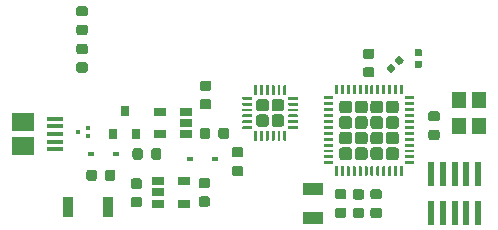
<source format=gbr>
G04 #@! TF.GenerationSoftware,KiCad,Pcbnew,5.1.2-f72e74a~84~ubuntu19.04.1*
G04 #@! TF.CreationDate,2019-06-07T10:09:53+02:00*
G04 #@! TF.ProjectId,efr32_feather,65667233-325f-4666-9561-746865722e6b,0.2*
G04 #@! TF.SameCoordinates,Original*
G04 #@! TF.FileFunction,Paste,Top*
G04 #@! TF.FilePolarity,Positive*
%FSLAX46Y46*%
G04 Gerber Fmt 4.6, Leading zero omitted, Abs format (unit mm)*
G04 Created by KiCad (PCBNEW 5.1.2-f72e74a~84~ubuntu19.04.1) date 2019-06-07 10:09:53*
%MOMM*%
%LPD*%
G04 APERTURE LIST*
%ADD10R,0.300000X0.300000*%
%ADD11C,0.100000*%
%ADD12C,0.250000*%
%ADD13C,1.050000*%
%ADD14C,0.590000*%
%ADD15R,0.900000X1.700000*%
%ADD16R,0.500000X2.000000*%
%ADD17R,0.600000X0.450000*%
%ADD18C,1.070000*%
%ADD19R,0.800000X0.900000*%
%ADD20C,0.875000*%
%ADD21R,1.060000X0.650000*%
%ADD22R,1.200000X1.400000*%
%ADD23R,1.800000X1.000000*%
%ADD24R,1.900000X1.500000*%
%ADD25R,1.350000X0.400000*%
G04 APERTURE END LIST*
D10*
X152835000Y-139650000D03*
X153685000Y-139300000D03*
X153685000Y-140000000D03*
D11*
G36*
X171423626Y-136655301D02*
G01*
X171429693Y-136656201D01*
X171435643Y-136657691D01*
X171441418Y-136659758D01*
X171446962Y-136662380D01*
X171452223Y-136665533D01*
X171457150Y-136669187D01*
X171461694Y-136673306D01*
X171465813Y-136677850D01*
X171469467Y-136682777D01*
X171472620Y-136688038D01*
X171475242Y-136693582D01*
X171477309Y-136699357D01*
X171478799Y-136705307D01*
X171479699Y-136711374D01*
X171480000Y-136717500D01*
X171480000Y-136842500D01*
X171479699Y-136848626D01*
X171478799Y-136854693D01*
X171477309Y-136860643D01*
X171475242Y-136866418D01*
X171472620Y-136871962D01*
X171469467Y-136877223D01*
X171465813Y-136882150D01*
X171461694Y-136886694D01*
X171457150Y-136890813D01*
X171452223Y-136894467D01*
X171446962Y-136897620D01*
X171441418Y-136900242D01*
X171435643Y-136902309D01*
X171429693Y-136903799D01*
X171423626Y-136904699D01*
X171417500Y-136905000D01*
X170717500Y-136905000D01*
X170711374Y-136904699D01*
X170705307Y-136903799D01*
X170699357Y-136902309D01*
X170693582Y-136900242D01*
X170688038Y-136897620D01*
X170682777Y-136894467D01*
X170677850Y-136890813D01*
X170673306Y-136886694D01*
X170669187Y-136882150D01*
X170665533Y-136877223D01*
X170662380Y-136871962D01*
X170659758Y-136866418D01*
X170657691Y-136860643D01*
X170656201Y-136854693D01*
X170655301Y-136848626D01*
X170655000Y-136842500D01*
X170655000Y-136717500D01*
X170655301Y-136711374D01*
X170656201Y-136705307D01*
X170657691Y-136699357D01*
X170659758Y-136693582D01*
X170662380Y-136688038D01*
X170665533Y-136682777D01*
X170669187Y-136677850D01*
X170673306Y-136673306D01*
X170677850Y-136669187D01*
X170682777Y-136665533D01*
X170688038Y-136662380D01*
X170693582Y-136659758D01*
X170699357Y-136657691D01*
X170705307Y-136656201D01*
X170711374Y-136655301D01*
X170717500Y-136655000D01*
X171417500Y-136655000D01*
X171423626Y-136655301D01*
X171423626Y-136655301D01*
G37*
D12*
X171067500Y-136780000D03*
D11*
G36*
X171423626Y-137155301D02*
G01*
X171429693Y-137156201D01*
X171435643Y-137157691D01*
X171441418Y-137159758D01*
X171446962Y-137162380D01*
X171452223Y-137165533D01*
X171457150Y-137169187D01*
X171461694Y-137173306D01*
X171465813Y-137177850D01*
X171469467Y-137182777D01*
X171472620Y-137188038D01*
X171475242Y-137193582D01*
X171477309Y-137199357D01*
X171478799Y-137205307D01*
X171479699Y-137211374D01*
X171480000Y-137217500D01*
X171480000Y-137342500D01*
X171479699Y-137348626D01*
X171478799Y-137354693D01*
X171477309Y-137360643D01*
X171475242Y-137366418D01*
X171472620Y-137371962D01*
X171469467Y-137377223D01*
X171465813Y-137382150D01*
X171461694Y-137386694D01*
X171457150Y-137390813D01*
X171452223Y-137394467D01*
X171446962Y-137397620D01*
X171441418Y-137400242D01*
X171435643Y-137402309D01*
X171429693Y-137403799D01*
X171423626Y-137404699D01*
X171417500Y-137405000D01*
X170717500Y-137405000D01*
X170711374Y-137404699D01*
X170705307Y-137403799D01*
X170699357Y-137402309D01*
X170693582Y-137400242D01*
X170688038Y-137397620D01*
X170682777Y-137394467D01*
X170677850Y-137390813D01*
X170673306Y-137386694D01*
X170669187Y-137382150D01*
X170665533Y-137377223D01*
X170662380Y-137371962D01*
X170659758Y-137366418D01*
X170657691Y-137360643D01*
X170656201Y-137354693D01*
X170655301Y-137348626D01*
X170655000Y-137342500D01*
X170655000Y-137217500D01*
X170655301Y-137211374D01*
X170656201Y-137205307D01*
X170657691Y-137199357D01*
X170659758Y-137193582D01*
X170662380Y-137188038D01*
X170665533Y-137182777D01*
X170669187Y-137177850D01*
X170673306Y-137173306D01*
X170677850Y-137169187D01*
X170682777Y-137165533D01*
X170688038Y-137162380D01*
X170693582Y-137159758D01*
X170699357Y-137157691D01*
X170705307Y-137156201D01*
X170711374Y-137155301D01*
X170717500Y-137155000D01*
X171417500Y-137155000D01*
X171423626Y-137155301D01*
X171423626Y-137155301D01*
G37*
D12*
X171067500Y-137280000D03*
D11*
G36*
X171423626Y-137655301D02*
G01*
X171429693Y-137656201D01*
X171435643Y-137657691D01*
X171441418Y-137659758D01*
X171446962Y-137662380D01*
X171452223Y-137665533D01*
X171457150Y-137669187D01*
X171461694Y-137673306D01*
X171465813Y-137677850D01*
X171469467Y-137682777D01*
X171472620Y-137688038D01*
X171475242Y-137693582D01*
X171477309Y-137699357D01*
X171478799Y-137705307D01*
X171479699Y-137711374D01*
X171480000Y-137717500D01*
X171480000Y-137842500D01*
X171479699Y-137848626D01*
X171478799Y-137854693D01*
X171477309Y-137860643D01*
X171475242Y-137866418D01*
X171472620Y-137871962D01*
X171469467Y-137877223D01*
X171465813Y-137882150D01*
X171461694Y-137886694D01*
X171457150Y-137890813D01*
X171452223Y-137894467D01*
X171446962Y-137897620D01*
X171441418Y-137900242D01*
X171435643Y-137902309D01*
X171429693Y-137903799D01*
X171423626Y-137904699D01*
X171417500Y-137905000D01*
X170717500Y-137905000D01*
X170711374Y-137904699D01*
X170705307Y-137903799D01*
X170699357Y-137902309D01*
X170693582Y-137900242D01*
X170688038Y-137897620D01*
X170682777Y-137894467D01*
X170677850Y-137890813D01*
X170673306Y-137886694D01*
X170669187Y-137882150D01*
X170665533Y-137877223D01*
X170662380Y-137871962D01*
X170659758Y-137866418D01*
X170657691Y-137860643D01*
X170656201Y-137854693D01*
X170655301Y-137848626D01*
X170655000Y-137842500D01*
X170655000Y-137717500D01*
X170655301Y-137711374D01*
X170656201Y-137705307D01*
X170657691Y-137699357D01*
X170659758Y-137693582D01*
X170662380Y-137688038D01*
X170665533Y-137682777D01*
X170669187Y-137677850D01*
X170673306Y-137673306D01*
X170677850Y-137669187D01*
X170682777Y-137665533D01*
X170688038Y-137662380D01*
X170693582Y-137659758D01*
X170699357Y-137657691D01*
X170705307Y-137656201D01*
X170711374Y-137655301D01*
X170717500Y-137655000D01*
X171417500Y-137655000D01*
X171423626Y-137655301D01*
X171423626Y-137655301D01*
G37*
D12*
X171067500Y-137780000D03*
D11*
G36*
X171423626Y-138155301D02*
G01*
X171429693Y-138156201D01*
X171435643Y-138157691D01*
X171441418Y-138159758D01*
X171446962Y-138162380D01*
X171452223Y-138165533D01*
X171457150Y-138169187D01*
X171461694Y-138173306D01*
X171465813Y-138177850D01*
X171469467Y-138182777D01*
X171472620Y-138188038D01*
X171475242Y-138193582D01*
X171477309Y-138199357D01*
X171478799Y-138205307D01*
X171479699Y-138211374D01*
X171480000Y-138217500D01*
X171480000Y-138342500D01*
X171479699Y-138348626D01*
X171478799Y-138354693D01*
X171477309Y-138360643D01*
X171475242Y-138366418D01*
X171472620Y-138371962D01*
X171469467Y-138377223D01*
X171465813Y-138382150D01*
X171461694Y-138386694D01*
X171457150Y-138390813D01*
X171452223Y-138394467D01*
X171446962Y-138397620D01*
X171441418Y-138400242D01*
X171435643Y-138402309D01*
X171429693Y-138403799D01*
X171423626Y-138404699D01*
X171417500Y-138405000D01*
X170717500Y-138405000D01*
X170711374Y-138404699D01*
X170705307Y-138403799D01*
X170699357Y-138402309D01*
X170693582Y-138400242D01*
X170688038Y-138397620D01*
X170682777Y-138394467D01*
X170677850Y-138390813D01*
X170673306Y-138386694D01*
X170669187Y-138382150D01*
X170665533Y-138377223D01*
X170662380Y-138371962D01*
X170659758Y-138366418D01*
X170657691Y-138360643D01*
X170656201Y-138354693D01*
X170655301Y-138348626D01*
X170655000Y-138342500D01*
X170655000Y-138217500D01*
X170655301Y-138211374D01*
X170656201Y-138205307D01*
X170657691Y-138199357D01*
X170659758Y-138193582D01*
X170662380Y-138188038D01*
X170665533Y-138182777D01*
X170669187Y-138177850D01*
X170673306Y-138173306D01*
X170677850Y-138169187D01*
X170682777Y-138165533D01*
X170688038Y-138162380D01*
X170693582Y-138159758D01*
X170699357Y-138157691D01*
X170705307Y-138156201D01*
X170711374Y-138155301D01*
X170717500Y-138155000D01*
X171417500Y-138155000D01*
X171423626Y-138155301D01*
X171423626Y-138155301D01*
G37*
D12*
X171067500Y-138280000D03*
D11*
G36*
X171423626Y-138655301D02*
G01*
X171429693Y-138656201D01*
X171435643Y-138657691D01*
X171441418Y-138659758D01*
X171446962Y-138662380D01*
X171452223Y-138665533D01*
X171457150Y-138669187D01*
X171461694Y-138673306D01*
X171465813Y-138677850D01*
X171469467Y-138682777D01*
X171472620Y-138688038D01*
X171475242Y-138693582D01*
X171477309Y-138699357D01*
X171478799Y-138705307D01*
X171479699Y-138711374D01*
X171480000Y-138717500D01*
X171480000Y-138842500D01*
X171479699Y-138848626D01*
X171478799Y-138854693D01*
X171477309Y-138860643D01*
X171475242Y-138866418D01*
X171472620Y-138871962D01*
X171469467Y-138877223D01*
X171465813Y-138882150D01*
X171461694Y-138886694D01*
X171457150Y-138890813D01*
X171452223Y-138894467D01*
X171446962Y-138897620D01*
X171441418Y-138900242D01*
X171435643Y-138902309D01*
X171429693Y-138903799D01*
X171423626Y-138904699D01*
X171417500Y-138905000D01*
X170717500Y-138905000D01*
X170711374Y-138904699D01*
X170705307Y-138903799D01*
X170699357Y-138902309D01*
X170693582Y-138900242D01*
X170688038Y-138897620D01*
X170682777Y-138894467D01*
X170677850Y-138890813D01*
X170673306Y-138886694D01*
X170669187Y-138882150D01*
X170665533Y-138877223D01*
X170662380Y-138871962D01*
X170659758Y-138866418D01*
X170657691Y-138860643D01*
X170656201Y-138854693D01*
X170655301Y-138848626D01*
X170655000Y-138842500D01*
X170655000Y-138717500D01*
X170655301Y-138711374D01*
X170656201Y-138705307D01*
X170657691Y-138699357D01*
X170659758Y-138693582D01*
X170662380Y-138688038D01*
X170665533Y-138682777D01*
X170669187Y-138677850D01*
X170673306Y-138673306D01*
X170677850Y-138669187D01*
X170682777Y-138665533D01*
X170688038Y-138662380D01*
X170693582Y-138659758D01*
X170699357Y-138657691D01*
X170705307Y-138656201D01*
X170711374Y-138655301D01*
X170717500Y-138655000D01*
X171417500Y-138655000D01*
X171423626Y-138655301D01*
X171423626Y-138655301D01*
G37*
D12*
X171067500Y-138780000D03*
D11*
G36*
X171423626Y-139155301D02*
G01*
X171429693Y-139156201D01*
X171435643Y-139157691D01*
X171441418Y-139159758D01*
X171446962Y-139162380D01*
X171452223Y-139165533D01*
X171457150Y-139169187D01*
X171461694Y-139173306D01*
X171465813Y-139177850D01*
X171469467Y-139182777D01*
X171472620Y-139188038D01*
X171475242Y-139193582D01*
X171477309Y-139199357D01*
X171478799Y-139205307D01*
X171479699Y-139211374D01*
X171480000Y-139217500D01*
X171480000Y-139342500D01*
X171479699Y-139348626D01*
X171478799Y-139354693D01*
X171477309Y-139360643D01*
X171475242Y-139366418D01*
X171472620Y-139371962D01*
X171469467Y-139377223D01*
X171465813Y-139382150D01*
X171461694Y-139386694D01*
X171457150Y-139390813D01*
X171452223Y-139394467D01*
X171446962Y-139397620D01*
X171441418Y-139400242D01*
X171435643Y-139402309D01*
X171429693Y-139403799D01*
X171423626Y-139404699D01*
X171417500Y-139405000D01*
X170717500Y-139405000D01*
X170711374Y-139404699D01*
X170705307Y-139403799D01*
X170699357Y-139402309D01*
X170693582Y-139400242D01*
X170688038Y-139397620D01*
X170682777Y-139394467D01*
X170677850Y-139390813D01*
X170673306Y-139386694D01*
X170669187Y-139382150D01*
X170665533Y-139377223D01*
X170662380Y-139371962D01*
X170659758Y-139366418D01*
X170657691Y-139360643D01*
X170656201Y-139354693D01*
X170655301Y-139348626D01*
X170655000Y-139342500D01*
X170655000Y-139217500D01*
X170655301Y-139211374D01*
X170656201Y-139205307D01*
X170657691Y-139199357D01*
X170659758Y-139193582D01*
X170662380Y-139188038D01*
X170665533Y-139182777D01*
X170669187Y-139177850D01*
X170673306Y-139173306D01*
X170677850Y-139169187D01*
X170682777Y-139165533D01*
X170688038Y-139162380D01*
X170693582Y-139159758D01*
X170699357Y-139157691D01*
X170705307Y-139156201D01*
X170711374Y-139155301D01*
X170717500Y-139155000D01*
X171417500Y-139155000D01*
X171423626Y-139155301D01*
X171423626Y-139155301D01*
G37*
D12*
X171067500Y-139280000D03*
D11*
G36*
X170448626Y-139555301D02*
G01*
X170454693Y-139556201D01*
X170460643Y-139557691D01*
X170466418Y-139559758D01*
X170471962Y-139562380D01*
X170477223Y-139565533D01*
X170482150Y-139569187D01*
X170486694Y-139573306D01*
X170490813Y-139577850D01*
X170494467Y-139582777D01*
X170497620Y-139588038D01*
X170500242Y-139593582D01*
X170502309Y-139599357D01*
X170503799Y-139605307D01*
X170504699Y-139611374D01*
X170505000Y-139617500D01*
X170505000Y-140317500D01*
X170504699Y-140323626D01*
X170503799Y-140329693D01*
X170502309Y-140335643D01*
X170500242Y-140341418D01*
X170497620Y-140346962D01*
X170494467Y-140352223D01*
X170490813Y-140357150D01*
X170486694Y-140361694D01*
X170482150Y-140365813D01*
X170477223Y-140369467D01*
X170471962Y-140372620D01*
X170466418Y-140375242D01*
X170460643Y-140377309D01*
X170454693Y-140378799D01*
X170448626Y-140379699D01*
X170442500Y-140380000D01*
X170317500Y-140380000D01*
X170311374Y-140379699D01*
X170305307Y-140378799D01*
X170299357Y-140377309D01*
X170293582Y-140375242D01*
X170288038Y-140372620D01*
X170282777Y-140369467D01*
X170277850Y-140365813D01*
X170273306Y-140361694D01*
X170269187Y-140357150D01*
X170265533Y-140352223D01*
X170262380Y-140346962D01*
X170259758Y-140341418D01*
X170257691Y-140335643D01*
X170256201Y-140329693D01*
X170255301Y-140323626D01*
X170255000Y-140317500D01*
X170255000Y-139617500D01*
X170255301Y-139611374D01*
X170256201Y-139605307D01*
X170257691Y-139599357D01*
X170259758Y-139593582D01*
X170262380Y-139588038D01*
X170265533Y-139582777D01*
X170269187Y-139577850D01*
X170273306Y-139573306D01*
X170277850Y-139569187D01*
X170282777Y-139565533D01*
X170288038Y-139562380D01*
X170293582Y-139559758D01*
X170299357Y-139557691D01*
X170305307Y-139556201D01*
X170311374Y-139555301D01*
X170317500Y-139555000D01*
X170442500Y-139555000D01*
X170448626Y-139555301D01*
X170448626Y-139555301D01*
G37*
D12*
X170380000Y-139967500D03*
D11*
G36*
X169948626Y-139555301D02*
G01*
X169954693Y-139556201D01*
X169960643Y-139557691D01*
X169966418Y-139559758D01*
X169971962Y-139562380D01*
X169977223Y-139565533D01*
X169982150Y-139569187D01*
X169986694Y-139573306D01*
X169990813Y-139577850D01*
X169994467Y-139582777D01*
X169997620Y-139588038D01*
X170000242Y-139593582D01*
X170002309Y-139599357D01*
X170003799Y-139605307D01*
X170004699Y-139611374D01*
X170005000Y-139617500D01*
X170005000Y-140317500D01*
X170004699Y-140323626D01*
X170003799Y-140329693D01*
X170002309Y-140335643D01*
X170000242Y-140341418D01*
X169997620Y-140346962D01*
X169994467Y-140352223D01*
X169990813Y-140357150D01*
X169986694Y-140361694D01*
X169982150Y-140365813D01*
X169977223Y-140369467D01*
X169971962Y-140372620D01*
X169966418Y-140375242D01*
X169960643Y-140377309D01*
X169954693Y-140378799D01*
X169948626Y-140379699D01*
X169942500Y-140380000D01*
X169817500Y-140380000D01*
X169811374Y-140379699D01*
X169805307Y-140378799D01*
X169799357Y-140377309D01*
X169793582Y-140375242D01*
X169788038Y-140372620D01*
X169782777Y-140369467D01*
X169777850Y-140365813D01*
X169773306Y-140361694D01*
X169769187Y-140357150D01*
X169765533Y-140352223D01*
X169762380Y-140346962D01*
X169759758Y-140341418D01*
X169757691Y-140335643D01*
X169756201Y-140329693D01*
X169755301Y-140323626D01*
X169755000Y-140317500D01*
X169755000Y-139617500D01*
X169755301Y-139611374D01*
X169756201Y-139605307D01*
X169757691Y-139599357D01*
X169759758Y-139593582D01*
X169762380Y-139588038D01*
X169765533Y-139582777D01*
X169769187Y-139577850D01*
X169773306Y-139573306D01*
X169777850Y-139569187D01*
X169782777Y-139565533D01*
X169788038Y-139562380D01*
X169793582Y-139559758D01*
X169799357Y-139557691D01*
X169805307Y-139556201D01*
X169811374Y-139555301D01*
X169817500Y-139555000D01*
X169942500Y-139555000D01*
X169948626Y-139555301D01*
X169948626Y-139555301D01*
G37*
D12*
X169880000Y-139967500D03*
D11*
G36*
X169448626Y-139555301D02*
G01*
X169454693Y-139556201D01*
X169460643Y-139557691D01*
X169466418Y-139559758D01*
X169471962Y-139562380D01*
X169477223Y-139565533D01*
X169482150Y-139569187D01*
X169486694Y-139573306D01*
X169490813Y-139577850D01*
X169494467Y-139582777D01*
X169497620Y-139588038D01*
X169500242Y-139593582D01*
X169502309Y-139599357D01*
X169503799Y-139605307D01*
X169504699Y-139611374D01*
X169505000Y-139617500D01*
X169505000Y-140317500D01*
X169504699Y-140323626D01*
X169503799Y-140329693D01*
X169502309Y-140335643D01*
X169500242Y-140341418D01*
X169497620Y-140346962D01*
X169494467Y-140352223D01*
X169490813Y-140357150D01*
X169486694Y-140361694D01*
X169482150Y-140365813D01*
X169477223Y-140369467D01*
X169471962Y-140372620D01*
X169466418Y-140375242D01*
X169460643Y-140377309D01*
X169454693Y-140378799D01*
X169448626Y-140379699D01*
X169442500Y-140380000D01*
X169317500Y-140380000D01*
X169311374Y-140379699D01*
X169305307Y-140378799D01*
X169299357Y-140377309D01*
X169293582Y-140375242D01*
X169288038Y-140372620D01*
X169282777Y-140369467D01*
X169277850Y-140365813D01*
X169273306Y-140361694D01*
X169269187Y-140357150D01*
X169265533Y-140352223D01*
X169262380Y-140346962D01*
X169259758Y-140341418D01*
X169257691Y-140335643D01*
X169256201Y-140329693D01*
X169255301Y-140323626D01*
X169255000Y-140317500D01*
X169255000Y-139617500D01*
X169255301Y-139611374D01*
X169256201Y-139605307D01*
X169257691Y-139599357D01*
X169259758Y-139593582D01*
X169262380Y-139588038D01*
X169265533Y-139582777D01*
X169269187Y-139577850D01*
X169273306Y-139573306D01*
X169277850Y-139569187D01*
X169282777Y-139565533D01*
X169288038Y-139562380D01*
X169293582Y-139559758D01*
X169299357Y-139557691D01*
X169305307Y-139556201D01*
X169311374Y-139555301D01*
X169317500Y-139555000D01*
X169442500Y-139555000D01*
X169448626Y-139555301D01*
X169448626Y-139555301D01*
G37*
D12*
X169380000Y-139967500D03*
D11*
G36*
X168948626Y-139555301D02*
G01*
X168954693Y-139556201D01*
X168960643Y-139557691D01*
X168966418Y-139559758D01*
X168971962Y-139562380D01*
X168977223Y-139565533D01*
X168982150Y-139569187D01*
X168986694Y-139573306D01*
X168990813Y-139577850D01*
X168994467Y-139582777D01*
X168997620Y-139588038D01*
X169000242Y-139593582D01*
X169002309Y-139599357D01*
X169003799Y-139605307D01*
X169004699Y-139611374D01*
X169005000Y-139617500D01*
X169005000Y-140317500D01*
X169004699Y-140323626D01*
X169003799Y-140329693D01*
X169002309Y-140335643D01*
X169000242Y-140341418D01*
X168997620Y-140346962D01*
X168994467Y-140352223D01*
X168990813Y-140357150D01*
X168986694Y-140361694D01*
X168982150Y-140365813D01*
X168977223Y-140369467D01*
X168971962Y-140372620D01*
X168966418Y-140375242D01*
X168960643Y-140377309D01*
X168954693Y-140378799D01*
X168948626Y-140379699D01*
X168942500Y-140380000D01*
X168817500Y-140380000D01*
X168811374Y-140379699D01*
X168805307Y-140378799D01*
X168799357Y-140377309D01*
X168793582Y-140375242D01*
X168788038Y-140372620D01*
X168782777Y-140369467D01*
X168777850Y-140365813D01*
X168773306Y-140361694D01*
X168769187Y-140357150D01*
X168765533Y-140352223D01*
X168762380Y-140346962D01*
X168759758Y-140341418D01*
X168757691Y-140335643D01*
X168756201Y-140329693D01*
X168755301Y-140323626D01*
X168755000Y-140317500D01*
X168755000Y-139617500D01*
X168755301Y-139611374D01*
X168756201Y-139605307D01*
X168757691Y-139599357D01*
X168759758Y-139593582D01*
X168762380Y-139588038D01*
X168765533Y-139582777D01*
X168769187Y-139577850D01*
X168773306Y-139573306D01*
X168777850Y-139569187D01*
X168782777Y-139565533D01*
X168788038Y-139562380D01*
X168793582Y-139559758D01*
X168799357Y-139557691D01*
X168805307Y-139556201D01*
X168811374Y-139555301D01*
X168817500Y-139555000D01*
X168942500Y-139555000D01*
X168948626Y-139555301D01*
X168948626Y-139555301D01*
G37*
D12*
X168880000Y-139967500D03*
D11*
G36*
X168448626Y-139555301D02*
G01*
X168454693Y-139556201D01*
X168460643Y-139557691D01*
X168466418Y-139559758D01*
X168471962Y-139562380D01*
X168477223Y-139565533D01*
X168482150Y-139569187D01*
X168486694Y-139573306D01*
X168490813Y-139577850D01*
X168494467Y-139582777D01*
X168497620Y-139588038D01*
X168500242Y-139593582D01*
X168502309Y-139599357D01*
X168503799Y-139605307D01*
X168504699Y-139611374D01*
X168505000Y-139617500D01*
X168505000Y-140317500D01*
X168504699Y-140323626D01*
X168503799Y-140329693D01*
X168502309Y-140335643D01*
X168500242Y-140341418D01*
X168497620Y-140346962D01*
X168494467Y-140352223D01*
X168490813Y-140357150D01*
X168486694Y-140361694D01*
X168482150Y-140365813D01*
X168477223Y-140369467D01*
X168471962Y-140372620D01*
X168466418Y-140375242D01*
X168460643Y-140377309D01*
X168454693Y-140378799D01*
X168448626Y-140379699D01*
X168442500Y-140380000D01*
X168317500Y-140380000D01*
X168311374Y-140379699D01*
X168305307Y-140378799D01*
X168299357Y-140377309D01*
X168293582Y-140375242D01*
X168288038Y-140372620D01*
X168282777Y-140369467D01*
X168277850Y-140365813D01*
X168273306Y-140361694D01*
X168269187Y-140357150D01*
X168265533Y-140352223D01*
X168262380Y-140346962D01*
X168259758Y-140341418D01*
X168257691Y-140335643D01*
X168256201Y-140329693D01*
X168255301Y-140323626D01*
X168255000Y-140317500D01*
X168255000Y-139617500D01*
X168255301Y-139611374D01*
X168256201Y-139605307D01*
X168257691Y-139599357D01*
X168259758Y-139593582D01*
X168262380Y-139588038D01*
X168265533Y-139582777D01*
X168269187Y-139577850D01*
X168273306Y-139573306D01*
X168277850Y-139569187D01*
X168282777Y-139565533D01*
X168288038Y-139562380D01*
X168293582Y-139559758D01*
X168299357Y-139557691D01*
X168305307Y-139556201D01*
X168311374Y-139555301D01*
X168317500Y-139555000D01*
X168442500Y-139555000D01*
X168448626Y-139555301D01*
X168448626Y-139555301D01*
G37*
D12*
X168380000Y-139967500D03*
D11*
G36*
X167948626Y-139555301D02*
G01*
X167954693Y-139556201D01*
X167960643Y-139557691D01*
X167966418Y-139559758D01*
X167971962Y-139562380D01*
X167977223Y-139565533D01*
X167982150Y-139569187D01*
X167986694Y-139573306D01*
X167990813Y-139577850D01*
X167994467Y-139582777D01*
X167997620Y-139588038D01*
X168000242Y-139593582D01*
X168002309Y-139599357D01*
X168003799Y-139605307D01*
X168004699Y-139611374D01*
X168005000Y-139617500D01*
X168005000Y-140317500D01*
X168004699Y-140323626D01*
X168003799Y-140329693D01*
X168002309Y-140335643D01*
X168000242Y-140341418D01*
X167997620Y-140346962D01*
X167994467Y-140352223D01*
X167990813Y-140357150D01*
X167986694Y-140361694D01*
X167982150Y-140365813D01*
X167977223Y-140369467D01*
X167971962Y-140372620D01*
X167966418Y-140375242D01*
X167960643Y-140377309D01*
X167954693Y-140378799D01*
X167948626Y-140379699D01*
X167942500Y-140380000D01*
X167817500Y-140380000D01*
X167811374Y-140379699D01*
X167805307Y-140378799D01*
X167799357Y-140377309D01*
X167793582Y-140375242D01*
X167788038Y-140372620D01*
X167782777Y-140369467D01*
X167777850Y-140365813D01*
X167773306Y-140361694D01*
X167769187Y-140357150D01*
X167765533Y-140352223D01*
X167762380Y-140346962D01*
X167759758Y-140341418D01*
X167757691Y-140335643D01*
X167756201Y-140329693D01*
X167755301Y-140323626D01*
X167755000Y-140317500D01*
X167755000Y-139617500D01*
X167755301Y-139611374D01*
X167756201Y-139605307D01*
X167757691Y-139599357D01*
X167759758Y-139593582D01*
X167762380Y-139588038D01*
X167765533Y-139582777D01*
X167769187Y-139577850D01*
X167773306Y-139573306D01*
X167777850Y-139569187D01*
X167782777Y-139565533D01*
X167788038Y-139562380D01*
X167793582Y-139559758D01*
X167799357Y-139557691D01*
X167805307Y-139556201D01*
X167811374Y-139555301D01*
X167817500Y-139555000D01*
X167942500Y-139555000D01*
X167948626Y-139555301D01*
X167948626Y-139555301D01*
G37*
D12*
X167880000Y-139967500D03*
D11*
G36*
X167548626Y-139155301D02*
G01*
X167554693Y-139156201D01*
X167560643Y-139157691D01*
X167566418Y-139159758D01*
X167571962Y-139162380D01*
X167577223Y-139165533D01*
X167582150Y-139169187D01*
X167586694Y-139173306D01*
X167590813Y-139177850D01*
X167594467Y-139182777D01*
X167597620Y-139188038D01*
X167600242Y-139193582D01*
X167602309Y-139199357D01*
X167603799Y-139205307D01*
X167604699Y-139211374D01*
X167605000Y-139217500D01*
X167605000Y-139342500D01*
X167604699Y-139348626D01*
X167603799Y-139354693D01*
X167602309Y-139360643D01*
X167600242Y-139366418D01*
X167597620Y-139371962D01*
X167594467Y-139377223D01*
X167590813Y-139382150D01*
X167586694Y-139386694D01*
X167582150Y-139390813D01*
X167577223Y-139394467D01*
X167571962Y-139397620D01*
X167566418Y-139400242D01*
X167560643Y-139402309D01*
X167554693Y-139403799D01*
X167548626Y-139404699D01*
X167542500Y-139405000D01*
X166842500Y-139405000D01*
X166836374Y-139404699D01*
X166830307Y-139403799D01*
X166824357Y-139402309D01*
X166818582Y-139400242D01*
X166813038Y-139397620D01*
X166807777Y-139394467D01*
X166802850Y-139390813D01*
X166798306Y-139386694D01*
X166794187Y-139382150D01*
X166790533Y-139377223D01*
X166787380Y-139371962D01*
X166784758Y-139366418D01*
X166782691Y-139360643D01*
X166781201Y-139354693D01*
X166780301Y-139348626D01*
X166780000Y-139342500D01*
X166780000Y-139217500D01*
X166780301Y-139211374D01*
X166781201Y-139205307D01*
X166782691Y-139199357D01*
X166784758Y-139193582D01*
X166787380Y-139188038D01*
X166790533Y-139182777D01*
X166794187Y-139177850D01*
X166798306Y-139173306D01*
X166802850Y-139169187D01*
X166807777Y-139165533D01*
X166813038Y-139162380D01*
X166818582Y-139159758D01*
X166824357Y-139157691D01*
X166830307Y-139156201D01*
X166836374Y-139155301D01*
X166842500Y-139155000D01*
X167542500Y-139155000D01*
X167548626Y-139155301D01*
X167548626Y-139155301D01*
G37*
D12*
X167192500Y-139280000D03*
D11*
G36*
X167548626Y-138655301D02*
G01*
X167554693Y-138656201D01*
X167560643Y-138657691D01*
X167566418Y-138659758D01*
X167571962Y-138662380D01*
X167577223Y-138665533D01*
X167582150Y-138669187D01*
X167586694Y-138673306D01*
X167590813Y-138677850D01*
X167594467Y-138682777D01*
X167597620Y-138688038D01*
X167600242Y-138693582D01*
X167602309Y-138699357D01*
X167603799Y-138705307D01*
X167604699Y-138711374D01*
X167605000Y-138717500D01*
X167605000Y-138842500D01*
X167604699Y-138848626D01*
X167603799Y-138854693D01*
X167602309Y-138860643D01*
X167600242Y-138866418D01*
X167597620Y-138871962D01*
X167594467Y-138877223D01*
X167590813Y-138882150D01*
X167586694Y-138886694D01*
X167582150Y-138890813D01*
X167577223Y-138894467D01*
X167571962Y-138897620D01*
X167566418Y-138900242D01*
X167560643Y-138902309D01*
X167554693Y-138903799D01*
X167548626Y-138904699D01*
X167542500Y-138905000D01*
X166842500Y-138905000D01*
X166836374Y-138904699D01*
X166830307Y-138903799D01*
X166824357Y-138902309D01*
X166818582Y-138900242D01*
X166813038Y-138897620D01*
X166807777Y-138894467D01*
X166802850Y-138890813D01*
X166798306Y-138886694D01*
X166794187Y-138882150D01*
X166790533Y-138877223D01*
X166787380Y-138871962D01*
X166784758Y-138866418D01*
X166782691Y-138860643D01*
X166781201Y-138854693D01*
X166780301Y-138848626D01*
X166780000Y-138842500D01*
X166780000Y-138717500D01*
X166780301Y-138711374D01*
X166781201Y-138705307D01*
X166782691Y-138699357D01*
X166784758Y-138693582D01*
X166787380Y-138688038D01*
X166790533Y-138682777D01*
X166794187Y-138677850D01*
X166798306Y-138673306D01*
X166802850Y-138669187D01*
X166807777Y-138665533D01*
X166813038Y-138662380D01*
X166818582Y-138659758D01*
X166824357Y-138657691D01*
X166830307Y-138656201D01*
X166836374Y-138655301D01*
X166842500Y-138655000D01*
X167542500Y-138655000D01*
X167548626Y-138655301D01*
X167548626Y-138655301D01*
G37*
D12*
X167192500Y-138780000D03*
D11*
G36*
X167548626Y-138155301D02*
G01*
X167554693Y-138156201D01*
X167560643Y-138157691D01*
X167566418Y-138159758D01*
X167571962Y-138162380D01*
X167577223Y-138165533D01*
X167582150Y-138169187D01*
X167586694Y-138173306D01*
X167590813Y-138177850D01*
X167594467Y-138182777D01*
X167597620Y-138188038D01*
X167600242Y-138193582D01*
X167602309Y-138199357D01*
X167603799Y-138205307D01*
X167604699Y-138211374D01*
X167605000Y-138217500D01*
X167605000Y-138342500D01*
X167604699Y-138348626D01*
X167603799Y-138354693D01*
X167602309Y-138360643D01*
X167600242Y-138366418D01*
X167597620Y-138371962D01*
X167594467Y-138377223D01*
X167590813Y-138382150D01*
X167586694Y-138386694D01*
X167582150Y-138390813D01*
X167577223Y-138394467D01*
X167571962Y-138397620D01*
X167566418Y-138400242D01*
X167560643Y-138402309D01*
X167554693Y-138403799D01*
X167548626Y-138404699D01*
X167542500Y-138405000D01*
X166842500Y-138405000D01*
X166836374Y-138404699D01*
X166830307Y-138403799D01*
X166824357Y-138402309D01*
X166818582Y-138400242D01*
X166813038Y-138397620D01*
X166807777Y-138394467D01*
X166802850Y-138390813D01*
X166798306Y-138386694D01*
X166794187Y-138382150D01*
X166790533Y-138377223D01*
X166787380Y-138371962D01*
X166784758Y-138366418D01*
X166782691Y-138360643D01*
X166781201Y-138354693D01*
X166780301Y-138348626D01*
X166780000Y-138342500D01*
X166780000Y-138217500D01*
X166780301Y-138211374D01*
X166781201Y-138205307D01*
X166782691Y-138199357D01*
X166784758Y-138193582D01*
X166787380Y-138188038D01*
X166790533Y-138182777D01*
X166794187Y-138177850D01*
X166798306Y-138173306D01*
X166802850Y-138169187D01*
X166807777Y-138165533D01*
X166813038Y-138162380D01*
X166818582Y-138159758D01*
X166824357Y-138157691D01*
X166830307Y-138156201D01*
X166836374Y-138155301D01*
X166842500Y-138155000D01*
X167542500Y-138155000D01*
X167548626Y-138155301D01*
X167548626Y-138155301D01*
G37*
D12*
X167192500Y-138280000D03*
D11*
G36*
X167548626Y-137655301D02*
G01*
X167554693Y-137656201D01*
X167560643Y-137657691D01*
X167566418Y-137659758D01*
X167571962Y-137662380D01*
X167577223Y-137665533D01*
X167582150Y-137669187D01*
X167586694Y-137673306D01*
X167590813Y-137677850D01*
X167594467Y-137682777D01*
X167597620Y-137688038D01*
X167600242Y-137693582D01*
X167602309Y-137699357D01*
X167603799Y-137705307D01*
X167604699Y-137711374D01*
X167605000Y-137717500D01*
X167605000Y-137842500D01*
X167604699Y-137848626D01*
X167603799Y-137854693D01*
X167602309Y-137860643D01*
X167600242Y-137866418D01*
X167597620Y-137871962D01*
X167594467Y-137877223D01*
X167590813Y-137882150D01*
X167586694Y-137886694D01*
X167582150Y-137890813D01*
X167577223Y-137894467D01*
X167571962Y-137897620D01*
X167566418Y-137900242D01*
X167560643Y-137902309D01*
X167554693Y-137903799D01*
X167548626Y-137904699D01*
X167542500Y-137905000D01*
X166842500Y-137905000D01*
X166836374Y-137904699D01*
X166830307Y-137903799D01*
X166824357Y-137902309D01*
X166818582Y-137900242D01*
X166813038Y-137897620D01*
X166807777Y-137894467D01*
X166802850Y-137890813D01*
X166798306Y-137886694D01*
X166794187Y-137882150D01*
X166790533Y-137877223D01*
X166787380Y-137871962D01*
X166784758Y-137866418D01*
X166782691Y-137860643D01*
X166781201Y-137854693D01*
X166780301Y-137848626D01*
X166780000Y-137842500D01*
X166780000Y-137717500D01*
X166780301Y-137711374D01*
X166781201Y-137705307D01*
X166782691Y-137699357D01*
X166784758Y-137693582D01*
X166787380Y-137688038D01*
X166790533Y-137682777D01*
X166794187Y-137677850D01*
X166798306Y-137673306D01*
X166802850Y-137669187D01*
X166807777Y-137665533D01*
X166813038Y-137662380D01*
X166818582Y-137659758D01*
X166824357Y-137657691D01*
X166830307Y-137656201D01*
X166836374Y-137655301D01*
X166842500Y-137655000D01*
X167542500Y-137655000D01*
X167548626Y-137655301D01*
X167548626Y-137655301D01*
G37*
D12*
X167192500Y-137780000D03*
D11*
G36*
X167548626Y-137155301D02*
G01*
X167554693Y-137156201D01*
X167560643Y-137157691D01*
X167566418Y-137159758D01*
X167571962Y-137162380D01*
X167577223Y-137165533D01*
X167582150Y-137169187D01*
X167586694Y-137173306D01*
X167590813Y-137177850D01*
X167594467Y-137182777D01*
X167597620Y-137188038D01*
X167600242Y-137193582D01*
X167602309Y-137199357D01*
X167603799Y-137205307D01*
X167604699Y-137211374D01*
X167605000Y-137217500D01*
X167605000Y-137342500D01*
X167604699Y-137348626D01*
X167603799Y-137354693D01*
X167602309Y-137360643D01*
X167600242Y-137366418D01*
X167597620Y-137371962D01*
X167594467Y-137377223D01*
X167590813Y-137382150D01*
X167586694Y-137386694D01*
X167582150Y-137390813D01*
X167577223Y-137394467D01*
X167571962Y-137397620D01*
X167566418Y-137400242D01*
X167560643Y-137402309D01*
X167554693Y-137403799D01*
X167548626Y-137404699D01*
X167542500Y-137405000D01*
X166842500Y-137405000D01*
X166836374Y-137404699D01*
X166830307Y-137403799D01*
X166824357Y-137402309D01*
X166818582Y-137400242D01*
X166813038Y-137397620D01*
X166807777Y-137394467D01*
X166802850Y-137390813D01*
X166798306Y-137386694D01*
X166794187Y-137382150D01*
X166790533Y-137377223D01*
X166787380Y-137371962D01*
X166784758Y-137366418D01*
X166782691Y-137360643D01*
X166781201Y-137354693D01*
X166780301Y-137348626D01*
X166780000Y-137342500D01*
X166780000Y-137217500D01*
X166780301Y-137211374D01*
X166781201Y-137205307D01*
X166782691Y-137199357D01*
X166784758Y-137193582D01*
X166787380Y-137188038D01*
X166790533Y-137182777D01*
X166794187Y-137177850D01*
X166798306Y-137173306D01*
X166802850Y-137169187D01*
X166807777Y-137165533D01*
X166813038Y-137162380D01*
X166818582Y-137159758D01*
X166824357Y-137157691D01*
X166830307Y-137156201D01*
X166836374Y-137155301D01*
X166842500Y-137155000D01*
X167542500Y-137155000D01*
X167548626Y-137155301D01*
X167548626Y-137155301D01*
G37*
D12*
X167192500Y-137280000D03*
D11*
G36*
X167548626Y-136655301D02*
G01*
X167554693Y-136656201D01*
X167560643Y-136657691D01*
X167566418Y-136659758D01*
X167571962Y-136662380D01*
X167577223Y-136665533D01*
X167582150Y-136669187D01*
X167586694Y-136673306D01*
X167590813Y-136677850D01*
X167594467Y-136682777D01*
X167597620Y-136688038D01*
X167600242Y-136693582D01*
X167602309Y-136699357D01*
X167603799Y-136705307D01*
X167604699Y-136711374D01*
X167605000Y-136717500D01*
X167605000Y-136842500D01*
X167604699Y-136848626D01*
X167603799Y-136854693D01*
X167602309Y-136860643D01*
X167600242Y-136866418D01*
X167597620Y-136871962D01*
X167594467Y-136877223D01*
X167590813Y-136882150D01*
X167586694Y-136886694D01*
X167582150Y-136890813D01*
X167577223Y-136894467D01*
X167571962Y-136897620D01*
X167566418Y-136900242D01*
X167560643Y-136902309D01*
X167554693Y-136903799D01*
X167548626Y-136904699D01*
X167542500Y-136905000D01*
X166842500Y-136905000D01*
X166836374Y-136904699D01*
X166830307Y-136903799D01*
X166824357Y-136902309D01*
X166818582Y-136900242D01*
X166813038Y-136897620D01*
X166807777Y-136894467D01*
X166802850Y-136890813D01*
X166798306Y-136886694D01*
X166794187Y-136882150D01*
X166790533Y-136877223D01*
X166787380Y-136871962D01*
X166784758Y-136866418D01*
X166782691Y-136860643D01*
X166781201Y-136854693D01*
X166780301Y-136848626D01*
X166780000Y-136842500D01*
X166780000Y-136717500D01*
X166780301Y-136711374D01*
X166781201Y-136705307D01*
X166782691Y-136699357D01*
X166784758Y-136693582D01*
X166787380Y-136688038D01*
X166790533Y-136682777D01*
X166794187Y-136677850D01*
X166798306Y-136673306D01*
X166802850Y-136669187D01*
X166807777Y-136665533D01*
X166813038Y-136662380D01*
X166818582Y-136659758D01*
X166824357Y-136657691D01*
X166830307Y-136656201D01*
X166836374Y-136655301D01*
X166842500Y-136655000D01*
X167542500Y-136655000D01*
X167548626Y-136655301D01*
X167548626Y-136655301D01*
G37*
D12*
X167192500Y-136780000D03*
D11*
G36*
X167948626Y-135680301D02*
G01*
X167954693Y-135681201D01*
X167960643Y-135682691D01*
X167966418Y-135684758D01*
X167971962Y-135687380D01*
X167977223Y-135690533D01*
X167982150Y-135694187D01*
X167986694Y-135698306D01*
X167990813Y-135702850D01*
X167994467Y-135707777D01*
X167997620Y-135713038D01*
X168000242Y-135718582D01*
X168002309Y-135724357D01*
X168003799Y-135730307D01*
X168004699Y-135736374D01*
X168005000Y-135742500D01*
X168005000Y-136442500D01*
X168004699Y-136448626D01*
X168003799Y-136454693D01*
X168002309Y-136460643D01*
X168000242Y-136466418D01*
X167997620Y-136471962D01*
X167994467Y-136477223D01*
X167990813Y-136482150D01*
X167986694Y-136486694D01*
X167982150Y-136490813D01*
X167977223Y-136494467D01*
X167971962Y-136497620D01*
X167966418Y-136500242D01*
X167960643Y-136502309D01*
X167954693Y-136503799D01*
X167948626Y-136504699D01*
X167942500Y-136505000D01*
X167817500Y-136505000D01*
X167811374Y-136504699D01*
X167805307Y-136503799D01*
X167799357Y-136502309D01*
X167793582Y-136500242D01*
X167788038Y-136497620D01*
X167782777Y-136494467D01*
X167777850Y-136490813D01*
X167773306Y-136486694D01*
X167769187Y-136482150D01*
X167765533Y-136477223D01*
X167762380Y-136471962D01*
X167759758Y-136466418D01*
X167757691Y-136460643D01*
X167756201Y-136454693D01*
X167755301Y-136448626D01*
X167755000Y-136442500D01*
X167755000Y-135742500D01*
X167755301Y-135736374D01*
X167756201Y-135730307D01*
X167757691Y-135724357D01*
X167759758Y-135718582D01*
X167762380Y-135713038D01*
X167765533Y-135707777D01*
X167769187Y-135702850D01*
X167773306Y-135698306D01*
X167777850Y-135694187D01*
X167782777Y-135690533D01*
X167788038Y-135687380D01*
X167793582Y-135684758D01*
X167799357Y-135682691D01*
X167805307Y-135681201D01*
X167811374Y-135680301D01*
X167817500Y-135680000D01*
X167942500Y-135680000D01*
X167948626Y-135680301D01*
X167948626Y-135680301D01*
G37*
D12*
X167880000Y-136092500D03*
D11*
G36*
X168448626Y-135680301D02*
G01*
X168454693Y-135681201D01*
X168460643Y-135682691D01*
X168466418Y-135684758D01*
X168471962Y-135687380D01*
X168477223Y-135690533D01*
X168482150Y-135694187D01*
X168486694Y-135698306D01*
X168490813Y-135702850D01*
X168494467Y-135707777D01*
X168497620Y-135713038D01*
X168500242Y-135718582D01*
X168502309Y-135724357D01*
X168503799Y-135730307D01*
X168504699Y-135736374D01*
X168505000Y-135742500D01*
X168505000Y-136442500D01*
X168504699Y-136448626D01*
X168503799Y-136454693D01*
X168502309Y-136460643D01*
X168500242Y-136466418D01*
X168497620Y-136471962D01*
X168494467Y-136477223D01*
X168490813Y-136482150D01*
X168486694Y-136486694D01*
X168482150Y-136490813D01*
X168477223Y-136494467D01*
X168471962Y-136497620D01*
X168466418Y-136500242D01*
X168460643Y-136502309D01*
X168454693Y-136503799D01*
X168448626Y-136504699D01*
X168442500Y-136505000D01*
X168317500Y-136505000D01*
X168311374Y-136504699D01*
X168305307Y-136503799D01*
X168299357Y-136502309D01*
X168293582Y-136500242D01*
X168288038Y-136497620D01*
X168282777Y-136494467D01*
X168277850Y-136490813D01*
X168273306Y-136486694D01*
X168269187Y-136482150D01*
X168265533Y-136477223D01*
X168262380Y-136471962D01*
X168259758Y-136466418D01*
X168257691Y-136460643D01*
X168256201Y-136454693D01*
X168255301Y-136448626D01*
X168255000Y-136442500D01*
X168255000Y-135742500D01*
X168255301Y-135736374D01*
X168256201Y-135730307D01*
X168257691Y-135724357D01*
X168259758Y-135718582D01*
X168262380Y-135713038D01*
X168265533Y-135707777D01*
X168269187Y-135702850D01*
X168273306Y-135698306D01*
X168277850Y-135694187D01*
X168282777Y-135690533D01*
X168288038Y-135687380D01*
X168293582Y-135684758D01*
X168299357Y-135682691D01*
X168305307Y-135681201D01*
X168311374Y-135680301D01*
X168317500Y-135680000D01*
X168442500Y-135680000D01*
X168448626Y-135680301D01*
X168448626Y-135680301D01*
G37*
D12*
X168380000Y-136092500D03*
D11*
G36*
X168948626Y-135680301D02*
G01*
X168954693Y-135681201D01*
X168960643Y-135682691D01*
X168966418Y-135684758D01*
X168971962Y-135687380D01*
X168977223Y-135690533D01*
X168982150Y-135694187D01*
X168986694Y-135698306D01*
X168990813Y-135702850D01*
X168994467Y-135707777D01*
X168997620Y-135713038D01*
X169000242Y-135718582D01*
X169002309Y-135724357D01*
X169003799Y-135730307D01*
X169004699Y-135736374D01*
X169005000Y-135742500D01*
X169005000Y-136442500D01*
X169004699Y-136448626D01*
X169003799Y-136454693D01*
X169002309Y-136460643D01*
X169000242Y-136466418D01*
X168997620Y-136471962D01*
X168994467Y-136477223D01*
X168990813Y-136482150D01*
X168986694Y-136486694D01*
X168982150Y-136490813D01*
X168977223Y-136494467D01*
X168971962Y-136497620D01*
X168966418Y-136500242D01*
X168960643Y-136502309D01*
X168954693Y-136503799D01*
X168948626Y-136504699D01*
X168942500Y-136505000D01*
X168817500Y-136505000D01*
X168811374Y-136504699D01*
X168805307Y-136503799D01*
X168799357Y-136502309D01*
X168793582Y-136500242D01*
X168788038Y-136497620D01*
X168782777Y-136494467D01*
X168777850Y-136490813D01*
X168773306Y-136486694D01*
X168769187Y-136482150D01*
X168765533Y-136477223D01*
X168762380Y-136471962D01*
X168759758Y-136466418D01*
X168757691Y-136460643D01*
X168756201Y-136454693D01*
X168755301Y-136448626D01*
X168755000Y-136442500D01*
X168755000Y-135742500D01*
X168755301Y-135736374D01*
X168756201Y-135730307D01*
X168757691Y-135724357D01*
X168759758Y-135718582D01*
X168762380Y-135713038D01*
X168765533Y-135707777D01*
X168769187Y-135702850D01*
X168773306Y-135698306D01*
X168777850Y-135694187D01*
X168782777Y-135690533D01*
X168788038Y-135687380D01*
X168793582Y-135684758D01*
X168799357Y-135682691D01*
X168805307Y-135681201D01*
X168811374Y-135680301D01*
X168817500Y-135680000D01*
X168942500Y-135680000D01*
X168948626Y-135680301D01*
X168948626Y-135680301D01*
G37*
D12*
X168880000Y-136092500D03*
D11*
G36*
X169448626Y-135680301D02*
G01*
X169454693Y-135681201D01*
X169460643Y-135682691D01*
X169466418Y-135684758D01*
X169471962Y-135687380D01*
X169477223Y-135690533D01*
X169482150Y-135694187D01*
X169486694Y-135698306D01*
X169490813Y-135702850D01*
X169494467Y-135707777D01*
X169497620Y-135713038D01*
X169500242Y-135718582D01*
X169502309Y-135724357D01*
X169503799Y-135730307D01*
X169504699Y-135736374D01*
X169505000Y-135742500D01*
X169505000Y-136442500D01*
X169504699Y-136448626D01*
X169503799Y-136454693D01*
X169502309Y-136460643D01*
X169500242Y-136466418D01*
X169497620Y-136471962D01*
X169494467Y-136477223D01*
X169490813Y-136482150D01*
X169486694Y-136486694D01*
X169482150Y-136490813D01*
X169477223Y-136494467D01*
X169471962Y-136497620D01*
X169466418Y-136500242D01*
X169460643Y-136502309D01*
X169454693Y-136503799D01*
X169448626Y-136504699D01*
X169442500Y-136505000D01*
X169317500Y-136505000D01*
X169311374Y-136504699D01*
X169305307Y-136503799D01*
X169299357Y-136502309D01*
X169293582Y-136500242D01*
X169288038Y-136497620D01*
X169282777Y-136494467D01*
X169277850Y-136490813D01*
X169273306Y-136486694D01*
X169269187Y-136482150D01*
X169265533Y-136477223D01*
X169262380Y-136471962D01*
X169259758Y-136466418D01*
X169257691Y-136460643D01*
X169256201Y-136454693D01*
X169255301Y-136448626D01*
X169255000Y-136442500D01*
X169255000Y-135742500D01*
X169255301Y-135736374D01*
X169256201Y-135730307D01*
X169257691Y-135724357D01*
X169259758Y-135718582D01*
X169262380Y-135713038D01*
X169265533Y-135707777D01*
X169269187Y-135702850D01*
X169273306Y-135698306D01*
X169277850Y-135694187D01*
X169282777Y-135690533D01*
X169288038Y-135687380D01*
X169293582Y-135684758D01*
X169299357Y-135682691D01*
X169305307Y-135681201D01*
X169311374Y-135680301D01*
X169317500Y-135680000D01*
X169442500Y-135680000D01*
X169448626Y-135680301D01*
X169448626Y-135680301D01*
G37*
D12*
X169380000Y-136092500D03*
D11*
G36*
X169948626Y-135680301D02*
G01*
X169954693Y-135681201D01*
X169960643Y-135682691D01*
X169966418Y-135684758D01*
X169971962Y-135687380D01*
X169977223Y-135690533D01*
X169982150Y-135694187D01*
X169986694Y-135698306D01*
X169990813Y-135702850D01*
X169994467Y-135707777D01*
X169997620Y-135713038D01*
X170000242Y-135718582D01*
X170002309Y-135724357D01*
X170003799Y-135730307D01*
X170004699Y-135736374D01*
X170005000Y-135742500D01*
X170005000Y-136442500D01*
X170004699Y-136448626D01*
X170003799Y-136454693D01*
X170002309Y-136460643D01*
X170000242Y-136466418D01*
X169997620Y-136471962D01*
X169994467Y-136477223D01*
X169990813Y-136482150D01*
X169986694Y-136486694D01*
X169982150Y-136490813D01*
X169977223Y-136494467D01*
X169971962Y-136497620D01*
X169966418Y-136500242D01*
X169960643Y-136502309D01*
X169954693Y-136503799D01*
X169948626Y-136504699D01*
X169942500Y-136505000D01*
X169817500Y-136505000D01*
X169811374Y-136504699D01*
X169805307Y-136503799D01*
X169799357Y-136502309D01*
X169793582Y-136500242D01*
X169788038Y-136497620D01*
X169782777Y-136494467D01*
X169777850Y-136490813D01*
X169773306Y-136486694D01*
X169769187Y-136482150D01*
X169765533Y-136477223D01*
X169762380Y-136471962D01*
X169759758Y-136466418D01*
X169757691Y-136460643D01*
X169756201Y-136454693D01*
X169755301Y-136448626D01*
X169755000Y-136442500D01*
X169755000Y-135742500D01*
X169755301Y-135736374D01*
X169756201Y-135730307D01*
X169757691Y-135724357D01*
X169759758Y-135718582D01*
X169762380Y-135713038D01*
X169765533Y-135707777D01*
X169769187Y-135702850D01*
X169773306Y-135698306D01*
X169777850Y-135694187D01*
X169782777Y-135690533D01*
X169788038Y-135687380D01*
X169793582Y-135684758D01*
X169799357Y-135682691D01*
X169805307Y-135681201D01*
X169811374Y-135680301D01*
X169817500Y-135680000D01*
X169942500Y-135680000D01*
X169948626Y-135680301D01*
X169948626Y-135680301D01*
G37*
D12*
X169880000Y-136092500D03*
D11*
G36*
X170448626Y-135680301D02*
G01*
X170454693Y-135681201D01*
X170460643Y-135682691D01*
X170466418Y-135684758D01*
X170471962Y-135687380D01*
X170477223Y-135690533D01*
X170482150Y-135694187D01*
X170486694Y-135698306D01*
X170490813Y-135702850D01*
X170494467Y-135707777D01*
X170497620Y-135713038D01*
X170500242Y-135718582D01*
X170502309Y-135724357D01*
X170503799Y-135730307D01*
X170504699Y-135736374D01*
X170505000Y-135742500D01*
X170505000Y-136442500D01*
X170504699Y-136448626D01*
X170503799Y-136454693D01*
X170502309Y-136460643D01*
X170500242Y-136466418D01*
X170497620Y-136471962D01*
X170494467Y-136477223D01*
X170490813Y-136482150D01*
X170486694Y-136486694D01*
X170482150Y-136490813D01*
X170477223Y-136494467D01*
X170471962Y-136497620D01*
X170466418Y-136500242D01*
X170460643Y-136502309D01*
X170454693Y-136503799D01*
X170448626Y-136504699D01*
X170442500Y-136505000D01*
X170317500Y-136505000D01*
X170311374Y-136504699D01*
X170305307Y-136503799D01*
X170299357Y-136502309D01*
X170293582Y-136500242D01*
X170288038Y-136497620D01*
X170282777Y-136494467D01*
X170277850Y-136490813D01*
X170273306Y-136486694D01*
X170269187Y-136482150D01*
X170265533Y-136477223D01*
X170262380Y-136471962D01*
X170259758Y-136466418D01*
X170257691Y-136460643D01*
X170256201Y-136454693D01*
X170255301Y-136448626D01*
X170255000Y-136442500D01*
X170255000Y-135742500D01*
X170255301Y-135736374D01*
X170256201Y-135730307D01*
X170257691Y-135724357D01*
X170259758Y-135718582D01*
X170262380Y-135713038D01*
X170265533Y-135707777D01*
X170269187Y-135702850D01*
X170273306Y-135698306D01*
X170277850Y-135694187D01*
X170282777Y-135690533D01*
X170288038Y-135687380D01*
X170293582Y-135684758D01*
X170299357Y-135682691D01*
X170305307Y-135681201D01*
X170311374Y-135680301D01*
X170317500Y-135680000D01*
X170442500Y-135680000D01*
X170448626Y-135680301D01*
X170448626Y-135680301D01*
G37*
D12*
X170380000Y-136092500D03*
D11*
G36*
X168779505Y-138156204D02*
G01*
X168803773Y-138159804D01*
X168827572Y-138165765D01*
X168850671Y-138174030D01*
X168872850Y-138184520D01*
X168893893Y-138197132D01*
X168913599Y-138211747D01*
X168931777Y-138228223D01*
X168948253Y-138246401D01*
X168962868Y-138266107D01*
X168975480Y-138287150D01*
X168985970Y-138309329D01*
X168994235Y-138332428D01*
X169000196Y-138356227D01*
X169003796Y-138380495D01*
X169005000Y-138404999D01*
X169005000Y-138955001D01*
X169003796Y-138979505D01*
X169000196Y-139003773D01*
X168994235Y-139027572D01*
X168985970Y-139050671D01*
X168975480Y-139072850D01*
X168962868Y-139093893D01*
X168948253Y-139113599D01*
X168931777Y-139131777D01*
X168913599Y-139148253D01*
X168893893Y-139162868D01*
X168872850Y-139175480D01*
X168850671Y-139185970D01*
X168827572Y-139194235D01*
X168803773Y-139200196D01*
X168779505Y-139203796D01*
X168755001Y-139205000D01*
X168204999Y-139205000D01*
X168180495Y-139203796D01*
X168156227Y-139200196D01*
X168132428Y-139194235D01*
X168109329Y-139185970D01*
X168087150Y-139175480D01*
X168066107Y-139162868D01*
X168046401Y-139148253D01*
X168028223Y-139131777D01*
X168011747Y-139113599D01*
X167997132Y-139093893D01*
X167984520Y-139072850D01*
X167974030Y-139050671D01*
X167965765Y-139027572D01*
X167959804Y-139003773D01*
X167956204Y-138979505D01*
X167955000Y-138955001D01*
X167955000Y-138404999D01*
X167956204Y-138380495D01*
X167959804Y-138356227D01*
X167965765Y-138332428D01*
X167974030Y-138309329D01*
X167984520Y-138287150D01*
X167997132Y-138266107D01*
X168011747Y-138246401D01*
X168028223Y-138228223D01*
X168046401Y-138211747D01*
X168066107Y-138197132D01*
X168087150Y-138184520D01*
X168109329Y-138174030D01*
X168132428Y-138165765D01*
X168156227Y-138159804D01*
X168180495Y-138156204D01*
X168204999Y-138155000D01*
X168755001Y-138155000D01*
X168779505Y-138156204D01*
X168779505Y-138156204D01*
G37*
D13*
X168480000Y-138680000D03*
D11*
G36*
X170079505Y-138156204D02*
G01*
X170103773Y-138159804D01*
X170127572Y-138165765D01*
X170150671Y-138174030D01*
X170172850Y-138184520D01*
X170193893Y-138197132D01*
X170213599Y-138211747D01*
X170231777Y-138228223D01*
X170248253Y-138246401D01*
X170262868Y-138266107D01*
X170275480Y-138287150D01*
X170285970Y-138309329D01*
X170294235Y-138332428D01*
X170300196Y-138356227D01*
X170303796Y-138380495D01*
X170305000Y-138404999D01*
X170305000Y-138955001D01*
X170303796Y-138979505D01*
X170300196Y-139003773D01*
X170294235Y-139027572D01*
X170285970Y-139050671D01*
X170275480Y-139072850D01*
X170262868Y-139093893D01*
X170248253Y-139113599D01*
X170231777Y-139131777D01*
X170213599Y-139148253D01*
X170193893Y-139162868D01*
X170172850Y-139175480D01*
X170150671Y-139185970D01*
X170127572Y-139194235D01*
X170103773Y-139200196D01*
X170079505Y-139203796D01*
X170055001Y-139205000D01*
X169504999Y-139205000D01*
X169480495Y-139203796D01*
X169456227Y-139200196D01*
X169432428Y-139194235D01*
X169409329Y-139185970D01*
X169387150Y-139175480D01*
X169366107Y-139162868D01*
X169346401Y-139148253D01*
X169328223Y-139131777D01*
X169311747Y-139113599D01*
X169297132Y-139093893D01*
X169284520Y-139072850D01*
X169274030Y-139050671D01*
X169265765Y-139027572D01*
X169259804Y-139003773D01*
X169256204Y-138979505D01*
X169255000Y-138955001D01*
X169255000Y-138404999D01*
X169256204Y-138380495D01*
X169259804Y-138356227D01*
X169265765Y-138332428D01*
X169274030Y-138309329D01*
X169284520Y-138287150D01*
X169297132Y-138266107D01*
X169311747Y-138246401D01*
X169328223Y-138228223D01*
X169346401Y-138211747D01*
X169366107Y-138197132D01*
X169387150Y-138184520D01*
X169409329Y-138174030D01*
X169432428Y-138165765D01*
X169456227Y-138159804D01*
X169480495Y-138156204D01*
X169504999Y-138155000D01*
X170055001Y-138155000D01*
X170079505Y-138156204D01*
X170079505Y-138156204D01*
G37*
D13*
X169780000Y-138680000D03*
D11*
G36*
X168779505Y-136856204D02*
G01*
X168803773Y-136859804D01*
X168827572Y-136865765D01*
X168850671Y-136874030D01*
X168872850Y-136884520D01*
X168893893Y-136897132D01*
X168913599Y-136911747D01*
X168931777Y-136928223D01*
X168948253Y-136946401D01*
X168962868Y-136966107D01*
X168975480Y-136987150D01*
X168985970Y-137009329D01*
X168994235Y-137032428D01*
X169000196Y-137056227D01*
X169003796Y-137080495D01*
X169005000Y-137104999D01*
X169005000Y-137655001D01*
X169003796Y-137679505D01*
X169000196Y-137703773D01*
X168994235Y-137727572D01*
X168985970Y-137750671D01*
X168975480Y-137772850D01*
X168962868Y-137793893D01*
X168948253Y-137813599D01*
X168931777Y-137831777D01*
X168913599Y-137848253D01*
X168893893Y-137862868D01*
X168872850Y-137875480D01*
X168850671Y-137885970D01*
X168827572Y-137894235D01*
X168803773Y-137900196D01*
X168779505Y-137903796D01*
X168755001Y-137905000D01*
X168204999Y-137905000D01*
X168180495Y-137903796D01*
X168156227Y-137900196D01*
X168132428Y-137894235D01*
X168109329Y-137885970D01*
X168087150Y-137875480D01*
X168066107Y-137862868D01*
X168046401Y-137848253D01*
X168028223Y-137831777D01*
X168011747Y-137813599D01*
X167997132Y-137793893D01*
X167984520Y-137772850D01*
X167974030Y-137750671D01*
X167965765Y-137727572D01*
X167959804Y-137703773D01*
X167956204Y-137679505D01*
X167955000Y-137655001D01*
X167955000Y-137104999D01*
X167956204Y-137080495D01*
X167959804Y-137056227D01*
X167965765Y-137032428D01*
X167974030Y-137009329D01*
X167984520Y-136987150D01*
X167997132Y-136966107D01*
X168011747Y-136946401D01*
X168028223Y-136928223D01*
X168046401Y-136911747D01*
X168066107Y-136897132D01*
X168087150Y-136884520D01*
X168109329Y-136874030D01*
X168132428Y-136865765D01*
X168156227Y-136859804D01*
X168180495Y-136856204D01*
X168204999Y-136855000D01*
X168755001Y-136855000D01*
X168779505Y-136856204D01*
X168779505Y-136856204D01*
G37*
D13*
X168480000Y-137380000D03*
D11*
G36*
X170079505Y-136856204D02*
G01*
X170103773Y-136859804D01*
X170127572Y-136865765D01*
X170150671Y-136874030D01*
X170172850Y-136884520D01*
X170193893Y-136897132D01*
X170213599Y-136911747D01*
X170231777Y-136928223D01*
X170248253Y-136946401D01*
X170262868Y-136966107D01*
X170275480Y-136987150D01*
X170285970Y-137009329D01*
X170294235Y-137032428D01*
X170300196Y-137056227D01*
X170303796Y-137080495D01*
X170305000Y-137104999D01*
X170305000Y-137655001D01*
X170303796Y-137679505D01*
X170300196Y-137703773D01*
X170294235Y-137727572D01*
X170285970Y-137750671D01*
X170275480Y-137772850D01*
X170262868Y-137793893D01*
X170248253Y-137813599D01*
X170231777Y-137831777D01*
X170213599Y-137848253D01*
X170193893Y-137862868D01*
X170172850Y-137875480D01*
X170150671Y-137885970D01*
X170127572Y-137894235D01*
X170103773Y-137900196D01*
X170079505Y-137903796D01*
X170055001Y-137905000D01*
X169504999Y-137905000D01*
X169480495Y-137903796D01*
X169456227Y-137900196D01*
X169432428Y-137894235D01*
X169409329Y-137885970D01*
X169387150Y-137875480D01*
X169366107Y-137862868D01*
X169346401Y-137848253D01*
X169328223Y-137831777D01*
X169311747Y-137813599D01*
X169297132Y-137793893D01*
X169284520Y-137772850D01*
X169274030Y-137750671D01*
X169265765Y-137727572D01*
X169259804Y-137703773D01*
X169256204Y-137679505D01*
X169255000Y-137655001D01*
X169255000Y-137104999D01*
X169256204Y-137080495D01*
X169259804Y-137056227D01*
X169265765Y-137032428D01*
X169274030Y-137009329D01*
X169284520Y-136987150D01*
X169297132Y-136966107D01*
X169311747Y-136946401D01*
X169328223Y-136928223D01*
X169346401Y-136911747D01*
X169366107Y-136897132D01*
X169387150Y-136884520D01*
X169409329Y-136874030D01*
X169432428Y-136865765D01*
X169456227Y-136859804D01*
X169480495Y-136856204D01*
X169504999Y-136855000D01*
X170055001Y-136855000D01*
X170079505Y-136856204D01*
X170079505Y-136856204D01*
G37*
D13*
X169780000Y-137380000D03*
D11*
G36*
X179358833Y-133891383D02*
G01*
X179373151Y-133893507D01*
X179387192Y-133897024D01*
X179400821Y-133901901D01*
X179413906Y-133908090D01*
X179426322Y-133915531D01*
X179437948Y-133924154D01*
X179448673Y-133933875D01*
X179692625Y-134177827D01*
X179702346Y-134188552D01*
X179710969Y-134200178D01*
X179718410Y-134212594D01*
X179724599Y-134225679D01*
X179729476Y-134239308D01*
X179732993Y-134253349D01*
X179735117Y-134267667D01*
X179735827Y-134282125D01*
X179735117Y-134296583D01*
X179732993Y-134310901D01*
X179729476Y-134324942D01*
X179724599Y-134338571D01*
X179718410Y-134351656D01*
X179710969Y-134364072D01*
X179702346Y-134375698D01*
X179692625Y-134386423D01*
X179484029Y-134595019D01*
X179473304Y-134604740D01*
X179461678Y-134613363D01*
X179449262Y-134620804D01*
X179436177Y-134626993D01*
X179422548Y-134631870D01*
X179408507Y-134635387D01*
X179394189Y-134637511D01*
X179379731Y-134638221D01*
X179365273Y-134637511D01*
X179350955Y-134635387D01*
X179336914Y-134631870D01*
X179323285Y-134626993D01*
X179310200Y-134620804D01*
X179297784Y-134613363D01*
X179286158Y-134604740D01*
X179275433Y-134595019D01*
X179031481Y-134351067D01*
X179021760Y-134340342D01*
X179013137Y-134328716D01*
X179005696Y-134316300D01*
X178999507Y-134303215D01*
X178994630Y-134289586D01*
X178991113Y-134275545D01*
X178988989Y-134261227D01*
X178988279Y-134246769D01*
X178988989Y-134232311D01*
X178991113Y-134217993D01*
X178994630Y-134203952D01*
X178999507Y-134190323D01*
X179005696Y-134177238D01*
X179013137Y-134164822D01*
X179021760Y-134153196D01*
X179031481Y-134142471D01*
X179240077Y-133933875D01*
X179250802Y-133924154D01*
X179262428Y-133915531D01*
X179274844Y-133908090D01*
X179287929Y-133901901D01*
X179301558Y-133897024D01*
X179315599Y-133893507D01*
X179329917Y-133891383D01*
X179344375Y-133890673D01*
X179358833Y-133891383D01*
X179358833Y-133891383D01*
G37*
D14*
X179362053Y-134264447D03*
D11*
G36*
X180044727Y-133205489D02*
G01*
X180059045Y-133207613D01*
X180073086Y-133211130D01*
X180086715Y-133216007D01*
X180099800Y-133222196D01*
X180112216Y-133229637D01*
X180123842Y-133238260D01*
X180134567Y-133247981D01*
X180378519Y-133491933D01*
X180388240Y-133502658D01*
X180396863Y-133514284D01*
X180404304Y-133526700D01*
X180410493Y-133539785D01*
X180415370Y-133553414D01*
X180418887Y-133567455D01*
X180421011Y-133581773D01*
X180421721Y-133596231D01*
X180421011Y-133610689D01*
X180418887Y-133625007D01*
X180415370Y-133639048D01*
X180410493Y-133652677D01*
X180404304Y-133665762D01*
X180396863Y-133678178D01*
X180388240Y-133689804D01*
X180378519Y-133700529D01*
X180169923Y-133909125D01*
X180159198Y-133918846D01*
X180147572Y-133927469D01*
X180135156Y-133934910D01*
X180122071Y-133941099D01*
X180108442Y-133945976D01*
X180094401Y-133949493D01*
X180080083Y-133951617D01*
X180065625Y-133952327D01*
X180051167Y-133951617D01*
X180036849Y-133949493D01*
X180022808Y-133945976D01*
X180009179Y-133941099D01*
X179996094Y-133934910D01*
X179983678Y-133927469D01*
X179972052Y-133918846D01*
X179961327Y-133909125D01*
X179717375Y-133665173D01*
X179707654Y-133654448D01*
X179699031Y-133642822D01*
X179691590Y-133630406D01*
X179685401Y-133617321D01*
X179680524Y-133603692D01*
X179677007Y-133589651D01*
X179674883Y-133575333D01*
X179674173Y-133560875D01*
X179674883Y-133546417D01*
X179677007Y-133532099D01*
X179680524Y-133518058D01*
X179685401Y-133504429D01*
X179691590Y-133491344D01*
X179699031Y-133478928D01*
X179707654Y-133467302D01*
X179717375Y-133456577D01*
X179925971Y-133247981D01*
X179936696Y-133238260D01*
X179948322Y-133229637D01*
X179960738Y-133222196D01*
X179973823Y-133216007D01*
X179987452Y-133211130D01*
X180001493Y-133207613D01*
X180015811Y-133205489D01*
X180030269Y-133204779D01*
X180044727Y-133205489D01*
X180044727Y-133205489D01*
G37*
D14*
X180047947Y-133578553D03*
D11*
G36*
X181860458Y-133604210D02*
G01*
X181874776Y-133606334D01*
X181888817Y-133609851D01*
X181902446Y-133614728D01*
X181915531Y-133620917D01*
X181927947Y-133628358D01*
X181939573Y-133636981D01*
X181950298Y-133646702D01*
X181960019Y-133657427D01*
X181968642Y-133669053D01*
X181976083Y-133681469D01*
X181982272Y-133694554D01*
X181987149Y-133708183D01*
X181990666Y-133722224D01*
X181992790Y-133736542D01*
X181993500Y-133751000D01*
X181993500Y-134046000D01*
X181992790Y-134060458D01*
X181990666Y-134074776D01*
X181987149Y-134088817D01*
X181982272Y-134102446D01*
X181976083Y-134115531D01*
X181968642Y-134127947D01*
X181960019Y-134139573D01*
X181950298Y-134150298D01*
X181939573Y-134160019D01*
X181927947Y-134168642D01*
X181915531Y-134176083D01*
X181902446Y-134182272D01*
X181888817Y-134187149D01*
X181874776Y-134190666D01*
X181860458Y-134192790D01*
X181846000Y-134193500D01*
X181501000Y-134193500D01*
X181486542Y-134192790D01*
X181472224Y-134190666D01*
X181458183Y-134187149D01*
X181444554Y-134182272D01*
X181431469Y-134176083D01*
X181419053Y-134168642D01*
X181407427Y-134160019D01*
X181396702Y-134150298D01*
X181386981Y-134139573D01*
X181378358Y-134127947D01*
X181370917Y-134115531D01*
X181364728Y-134102446D01*
X181359851Y-134088817D01*
X181356334Y-134074776D01*
X181354210Y-134060458D01*
X181353500Y-134046000D01*
X181353500Y-133751000D01*
X181354210Y-133736542D01*
X181356334Y-133722224D01*
X181359851Y-133708183D01*
X181364728Y-133694554D01*
X181370917Y-133681469D01*
X181378358Y-133669053D01*
X181386981Y-133657427D01*
X181396702Y-133646702D01*
X181407427Y-133636981D01*
X181419053Y-133628358D01*
X181431469Y-133620917D01*
X181444554Y-133614728D01*
X181458183Y-133609851D01*
X181472224Y-133606334D01*
X181486542Y-133604210D01*
X181501000Y-133603500D01*
X181846000Y-133603500D01*
X181860458Y-133604210D01*
X181860458Y-133604210D01*
G37*
D14*
X181673500Y-133898500D03*
D11*
G36*
X181860458Y-132634210D02*
G01*
X181874776Y-132636334D01*
X181888817Y-132639851D01*
X181902446Y-132644728D01*
X181915531Y-132650917D01*
X181927947Y-132658358D01*
X181939573Y-132666981D01*
X181950298Y-132676702D01*
X181960019Y-132687427D01*
X181968642Y-132699053D01*
X181976083Y-132711469D01*
X181982272Y-132724554D01*
X181987149Y-132738183D01*
X181990666Y-132752224D01*
X181992790Y-132766542D01*
X181993500Y-132781000D01*
X181993500Y-133076000D01*
X181992790Y-133090458D01*
X181990666Y-133104776D01*
X181987149Y-133118817D01*
X181982272Y-133132446D01*
X181976083Y-133145531D01*
X181968642Y-133157947D01*
X181960019Y-133169573D01*
X181950298Y-133180298D01*
X181939573Y-133190019D01*
X181927947Y-133198642D01*
X181915531Y-133206083D01*
X181902446Y-133212272D01*
X181888817Y-133217149D01*
X181874776Y-133220666D01*
X181860458Y-133222790D01*
X181846000Y-133223500D01*
X181501000Y-133223500D01*
X181486542Y-133222790D01*
X181472224Y-133220666D01*
X181458183Y-133217149D01*
X181444554Y-133212272D01*
X181431469Y-133206083D01*
X181419053Y-133198642D01*
X181407427Y-133190019D01*
X181396702Y-133180298D01*
X181386981Y-133169573D01*
X181378358Y-133157947D01*
X181370917Y-133145531D01*
X181364728Y-133132446D01*
X181359851Y-133118817D01*
X181356334Y-133104776D01*
X181354210Y-133090458D01*
X181353500Y-133076000D01*
X181353500Y-132781000D01*
X181354210Y-132766542D01*
X181356334Y-132752224D01*
X181359851Y-132738183D01*
X181364728Y-132724554D01*
X181370917Y-132711469D01*
X181378358Y-132699053D01*
X181386981Y-132687427D01*
X181396702Y-132676702D01*
X181407427Y-132666981D01*
X181419053Y-132658358D01*
X181431469Y-132650917D01*
X181444554Y-132644728D01*
X181458183Y-132639851D01*
X181472224Y-132636334D01*
X181486542Y-132634210D01*
X181501000Y-132633500D01*
X181846000Y-132633500D01*
X181860458Y-132634210D01*
X181860458Y-132634210D01*
G37*
D14*
X181673500Y-132928500D03*
D15*
X155420000Y-145970000D03*
X152020000Y-145970000D03*
D16*
X186750000Y-143175000D03*
X186750000Y-146475000D03*
X185750000Y-143175000D03*
X185750000Y-146475000D03*
X184750000Y-143175000D03*
X184750000Y-146475000D03*
X183750000Y-143175000D03*
X183750000Y-146475000D03*
X182750000Y-143175000D03*
X182750000Y-146475000D03*
D17*
X164450000Y-141900000D03*
X162350000Y-141900000D03*
D11*
G36*
X180318626Y-142550301D02*
G01*
X180324693Y-142551201D01*
X180330643Y-142552691D01*
X180336418Y-142554758D01*
X180341962Y-142557380D01*
X180347223Y-142560533D01*
X180352150Y-142564187D01*
X180356694Y-142568306D01*
X180360813Y-142572850D01*
X180364467Y-142577777D01*
X180367620Y-142583038D01*
X180370242Y-142588582D01*
X180372309Y-142594357D01*
X180373799Y-142600307D01*
X180374699Y-142606374D01*
X180375000Y-142612500D01*
X180375000Y-143287500D01*
X180374699Y-143293626D01*
X180373799Y-143299693D01*
X180372309Y-143305643D01*
X180370242Y-143311418D01*
X180367620Y-143316962D01*
X180364467Y-143322223D01*
X180360813Y-143327150D01*
X180356694Y-143331694D01*
X180352150Y-143335813D01*
X180347223Y-143339467D01*
X180341962Y-143342620D01*
X180336418Y-143345242D01*
X180330643Y-143347309D01*
X180324693Y-143348799D01*
X180318626Y-143349699D01*
X180312500Y-143350000D01*
X180187500Y-143350000D01*
X180181374Y-143349699D01*
X180175307Y-143348799D01*
X180169357Y-143347309D01*
X180163582Y-143345242D01*
X180158038Y-143342620D01*
X180152777Y-143339467D01*
X180147850Y-143335813D01*
X180143306Y-143331694D01*
X180139187Y-143327150D01*
X180135533Y-143322223D01*
X180132380Y-143316962D01*
X180129758Y-143311418D01*
X180127691Y-143305643D01*
X180126201Y-143299693D01*
X180125301Y-143293626D01*
X180125000Y-143287500D01*
X180125000Y-142612500D01*
X180125301Y-142606374D01*
X180126201Y-142600307D01*
X180127691Y-142594357D01*
X180129758Y-142588582D01*
X180132380Y-142583038D01*
X180135533Y-142577777D01*
X180139187Y-142572850D01*
X180143306Y-142568306D01*
X180147850Y-142564187D01*
X180152777Y-142560533D01*
X180158038Y-142557380D01*
X180163582Y-142554758D01*
X180169357Y-142552691D01*
X180175307Y-142551201D01*
X180181374Y-142550301D01*
X180187500Y-142550000D01*
X180312500Y-142550000D01*
X180318626Y-142550301D01*
X180318626Y-142550301D01*
G37*
D12*
X180250000Y-142950000D03*
D11*
G36*
X179818626Y-142550301D02*
G01*
X179824693Y-142551201D01*
X179830643Y-142552691D01*
X179836418Y-142554758D01*
X179841962Y-142557380D01*
X179847223Y-142560533D01*
X179852150Y-142564187D01*
X179856694Y-142568306D01*
X179860813Y-142572850D01*
X179864467Y-142577777D01*
X179867620Y-142583038D01*
X179870242Y-142588582D01*
X179872309Y-142594357D01*
X179873799Y-142600307D01*
X179874699Y-142606374D01*
X179875000Y-142612500D01*
X179875000Y-143287500D01*
X179874699Y-143293626D01*
X179873799Y-143299693D01*
X179872309Y-143305643D01*
X179870242Y-143311418D01*
X179867620Y-143316962D01*
X179864467Y-143322223D01*
X179860813Y-143327150D01*
X179856694Y-143331694D01*
X179852150Y-143335813D01*
X179847223Y-143339467D01*
X179841962Y-143342620D01*
X179836418Y-143345242D01*
X179830643Y-143347309D01*
X179824693Y-143348799D01*
X179818626Y-143349699D01*
X179812500Y-143350000D01*
X179687500Y-143350000D01*
X179681374Y-143349699D01*
X179675307Y-143348799D01*
X179669357Y-143347309D01*
X179663582Y-143345242D01*
X179658038Y-143342620D01*
X179652777Y-143339467D01*
X179647850Y-143335813D01*
X179643306Y-143331694D01*
X179639187Y-143327150D01*
X179635533Y-143322223D01*
X179632380Y-143316962D01*
X179629758Y-143311418D01*
X179627691Y-143305643D01*
X179626201Y-143299693D01*
X179625301Y-143293626D01*
X179625000Y-143287500D01*
X179625000Y-142612500D01*
X179625301Y-142606374D01*
X179626201Y-142600307D01*
X179627691Y-142594357D01*
X179629758Y-142588582D01*
X179632380Y-142583038D01*
X179635533Y-142577777D01*
X179639187Y-142572850D01*
X179643306Y-142568306D01*
X179647850Y-142564187D01*
X179652777Y-142560533D01*
X179658038Y-142557380D01*
X179663582Y-142554758D01*
X179669357Y-142552691D01*
X179675307Y-142551201D01*
X179681374Y-142550301D01*
X179687500Y-142550000D01*
X179812500Y-142550000D01*
X179818626Y-142550301D01*
X179818626Y-142550301D01*
G37*
D12*
X179750000Y-142950000D03*
D11*
G36*
X179318626Y-142550301D02*
G01*
X179324693Y-142551201D01*
X179330643Y-142552691D01*
X179336418Y-142554758D01*
X179341962Y-142557380D01*
X179347223Y-142560533D01*
X179352150Y-142564187D01*
X179356694Y-142568306D01*
X179360813Y-142572850D01*
X179364467Y-142577777D01*
X179367620Y-142583038D01*
X179370242Y-142588582D01*
X179372309Y-142594357D01*
X179373799Y-142600307D01*
X179374699Y-142606374D01*
X179375000Y-142612500D01*
X179375000Y-143287500D01*
X179374699Y-143293626D01*
X179373799Y-143299693D01*
X179372309Y-143305643D01*
X179370242Y-143311418D01*
X179367620Y-143316962D01*
X179364467Y-143322223D01*
X179360813Y-143327150D01*
X179356694Y-143331694D01*
X179352150Y-143335813D01*
X179347223Y-143339467D01*
X179341962Y-143342620D01*
X179336418Y-143345242D01*
X179330643Y-143347309D01*
X179324693Y-143348799D01*
X179318626Y-143349699D01*
X179312500Y-143350000D01*
X179187500Y-143350000D01*
X179181374Y-143349699D01*
X179175307Y-143348799D01*
X179169357Y-143347309D01*
X179163582Y-143345242D01*
X179158038Y-143342620D01*
X179152777Y-143339467D01*
X179147850Y-143335813D01*
X179143306Y-143331694D01*
X179139187Y-143327150D01*
X179135533Y-143322223D01*
X179132380Y-143316962D01*
X179129758Y-143311418D01*
X179127691Y-143305643D01*
X179126201Y-143299693D01*
X179125301Y-143293626D01*
X179125000Y-143287500D01*
X179125000Y-142612500D01*
X179125301Y-142606374D01*
X179126201Y-142600307D01*
X179127691Y-142594357D01*
X179129758Y-142588582D01*
X179132380Y-142583038D01*
X179135533Y-142577777D01*
X179139187Y-142572850D01*
X179143306Y-142568306D01*
X179147850Y-142564187D01*
X179152777Y-142560533D01*
X179158038Y-142557380D01*
X179163582Y-142554758D01*
X179169357Y-142552691D01*
X179175307Y-142551201D01*
X179181374Y-142550301D01*
X179187500Y-142550000D01*
X179312500Y-142550000D01*
X179318626Y-142550301D01*
X179318626Y-142550301D01*
G37*
D12*
X179250000Y-142950000D03*
D11*
G36*
X178818626Y-142550301D02*
G01*
X178824693Y-142551201D01*
X178830643Y-142552691D01*
X178836418Y-142554758D01*
X178841962Y-142557380D01*
X178847223Y-142560533D01*
X178852150Y-142564187D01*
X178856694Y-142568306D01*
X178860813Y-142572850D01*
X178864467Y-142577777D01*
X178867620Y-142583038D01*
X178870242Y-142588582D01*
X178872309Y-142594357D01*
X178873799Y-142600307D01*
X178874699Y-142606374D01*
X178875000Y-142612500D01*
X178875000Y-143287500D01*
X178874699Y-143293626D01*
X178873799Y-143299693D01*
X178872309Y-143305643D01*
X178870242Y-143311418D01*
X178867620Y-143316962D01*
X178864467Y-143322223D01*
X178860813Y-143327150D01*
X178856694Y-143331694D01*
X178852150Y-143335813D01*
X178847223Y-143339467D01*
X178841962Y-143342620D01*
X178836418Y-143345242D01*
X178830643Y-143347309D01*
X178824693Y-143348799D01*
X178818626Y-143349699D01*
X178812500Y-143350000D01*
X178687500Y-143350000D01*
X178681374Y-143349699D01*
X178675307Y-143348799D01*
X178669357Y-143347309D01*
X178663582Y-143345242D01*
X178658038Y-143342620D01*
X178652777Y-143339467D01*
X178647850Y-143335813D01*
X178643306Y-143331694D01*
X178639187Y-143327150D01*
X178635533Y-143322223D01*
X178632380Y-143316962D01*
X178629758Y-143311418D01*
X178627691Y-143305643D01*
X178626201Y-143299693D01*
X178625301Y-143293626D01*
X178625000Y-143287500D01*
X178625000Y-142612500D01*
X178625301Y-142606374D01*
X178626201Y-142600307D01*
X178627691Y-142594357D01*
X178629758Y-142588582D01*
X178632380Y-142583038D01*
X178635533Y-142577777D01*
X178639187Y-142572850D01*
X178643306Y-142568306D01*
X178647850Y-142564187D01*
X178652777Y-142560533D01*
X178658038Y-142557380D01*
X178663582Y-142554758D01*
X178669357Y-142552691D01*
X178675307Y-142551201D01*
X178681374Y-142550301D01*
X178687500Y-142550000D01*
X178812500Y-142550000D01*
X178818626Y-142550301D01*
X178818626Y-142550301D01*
G37*
D12*
X178750000Y-142950000D03*
D11*
G36*
X178318626Y-142550301D02*
G01*
X178324693Y-142551201D01*
X178330643Y-142552691D01*
X178336418Y-142554758D01*
X178341962Y-142557380D01*
X178347223Y-142560533D01*
X178352150Y-142564187D01*
X178356694Y-142568306D01*
X178360813Y-142572850D01*
X178364467Y-142577777D01*
X178367620Y-142583038D01*
X178370242Y-142588582D01*
X178372309Y-142594357D01*
X178373799Y-142600307D01*
X178374699Y-142606374D01*
X178375000Y-142612500D01*
X178375000Y-143287500D01*
X178374699Y-143293626D01*
X178373799Y-143299693D01*
X178372309Y-143305643D01*
X178370242Y-143311418D01*
X178367620Y-143316962D01*
X178364467Y-143322223D01*
X178360813Y-143327150D01*
X178356694Y-143331694D01*
X178352150Y-143335813D01*
X178347223Y-143339467D01*
X178341962Y-143342620D01*
X178336418Y-143345242D01*
X178330643Y-143347309D01*
X178324693Y-143348799D01*
X178318626Y-143349699D01*
X178312500Y-143350000D01*
X178187500Y-143350000D01*
X178181374Y-143349699D01*
X178175307Y-143348799D01*
X178169357Y-143347309D01*
X178163582Y-143345242D01*
X178158038Y-143342620D01*
X178152777Y-143339467D01*
X178147850Y-143335813D01*
X178143306Y-143331694D01*
X178139187Y-143327150D01*
X178135533Y-143322223D01*
X178132380Y-143316962D01*
X178129758Y-143311418D01*
X178127691Y-143305643D01*
X178126201Y-143299693D01*
X178125301Y-143293626D01*
X178125000Y-143287500D01*
X178125000Y-142612500D01*
X178125301Y-142606374D01*
X178126201Y-142600307D01*
X178127691Y-142594357D01*
X178129758Y-142588582D01*
X178132380Y-142583038D01*
X178135533Y-142577777D01*
X178139187Y-142572850D01*
X178143306Y-142568306D01*
X178147850Y-142564187D01*
X178152777Y-142560533D01*
X178158038Y-142557380D01*
X178163582Y-142554758D01*
X178169357Y-142552691D01*
X178175307Y-142551201D01*
X178181374Y-142550301D01*
X178187500Y-142550000D01*
X178312500Y-142550000D01*
X178318626Y-142550301D01*
X178318626Y-142550301D01*
G37*
D12*
X178250000Y-142950000D03*
D11*
G36*
X177818626Y-142550301D02*
G01*
X177824693Y-142551201D01*
X177830643Y-142552691D01*
X177836418Y-142554758D01*
X177841962Y-142557380D01*
X177847223Y-142560533D01*
X177852150Y-142564187D01*
X177856694Y-142568306D01*
X177860813Y-142572850D01*
X177864467Y-142577777D01*
X177867620Y-142583038D01*
X177870242Y-142588582D01*
X177872309Y-142594357D01*
X177873799Y-142600307D01*
X177874699Y-142606374D01*
X177875000Y-142612500D01*
X177875000Y-143287500D01*
X177874699Y-143293626D01*
X177873799Y-143299693D01*
X177872309Y-143305643D01*
X177870242Y-143311418D01*
X177867620Y-143316962D01*
X177864467Y-143322223D01*
X177860813Y-143327150D01*
X177856694Y-143331694D01*
X177852150Y-143335813D01*
X177847223Y-143339467D01*
X177841962Y-143342620D01*
X177836418Y-143345242D01*
X177830643Y-143347309D01*
X177824693Y-143348799D01*
X177818626Y-143349699D01*
X177812500Y-143350000D01*
X177687500Y-143350000D01*
X177681374Y-143349699D01*
X177675307Y-143348799D01*
X177669357Y-143347309D01*
X177663582Y-143345242D01*
X177658038Y-143342620D01*
X177652777Y-143339467D01*
X177647850Y-143335813D01*
X177643306Y-143331694D01*
X177639187Y-143327150D01*
X177635533Y-143322223D01*
X177632380Y-143316962D01*
X177629758Y-143311418D01*
X177627691Y-143305643D01*
X177626201Y-143299693D01*
X177625301Y-143293626D01*
X177625000Y-143287500D01*
X177625000Y-142612500D01*
X177625301Y-142606374D01*
X177626201Y-142600307D01*
X177627691Y-142594357D01*
X177629758Y-142588582D01*
X177632380Y-142583038D01*
X177635533Y-142577777D01*
X177639187Y-142572850D01*
X177643306Y-142568306D01*
X177647850Y-142564187D01*
X177652777Y-142560533D01*
X177658038Y-142557380D01*
X177663582Y-142554758D01*
X177669357Y-142552691D01*
X177675307Y-142551201D01*
X177681374Y-142550301D01*
X177687500Y-142550000D01*
X177812500Y-142550000D01*
X177818626Y-142550301D01*
X177818626Y-142550301D01*
G37*
D12*
X177750000Y-142950000D03*
D11*
G36*
X177318626Y-142550301D02*
G01*
X177324693Y-142551201D01*
X177330643Y-142552691D01*
X177336418Y-142554758D01*
X177341962Y-142557380D01*
X177347223Y-142560533D01*
X177352150Y-142564187D01*
X177356694Y-142568306D01*
X177360813Y-142572850D01*
X177364467Y-142577777D01*
X177367620Y-142583038D01*
X177370242Y-142588582D01*
X177372309Y-142594357D01*
X177373799Y-142600307D01*
X177374699Y-142606374D01*
X177375000Y-142612500D01*
X177375000Y-143287500D01*
X177374699Y-143293626D01*
X177373799Y-143299693D01*
X177372309Y-143305643D01*
X177370242Y-143311418D01*
X177367620Y-143316962D01*
X177364467Y-143322223D01*
X177360813Y-143327150D01*
X177356694Y-143331694D01*
X177352150Y-143335813D01*
X177347223Y-143339467D01*
X177341962Y-143342620D01*
X177336418Y-143345242D01*
X177330643Y-143347309D01*
X177324693Y-143348799D01*
X177318626Y-143349699D01*
X177312500Y-143350000D01*
X177187500Y-143350000D01*
X177181374Y-143349699D01*
X177175307Y-143348799D01*
X177169357Y-143347309D01*
X177163582Y-143345242D01*
X177158038Y-143342620D01*
X177152777Y-143339467D01*
X177147850Y-143335813D01*
X177143306Y-143331694D01*
X177139187Y-143327150D01*
X177135533Y-143322223D01*
X177132380Y-143316962D01*
X177129758Y-143311418D01*
X177127691Y-143305643D01*
X177126201Y-143299693D01*
X177125301Y-143293626D01*
X177125000Y-143287500D01*
X177125000Y-142612500D01*
X177125301Y-142606374D01*
X177126201Y-142600307D01*
X177127691Y-142594357D01*
X177129758Y-142588582D01*
X177132380Y-142583038D01*
X177135533Y-142577777D01*
X177139187Y-142572850D01*
X177143306Y-142568306D01*
X177147850Y-142564187D01*
X177152777Y-142560533D01*
X177158038Y-142557380D01*
X177163582Y-142554758D01*
X177169357Y-142552691D01*
X177175307Y-142551201D01*
X177181374Y-142550301D01*
X177187500Y-142550000D01*
X177312500Y-142550000D01*
X177318626Y-142550301D01*
X177318626Y-142550301D01*
G37*
D12*
X177250000Y-142950000D03*
D11*
G36*
X176818626Y-142550301D02*
G01*
X176824693Y-142551201D01*
X176830643Y-142552691D01*
X176836418Y-142554758D01*
X176841962Y-142557380D01*
X176847223Y-142560533D01*
X176852150Y-142564187D01*
X176856694Y-142568306D01*
X176860813Y-142572850D01*
X176864467Y-142577777D01*
X176867620Y-142583038D01*
X176870242Y-142588582D01*
X176872309Y-142594357D01*
X176873799Y-142600307D01*
X176874699Y-142606374D01*
X176875000Y-142612500D01*
X176875000Y-143287500D01*
X176874699Y-143293626D01*
X176873799Y-143299693D01*
X176872309Y-143305643D01*
X176870242Y-143311418D01*
X176867620Y-143316962D01*
X176864467Y-143322223D01*
X176860813Y-143327150D01*
X176856694Y-143331694D01*
X176852150Y-143335813D01*
X176847223Y-143339467D01*
X176841962Y-143342620D01*
X176836418Y-143345242D01*
X176830643Y-143347309D01*
X176824693Y-143348799D01*
X176818626Y-143349699D01*
X176812500Y-143350000D01*
X176687500Y-143350000D01*
X176681374Y-143349699D01*
X176675307Y-143348799D01*
X176669357Y-143347309D01*
X176663582Y-143345242D01*
X176658038Y-143342620D01*
X176652777Y-143339467D01*
X176647850Y-143335813D01*
X176643306Y-143331694D01*
X176639187Y-143327150D01*
X176635533Y-143322223D01*
X176632380Y-143316962D01*
X176629758Y-143311418D01*
X176627691Y-143305643D01*
X176626201Y-143299693D01*
X176625301Y-143293626D01*
X176625000Y-143287500D01*
X176625000Y-142612500D01*
X176625301Y-142606374D01*
X176626201Y-142600307D01*
X176627691Y-142594357D01*
X176629758Y-142588582D01*
X176632380Y-142583038D01*
X176635533Y-142577777D01*
X176639187Y-142572850D01*
X176643306Y-142568306D01*
X176647850Y-142564187D01*
X176652777Y-142560533D01*
X176658038Y-142557380D01*
X176663582Y-142554758D01*
X176669357Y-142552691D01*
X176675307Y-142551201D01*
X176681374Y-142550301D01*
X176687500Y-142550000D01*
X176812500Y-142550000D01*
X176818626Y-142550301D01*
X176818626Y-142550301D01*
G37*
D12*
X176750000Y-142950000D03*
D11*
G36*
X176318626Y-142550301D02*
G01*
X176324693Y-142551201D01*
X176330643Y-142552691D01*
X176336418Y-142554758D01*
X176341962Y-142557380D01*
X176347223Y-142560533D01*
X176352150Y-142564187D01*
X176356694Y-142568306D01*
X176360813Y-142572850D01*
X176364467Y-142577777D01*
X176367620Y-142583038D01*
X176370242Y-142588582D01*
X176372309Y-142594357D01*
X176373799Y-142600307D01*
X176374699Y-142606374D01*
X176375000Y-142612500D01*
X176375000Y-143287500D01*
X176374699Y-143293626D01*
X176373799Y-143299693D01*
X176372309Y-143305643D01*
X176370242Y-143311418D01*
X176367620Y-143316962D01*
X176364467Y-143322223D01*
X176360813Y-143327150D01*
X176356694Y-143331694D01*
X176352150Y-143335813D01*
X176347223Y-143339467D01*
X176341962Y-143342620D01*
X176336418Y-143345242D01*
X176330643Y-143347309D01*
X176324693Y-143348799D01*
X176318626Y-143349699D01*
X176312500Y-143350000D01*
X176187500Y-143350000D01*
X176181374Y-143349699D01*
X176175307Y-143348799D01*
X176169357Y-143347309D01*
X176163582Y-143345242D01*
X176158038Y-143342620D01*
X176152777Y-143339467D01*
X176147850Y-143335813D01*
X176143306Y-143331694D01*
X176139187Y-143327150D01*
X176135533Y-143322223D01*
X176132380Y-143316962D01*
X176129758Y-143311418D01*
X176127691Y-143305643D01*
X176126201Y-143299693D01*
X176125301Y-143293626D01*
X176125000Y-143287500D01*
X176125000Y-142612500D01*
X176125301Y-142606374D01*
X176126201Y-142600307D01*
X176127691Y-142594357D01*
X176129758Y-142588582D01*
X176132380Y-142583038D01*
X176135533Y-142577777D01*
X176139187Y-142572850D01*
X176143306Y-142568306D01*
X176147850Y-142564187D01*
X176152777Y-142560533D01*
X176158038Y-142557380D01*
X176163582Y-142554758D01*
X176169357Y-142552691D01*
X176175307Y-142551201D01*
X176181374Y-142550301D01*
X176187500Y-142550000D01*
X176312500Y-142550000D01*
X176318626Y-142550301D01*
X176318626Y-142550301D01*
G37*
D12*
X176250000Y-142950000D03*
D11*
G36*
X175818626Y-142550301D02*
G01*
X175824693Y-142551201D01*
X175830643Y-142552691D01*
X175836418Y-142554758D01*
X175841962Y-142557380D01*
X175847223Y-142560533D01*
X175852150Y-142564187D01*
X175856694Y-142568306D01*
X175860813Y-142572850D01*
X175864467Y-142577777D01*
X175867620Y-142583038D01*
X175870242Y-142588582D01*
X175872309Y-142594357D01*
X175873799Y-142600307D01*
X175874699Y-142606374D01*
X175875000Y-142612500D01*
X175875000Y-143287500D01*
X175874699Y-143293626D01*
X175873799Y-143299693D01*
X175872309Y-143305643D01*
X175870242Y-143311418D01*
X175867620Y-143316962D01*
X175864467Y-143322223D01*
X175860813Y-143327150D01*
X175856694Y-143331694D01*
X175852150Y-143335813D01*
X175847223Y-143339467D01*
X175841962Y-143342620D01*
X175836418Y-143345242D01*
X175830643Y-143347309D01*
X175824693Y-143348799D01*
X175818626Y-143349699D01*
X175812500Y-143350000D01*
X175687500Y-143350000D01*
X175681374Y-143349699D01*
X175675307Y-143348799D01*
X175669357Y-143347309D01*
X175663582Y-143345242D01*
X175658038Y-143342620D01*
X175652777Y-143339467D01*
X175647850Y-143335813D01*
X175643306Y-143331694D01*
X175639187Y-143327150D01*
X175635533Y-143322223D01*
X175632380Y-143316962D01*
X175629758Y-143311418D01*
X175627691Y-143305643D01*
X175626201Y-143299693D01*
X175625301Y-143293626D01*
X175625000Y-143287500D01*
X175625000Y-142612500D01*
X175625301Y-142606374D01*
X175626201Y-142600307D01*
X175627691Y-142594357D01*
X175629758Y-142588582D01*
X175632380Y-142583038D01*
X175635533Y-142577777D01*
X175639187Y-142572850D01*
X175643306Y-142568306D01*
X175647850Y-142564187D01*
X175652777Y-142560533D01*
X175658038Y-142557380D01*
X175663582Y-142554758D01*
X175669357Y-142552691D01*
X175675307Y-142551201D01*
X175681374Y-142550301D01*
X175687500Y-142550000D01*
X175812500Y-142550000D01*
X175818626Y-142550301D01*
X175818626Y-142550301D01*
G37*
D12*
X175750000Y-142950000D03*
D11*
G36*
X175318626Y-142550301D02*
G01*
X175324693Y-142551201D01*
X175330643Y-142552691D01*
X175336418Y-142554758D01*
X175341962Y-142557380D01*
X175347223Y-142560533D01*
X175352150Y-142564187D01*
X175356694Y-142568306D01*
X175360813Y-142572850D01*
X175364467Y-142577777D01*
X175367620Y-142583038D01*
X175370242Y-142588582D01*
X175372309Y-142594357D01*
X175373799Y-142600307D01*
X175374699Y-142606374D01*
X175375000Y-142612500D01*
X175375000Y-143287500D01*
X175374699Y-143293626D01*
X175373799Y-143299693D01*
X175372309Y-143305643D01*
X175370242Y-143311418D01*
X175367620Y-143316962D01*
X175364467Y-143322223D01*
X175360813Y-143327150D01*
X175356694Y-143331694D01*
X175352150Y-143335813D01*
X175347223Y-143339467D01*
X175341962Y-143342620D01*
X175336418Y-143345242D01*
X175330643Y-143347309D01*
X175324693Y-143348799D01*
X175318626Y-143349699D01*
X175312500Y-143350000D01*
X175187500Y-143350000D01*
X175181374Y-143349699D01*
X175175307Y-143348799D01*
X175169357Y-143347309D01*
X175163582Y-143345242D01*
X175158038Y-143342620D01*
X175152777Y-143339467D01*
X175147850Y-143335813D01*
X175143306Y-143331694D01*
X175139187Y-143327150D01*
X175135533Y-143322223D01*
X175132380Y-143316962D01*
X175129758Y-143311418D01*
X175127691Y-143305643D01*
X175126201Y-143299693D01*
X175125301Y-143293626D01*
X175125000Y-143287500D01*
X175125000Y-142612500D01*
X175125301Y-142606374D01*
X175126201Y-142600307D01*
X175127691Y-142594357D01*
X175129758Y-142588582D01*
X175132380Y-142583038D01*
X175135533Y-142577777D01*
X175139187Y-142572850D01*
X175143306Y-142568306D01*
X175147850Y-142564187D01*
X175152777Y-142560533D01*
X175158038Y-142557380D01*
X175163582Y-142554758D01*
X175169357Y-142552691D01*
X175175307Y-142551201D01*
X175181374Y-142550301D01*
X175187500Y-142550000D01*
X175312500Y-142550000D01*
X175318626Y-142550301D01*
X175318626Y-142550301D01*
G37*
D12*
X175250000Y-142950000D03*
D11*
G36*
X174818626Y-142550301D02*
G01*
X174824693Y-142551201D01*
X174830643Y-142552691D01*
X174836418Y-142554758D01*
X174841962Y-142557380D01*
X174847223Y-142560533D01*
X174852150Y-142564187D01*
X174856694Y-142568306D01*
X174860813Y-142572850D01*
X174864467Y-142577777D01*
X174867620Y-142583038D01*
X174870242Y-142588582D01*
X174872309Y-142594357D01*
X174873799Y-142600307D01*
X174874699Y-142606374D01*
X174875000Y-142612500D01*
X174875000Y-143287500D01*
X174874699Y-143293626D01*
X174873799Y-143299693D01*
X174872309Y-143305643D01*
X174870242Y-143311418D01*
X174867620Y-143316962D01*
X174864467Y-143322223D01*
X174860813Y-143327150D01*
X174856694Y-143331694D01*
X174852150Y-143335813D01*
X174847223Y-143339467D01*
X174841962Y-143342620D01*
X174836418Y-143345242D01*
X174830643Y-143347309D01*
X174824693Y-143348799D01*
X174818626Y-143349699D01*
X174812500Y-143350000D01*
X174687500Y-143350000D01*
X174681374Y-143349699D01*
X174675307Y-143348799D01*
X174669357Y-143347309D01*
X174663582Y-143345242D01*
X174658038Y-143342620D01*
X174652777Y-143339467D01*
X174647850Y-143335813D01*
X174643306Y-143331694D01*
X174639187Y-143327150D01*
X174635533Y-143322223D01*
X174632380Y-143316962D01*
X174629758Y-143311418D01*
X174627691Y-143305643D01*
X174626201Y-143299693D01*
X174625301Y-143293626D01*
X174625000Y-143287500D01*
X174625000Y-142612500D01*
X174625301Y-142606374D01*
X174626201Y-142600307D01*
X174627691Y-142594357D01*
X174629758Y-142588582D01*
X174632380Y-142583038D01*
X174635533Y-142577777D01*
X174639187Y-142572850D01*
X174643306Y-142568306D01*
X174647850Y-142564187D01*
X174652777Y-142560533D01*
X174658038Y-142557380D01*
X174663582Y-142554758D01*
X174669357Y-142552691D01*
X174675307Y-142551201D01*
X174681374Y-142550301D01*
X174687500Y-142550000D01*
X174812500Y-142550000D01*
X174818626Y-142550301D01*
X174818626Y-142550301D01*
G37*
D12*
X174750000Y-142950000D03*
D11*
G36*
X174393626Y-142125301D02*
G01*
X174399693Y-142126201D01*
X174405643Y-142127691D01*
X174411418Y-142129758D01*
X174416962Y-142132380D01*
X174422223Y-142135533D01*
X174427150Y-142139187D01*
X174431694Y-142143306D01*
X174435813Y-142147850D01*
X174439467Y-142152777D01*
X174442620Y-142158038D01*
X174445242Y-142163582D01*
X174447309Y-142169357D01*
X174448799Y-142175307D01*
X174449699Y-142181374D01*
X174450000Y-142187500D01*
X174450000Y-142312500D01*
X174449699Y-142318626D01*
X174448799Y-142324693D01*
X174447309Y-142330643D01*
X174445242Y-142336418D01*
X174442620Y-142341962D01*
X174439467Y-142347223D01*
X174435813Y-142352150D01*
X174431694Y-142356694D01*
X174427150Y-142360813D01*
X174422223Y-142364467D01*
X174416962Y-142367620D01*
X174411418Y-142370242D01*
X174405643Y-142372309D01*
X174399693Y-142373799D01*
X174393626Y-142374699D01*
X174387500Y-142375000D01*
X173712500Y-142375000D01*
X173706374Y-142374699D01*
X173700307Y-142373799D01*
X173694357Y-142372309D01*
X173688582Y-142370242D01*
X173683038Y-142367620D01*
X173677777Y-142364467D01*
X173672850Y-142360813D01*
X173668306Y-142356694D01*
X173664187Y-142352150D01*
X173660533Y-142347223D01*
X173657380Y-142341962D01*
X173654758Y-142336418D01*
X173652691Y-142330643D01*
X173651201Y-142324693D01*
X173650301Y-142318626D01*
X173650000Y-142312500D01*
X173650000Y-142187500D01*
X173650301Y-142181374D01*
X173651201Y-142175307D01*
X173652691Y-142169357D01*
X173654758Y-142163582D01*
X173657380Y-142158038D01*
X173660533Y-142152777D01*
X173664187Y-142147850D01*
X173668306Y-142143306D01*
X173672850Y-142139187D01*
X173677777Y-142135533D01*
X173683038Y-142132380D01*
X173688582Y-142129758D01*
X173694357Y-142127691D01*
X173700307Y-142126201D01*
X173706374Y-142125301D01*
X173712500Y-142125000D01*
X174387500Y-142125000D01*
X174393626Y-142125301D01*
X174393626Y-142125301D01*
G37*
D12*
X174050000Y-142250000D03*
D11*
G36*
X174393626Y-141625301D02*
G01*
X174399693Y-141626201D01*
X174405643Y-141627691D01*
X174411418Y-141629758D01*
X174416962Y-141632380D01*
X174422223Y-141635533D01*
X174427150Y-141639187D01*
X174431694Y-141643306D01*
X174435813Y-141647850D01*
X174439467Y-141652777D01*
X174442620Y-141658038D01*
X174445242Y-141663582D01*
X174447309Y-141669357D01*
X174448799Y-141675307D01*
X174449699Y-141681374D01*
X174450000Y-141687500D01*
X174450000Y-141812500D01*
X174449699Y-141818626D01*
X174448799Y-141824693D01*
X174447309Y-141830643D01*
X174445242Y-141836418D01*
X174442620Y-141841962D01*
X174439467Y-141847223D01*
X174435813Y-141852150D01*
X174431694Y-141856694D01*
X174427150Y-141860813D01*
X174422223Y-141864467D01*
X174416962Y-141867620D01*
X174411418Y-141870242D01*
X174405643Y-141872309D01*
X174399693Y-141873799D01*
X174393626Y-141874699D01*
X174387500Y-141875000D01*
X173712500Y-141875000D01*
X173706374Y-141874699D01*
X173700307Y-141873799D01*
X173694357Y-141872309D01*
X173688582Y-141870242D01*
X173683038Y-141867620D01*
X173677777Y-141864467D01*
X173672850Y-141860813D01*
X173668306Y-141856694D01*
X173664187Y-141852150D01*
X173660533Y-141847223D01*
X173657380Y-141841962D01*
X173654758Y-141836418D01*
X173652691Y-141830643D01*
X173651201Y-141824693D01*
X173650301Y-141818626D01*
X173650000Y-141812500D01*
X173650000Y-141687500D01*
X173650301Y-141681374D01*
X173651201Y-141675307D01*
X173652691Y-141669357D01*
X173654758Y-141663582D01*
X173657380Y-141658038D01*
X173660533Y-141652777D01*
X173664187Y-141647850D01*
X173668306Y-141643306D01*
X173672850Y-141639187D01*
X173677777Y-141635533D01*
X173683038Y-141632380D01*
X173688582Y-141629758D01*
X173694357Y-141627691D01*
X173700307Y-141626201D01*
X173706374Y-141625301D01*
X173712500Y-141625000D01*
X174387500Y-141625000D01*
X174393626Y-141625301D01*
X174393626Y-141625301D01*
G37*
D12*
X174050000Y-141750000D03*
D11*
G36*
X174393626Y-141125301D02*
G01*
X174399693Y-141126201D01*
X174405643Y-141127691D01*
X174411418Y-141129758D01*
X174416962Y-141132380D01*
X174422223Y-141135533D01*
X174427150Y-141139187D01*
X174431694Y-141143306D01*
X174435813Y-141147850D01*
X174439467Y-141152777D01*
X174442620Y-141158038D01*
X174445242Y-141163582D01*
X174447309Y-141169357D01*
X174448799Y-141175307D01*
X174449699Y-141181374D01*
X174450000Y-141187500D01*
X174450000Y-141312500D01*
X174449699Y-141318626D01*
X174448799Y-141324693D01*
X174447309Y-141330643D01*
X174445242Y-141336418D01*
X174442620Y-141341962D01*
X174439467Y-141347223D01*
X174435813Y-141352150D01*
X174431694Y-141356694D01*
X174427150Y-141360813D01*
X174422223Y-141364467D01*
X174416962Y-141367620D01*
X174411418Y-141370242D01*
X174405643Y-141372309D01*
X174399693Y-141373799D01*
X174393626Y-141374699D01*
X174387500Y-141375000D01*
X173712500Y-141375000D01*
X173706374Y-141374699D01*
X173700307Y-141373799D01*
X173694357Y-141372309D01*
X173688582Y-141370242D01*
X173683038Y-141367620D01*
X173677777Y-141364467D01*
X173672850Y-141360813D01*
X173668306Y-141356694D01*
X173664187Y-141352150D01*
X173660533Y-141347223D01*
X173657380Y-141341962D01*
X173654758Y-141336418D01*
X173652691Y-141330643D01*
X173651201Y-141324693D01*
X173650301Y-141318626D01*
X173650000Y-141312500D01*
X173650000Y-141187500D01*
X173650301Y-141181374D01*
X173651201Y-141175307D01*
X173652691Y-141169357D01*
X173654758Y-141163582D01*
X173657380Y-141158038D01*
X173660533Y-141152777D01*
X173664187Y-141147850D01*
X173668306Y-141143306D01*
X173672850Y-141139187D01*
X173677777Y-141135533D01*
X173683038Y-141132380D01*
X173688582Y-141129758D01*
X173694357Y-141127691D01*
X173700307Y-141126201D01*
X173706374Y-141125301D01*
X173712500Y-141125000D01*
X174387500Y-141125000D01*
X174393626Y-141125301D01*
X174393626Y-141125301D01*
G37*
D12*
X174050000Y-141250000D03*
D11*
G36*
X174393626Y-140625301D02*
G01*
X174399693Y-140626201D01*
X174405643Y-140627691D01*
X174411418Y-140629758D01*
X174416962Y-140632380D01*
X174422223Y-140635533D01*
X174427150Y-140639187D01*
X174431694Y-140643306D01*
X174435813Y-140647850D01*
X174439467Y-140652777D01*
X174442620Y-140658038D01*
X174445242Y-140663582D01*
X174447309Y-140669357D01*
X174448799Y-140675307D01*
X174449699Y-140681374D01*
X174450000Y-140687500D01*
X174450000Y-140812500D01*
X174449699Y-140818626D01*
X174448799Y-140824693D01*
X174447309Y-140830643D01*
X174445242Y-140836418D01*
X174442620Y-140841962D01*
X174439467Y-140847223D01*
X174435813Y-140852150D01*
X174431694Y-140856694D01*
X174427150Y-140860813D01*
X174422223Y-140864467D01*
X174416962Y-140867620D01*
X174411418Y-140870242D01*
X174405643Y-140872309D01*
X174399693Y-140873799D01*
X174393626Y-140874699D01*
X174387500Y-140875000D01*
X173712500Y-140875000D01*
X173706374Y-140874699D01*
X173700307Y-140873799D01*
X173694357Y-140872309D01*
X173688582Y-140870242D01*
X173683038Y-140867620D01*
X173677777Y-140864467D01*
X173672850Y-140860813D01*
X173668306Y-140856694D01*
X173664187Y-140852150D01*
X173660533Y-140847223D01*
X173657380Y-140841962D01*
X173654758Y-140836418D01*
X173652691Y-140830643D01*
X173651201Y-140824693D01*
X173650301Y-140818626D01*
X173650000Y-140812500D01*
X173650000Y-140687500D01*
X173650301Y-140681374D01*
X173651201Y-140675307D01*
X173652691Y-140669357D01*
X173654758Y-140663582D01*
X173657380Y-140658038D01*
X173660533Y-140652777D01*
X173664187Y-140647850D01*
X173668306Y-140643306D01*
X173672850Y-140639187D01*
X173677777Y-140635533D01*
X173683038Y-140632380D01*
X173688582Y-140629758D01*
X173694357Y-140627691D01*
X173700307Y-140626201D01*
X173706374Y-140625301D01*
X173712500Y-140625000D01*
X174387500Y-140625000D01*
X174393626Y-140625301D01*
X174393626Y-140625301D01*
G37*
D12*
X174050000Y-140750000D03*
D11*
G36*
X174393626Y-140125301D02*
G01*
X174399693Y-140126201D01*
X174405643Y-140127691D01*
X174411418Y-140129758D01*
X174416962Y-140132380D01*
X174422223Y-140135533D01*
X174427150Y-140139187D01*
X174431694Y-140143306D01*
X174435813Y-140147850D01*
X174439467Y-140152777D01*
X174442620Y-140158038D01*
X174445242Y-140163582D01*
X174447309Y-140169357D01*
X174448799Y-140175307D01*
X174449699Y-140181374D01*
X174450000Y-140187500D01*
X174450000Y-140312500D01*
X174449699Y-140318626D01*
X174448799Y-140324693D01*
X174447309Y-140330643D01*
X174445242Y-140336418D01*
X174442620Y-140341962D01*
X174439467Y-140347223D01*
X174435813Y-140352150D01*
X174431694Y-140356694D01*
X174427150Y-140360813D01*
X174422223Y-140364467D01*
X174416962Y-140367620D01*
X174411418Y-140370242D01*
X174405643Y-140372309D01*
X174399693Y-140373799D01*
X174393626Y-140374699D01*
X174387500Y-140375000D01*
X173712500Y-140375000D01*
X173706374Y-140374699D01*
X173700307Y-140373799D01*
X173694357Y-140372309D01*
X173688582Y-140370242D01*
X173683038Y-140367620D01*
X173677777Y-140364467D01*
X173672850Y-140360813D01*
X173668306Y-140356694D01*
X173664187Y-140352150D01*
X173660533Y-140347223D01*
X173657380Y-140341962D01*
X173654758Y-140336418D01*
X173652691Y-140330643D01*
X173651201Y-140324693D01*
X173650301Y-140318626D01*
X173650000Y-140312500D01*
X173650000Y-140187500D01*
X173650301Y-140181374D01*
X173651201Y-140175307D01*
X173652691Y-140169357D01*
X173654758Y-140163582D01*
X173657380Y-140158038D01*
X173660533Y-140152777D01*
X173664187Y-140147850D01*
X173668306Y-140143306D01*
X173672850Y-140139187D01*
X173677777Y-140135533D01*
X173683038Y-140132380D01*
X173688582Y-140129758D01*
X173694357Y-140127691D01*
X173700307Y-140126201D01*
X173706374Y-140125301D01*
X173712500Y-140125000D01*
X174387500Y-140125000D01*
X174393626Y-140125301D01*
X174393626Y-140125301D01*
G37*
D12*
X174050000Y-140250000D03*
D11*
G36*
X174393626Y-139625301D02*
G01*
X174399693Y-139626201D01*
X174405643Y-139627691D01*
X174411418Y-139629758D01*
X174416962Y-139632380D01*
X174422223Y-139635533D01*
X174427150Y-139639187D01*
X174431694Y-139643306D01*
X174435813Y-139647850D01*
X174439467Y-139652777D01*
X174442620Y-139658038D01*
X174445242Y-139663582D01*
X174447309Y-139669357D01*
X174448799Y-139675307D01*
X174449699Y-139681374D01*
X174450000Y-139687500D01*
X174450000Y-139812500D01*
X174449699Y-139818626D01*
X174448799Y-139824693D01*
X174447309Y-139830643D01*
X174445242Y-139836418D01*
X174442620Y-139841962D01*
X174439467Y-139847223D01*
X174435813Y-139852150D01*
X174431694Y-139856694D01*
X174427150Y-139860813D01*
X174422223Y-139864467D01*
X174416962Y-139867620D01*
X174411418Y-139870242D01*
X174405643Y-139872309D01*
X174399693Y-139873799D01*
X174393626Y-139874699D01*
X174387500Y-139875000D01*
X173712500Y-139875000D01*
X173706374Y-139874699D01*
X173700307Y-139873799D01*
X173694357Y-139872309D01*
X173688582Y-139870242D01*
X173683038Y-139867620D01*
X173677777Y-139864467D01*
X173672850Y-139860813D01*
X173668306Y-139856694D01*
X173664187Y-139852150D01*
X173660533Y-139847223D01*
X173657380Y-139841962D01*
X173654758Y-139836418D01*
X173652691Y-139830643D01*
X173651201Y-139824693D01*
X173650301Y-139818626D01*
X173650000Y-139812500D01*
X173650000Y-139687500D01*
X173650301Y-139681374D01*
X173651201Y-139675307D01*
X173652691Y-139669357D01*
X173654758Y-139663582D01*
X173657380Y-139658038D01*
X173660533Y-139652777D01*
X173664187Y-139647850D01*
X173668306Y-139643306D01*
X173672850Y-139639187D01*
X173677777Y-139635533D01*
X173683038Y-139632380D01*
X173688582Y-139629758D01*
X173694357Y-139627691D01*
X173700307Y-139626201D01*
X173706374Y-139625301D01*
X173712500Y-139625000D01*
X174387500Y-139625000D01*
X174393626Y-139625301D01*
X174393626Y-139625301D01*
G37*
D12*
X174050000Y-139750000D03*
D11*
G36*
X174393626Y-139125301D02*
G01*
X174399693Y-139126201D01*
X174405643Y-139127691D01*
X174411418Y-139129758D01*
X174416962Y-139132380D01*
X174422223Y-139135533D01*
X174427150Y-139139187D01*
X174431694Y-139143306D01*
X174435813Y-139147850D01*
X174439467Y-139152777D01*
X174442620Y-139158038D01*
X174445242Y-139163582D01*
X174447309Y-139169357D01*
X174448799Y-139175307D01*
X174449699Y-139181374D01*
X174450000Y-139187500D01*
X174450000Y-139312500D01*
X174449699Y-139318626D01*
X174448799Y-139324693D01*
X174447309Y-139330643D01*
X174445242Y-139336418D01*
X174442620Y-139341962D01*
X174439467Y-139347223D01*
X174435813Y-139352150D01*
X174431694Y-139356694D01*
X174427150Y-139360813D01*
X174422223Y-139364467D01*
X174416962Y-139367620D01*
X174411418Y-139370242D01*
X174405643Y-139372309D01*
X174399693Y-139373799D01*
X174393626Y-139374699D01*
X174387500Y-139375000D01*
X173712500Y-139375000D01*
X173706374Y-139374699D01*
X173700307Y-139373799D01*
X173694357Y-139372309D01*
X173688582Y-139370242D01*
X173683038Y-139367620D01*
X173677777Y-139364467D01*
X173672850Y-139360813D01*
X173668306Y-139356694D01*
X173664187Y-139352150D01*
X173660533Y-139347223D01*
X173657380Y-139341962D01*
X173654758Y-139336418D01*
X173652691Y-139330643D01*
X173651201Y-139324693D01*
X173650301Y-139318626D01*
X173650000Y-139312500D01*
X173650000Y-139187500D01*
X173650301Y-139181374D01*
X173651201Y-139175307D01*
X173652691Y-139169357D01*
X173654758Y-139163582D01*
X173657380Y-139158038D01*
X173660533Y-139152777D01*
X173664187Y-139147850D01*
X173668306Y-139143306D01*
X173672850Y-139139187D01*
X173677777Y-139135533D01*
X173683038Y-139132380D01*
X173688582Y-139129758D01*
X173694357Y-139127691D01*
X173700307Y-139126201D01*
X173706374Y-139125301D01*
X173712500Y-139125000D01*
X174387500Y-139125000D01*
X174393626Y-139125301D01*
X174393626Y-139125301D01*
G37*
D12*
X174050000Y-139250000D03*
D11*
G36*
X174393626Y-138625301D02*
G01*
X174399693Y-138626201D01*
X174405643Y-138627691D01*
X174411418Y-138629758D01*
X174416962Y-138632380D01*
X174422223Y-138635533D01*
X174427150Y-138639187D01*
X174431694Y-138643306D01*
X174435813Y-138647850D01*
X174439467Y-138652777D01*
X174442620Y-138658038D01*
X174445242Y-138663582D01*
X174447309Y-138669357D01*
X174448799Y-138675307D01*
X174449699Y-138681374D01*
X174450000Y-138687500D01*
X174450000Y-138812500D01*
X174449699Y-138818626D01*
X174448799Y-138824693D01*
X174447309Y-138830643D01*
X174445242Y-138836418D01*
X174442620Y-138841962D01*
X174439467Y-138847223D01*
X174435813Y-138852150D01*
X174431694Y-138856694D01*
X174427150Y-138860813D01*
X174422223Y-138864467D01*
X174416962Y-138867620D01*
X174411418Y-138870242D01*
X174405643Y-138872309D01*
X174399693Y-138873799D01*
X174393626Y-138874699D01*
X174387500Y-138875000D01*
X173712500Y-138875000D01*
X173706374Y-138874699D01*
X173700307Y-138873799D01*
X173694357Y-138872309D01*
X173688582Y-138870242D01*
X173683038Y-138867620D01*
X173677777Y-138864467D01*
X173672850Y-138860813D01*
X173668306Y-138856694D01*
X173664187Y-138852150D01*
X173660533Y-138847223D01*
X173657380Y-138841962D01*
X173654758Y-138836418D01*
X173652691Y-138830643D01*
X173651201Y-138824693D01*
X173650301Y-138818626D01*
X173650000Y-138812500D01*
X173650000Y-138687500D01*
X173650301Y-138681374D01*
X173651201Y-138675307D01*
X173652691Y-138669357D01*
X173654758Y-138663582D01*
X173657380Y-138658038D01*
X173660533Y-138652777D01*
X173664187Y-138647850D01*
X173668306Y-138643306D01*
X173672850Y-138639187D01*
X173677777Y-138635533D01*
X173683038Y-138632380D01*
X173688582Y-138629758D01*
X173694357Y-138627691D01*
X173700307Y-138626201D01*
X173706374Y-138625301D01*
X173712500Y-138625000D01*
X174387500Y-138625000D01*
X174393626Y-138625301D01*
X174393626Y-138625301D01*
G37*
D12*
X174050000Y-138750000D03*
D11*
G36*
X174393626Y-138125301D02*
G01*
X174399693Y-138126201D01*
X174405643Y-138127691D01*
X174411418Y-138129758D01*
X174416962Y-138132380D01*
X174422223Y-138135533D01*
X174427150Y-138139187D01*
X174431694Y-138143306D01*
X174435813Y-138147850D01*
X174439467Y-138152777D01*
X174442620Y-138158038D01*
X174445242Y-138163582D01*
X174447309Y-138169357D01*
X174448799Y-138175307D01*
X174449699Y-138181374D01*
X174450000Y-138187500D01*
X174450000Y-138312500D01*
X174449699Y-138318626D01*
X174448799Y-138324693D01*
X174447309Y-138330643D01*
X174445242Y-138336418D01*
X174442620Y-138341962D01*
X174439467Y-138347223D01*
X174435813Y-138352150D01*
X174431694Y-138356694D01*
X174427150Y-138360813D01*
X174422223Y-138364467D01*
X174416962Y-138367620D01*
X174411418Y-138370242D01*
X174405643Y-138372309D01*
X174399693Y-138373799D01*
X174393626Y-138374699D01*
X174387500Y-138375000D01*
X173712500Y-138375000D01*
X173706374Y-138374699D01*
X173700307Y-138373799D01*
X173694357Y-138372309D01*
X173688582Y-138370242D01*
X173683038Y-138367620D01*
X173677777Y-138364467D01*
X173672850Y-138360813D01*
X173668306Y-138356694D01*
X173664187Y-138352150D01*
X173660533Y-138347223D01*
X173657380Y-138341962D01*
X173654758Y-138336418D01*
X173652691Y-138330643D01*
X173651201Y-138324693D01*
X173650301Y-138318626D01*
X173650000Y-138312500D01*
X173650000Y-138187500D01*
X173650301Y-138181374D01*
X173651201Y-138175307D01*
X173652691Y-138169357D01*
X173654758Y-138163582D01*
X173657380Y-138158038D01*
X173660533Y-138152777D01*
X173664187Y-138147850D01*
X173668306Y-138143306D01*
X173672850Y-138139187D01*
X173677777Y-138135533D01*
X173683038Y-138132380D01*
X173688582Y-138129758D01*
X173694357Y-138127691D01*
X173700307Y-138126201D01*
X173706374Y-138125301D01*
X173712500Y-138125000D01*
X174387500Y-138125000D01*
X174393626Y-138125301D01*
X174393626Y-138125301D01*
G37*
D12*
X174050000Y-138250000D03*
D11*
G36*
X174393626Y-137625301D02*
G01*
X174399693Y-137626201D01*
X174405643Y-137627691D01*
X174411418Y-137629758D01*
X174416962Y-137632380D01*
X174422223Y-137635533D01*
X174427150Y-137639187D01*
X174431694Y-137643306D01*
X174435813Y-137647850D01*
X174439467Y-137652777D01*
X174442620Y-137658038D01*
X174445242Y-137663582D01*
X174447309Y-137669357D01*
X174448799Y-137675307D01*
X174449699Y-137681374D01*
X174450000Y-137687500D01*
X174450000Y-137812500D01*
X174449699Y-137818626D01*
X174448799Y-137824693D01*
X174447309Y-137830643D01*
X174445242Y-137836418D01*
X174442620Y-137841962D01*
X174439467Y-137847223D01*
X174435813Y-137852150D01*
X174431694Y-137856694D01*
X174427150Y-137860813D01*
X174422223Y-137864467D01*
X174416962Y-137867620D01*
X174411418Y-137870242D01*
X174405643Y-137872309D01*
X174399693Y-137873799D01*
X174393626Y-137874699D01*
X174387500Y-137875000D01*
X173712500Y-137875000D01*
X173706374Y-137874699D01*
X173700307Y-137873799D01*
X173694357Y-137872309D01*
X173688582Y-137870242D01*
X173683038Y-137867620D01*
X173677777Y-137864467D01*
X173672850Y-137860813D01*
X173668306Y-137856694D01*
X173664187Y-137852150D01*
X173660533Y-137847223D01*
X173657380Y-137841962D01*
X173654758Y-137836418D01*
X173652691Y-137830643D01*
X173651201Y-137824693D01*
X173650301Y-137818626D01*
X173650000Y-137812500D01*
X173650000Y-137687500D01*
X173650301Y-137681374D01*
X173651201Y-137675307D01*
X173652691Y-137669357D01*
X173654758Y-137663582D01*
X173657380Y-137658038D01*
X173660533Y-137652777D01*
X173664187Y-137647850D01*
X173668306Y-137643306D01*
X173672850Y-137639187D01*
X173677777Y-137635533D01*
X173683038Y-137632380D01*
X173688582Y-137629758D01*
X173694357Y-137627691D01*
X173700307Y-137626201D01*
X173706374Y-137625301D01*
X173712500Y-137625000D01*
X174387500Y-137625000D01*
X174393626Y-137625301D01*
X174393626Y-137625301D01*
G37*
D12*
X174050000Y-137750000D03*
D11*
G36*
X174393626Y-137125301D02*
G01*
X174399693Y-137126201D01*
X174405643Y-137127691D01*
X174411418Y-137129758D01*
X174416962Y-137132380D01*
X174422223Y-137135533D01*
X174427150Y-137139187D01*
X174431694Y-137143306D01*
X174435813Y-137147850D01*
X174439467Y-137152777D01*
X174442620Y-137158038D01*
X174445242Y-137163582D01*
X174447309Y-137169357D01*
X174448799Y-137175307D01*
X174449699Y-137181374D01*
X174450000Y-137187500D01*
X174450000Y-137312500D01*
X174449699Y-137318626D01*
X174448799Y-137324693D01*
X174447309Y-137330643D01*
X174445242Y-137336418D01*
X174442620Y-137341962D01*
X174439467Y-137347223D01*
X174435813Y-137352150D01*
X174431694Y-137356694D01*
X174427150Y-137360813D01*
X174422223Y-137364467D01*
X174416962Y-137367620D01*
X174411418Y-137370242D01*
X174405643Y-137372309D01*
X174399693Y-137373799D01*
X174393626Y-137374699D01*
X174387500Y-137375000D01*
X173712500Y-137375000D01*
X173706374Y-137374699D01*
X173700307Y-137373799D01*
X173694357Y-137372309D01*
X173688582Y-137370242D01*
X173683038Y-137367620D01*
X173677777Y-137364467D01*
X173672850Y-137360813D01*
X173668306Y-137356694D01*
X173664187Y-137352150D01*
X173660533Y-137347223D01*
X173657380Y-137341962D01*
X173654758Y-137336418D01*
X173652691Y-137330643D01*
X173651201Y-137324693D01*
X173650301Y-137318626D01*
X173650000Y-137312500D01*
X173650000Y-137187500D01*
X173650301Y-137181374D01*
X173651201Y-137175307D01*
X173652691Y-137169357D01*
X173654758Y-137163582D01*
X173657380Y-137158038D01*
X173660533Y-137152777D01*
X173664187Y-137147850D01*
X173668306Y-137143306D01*
X173672850Y-137139187D01*
X173677777Y-137135533D01*
X173683038Y-137132380D01*
X173688582Y-137129758D01*
X173694357Y-137127691D01*
X173700307Y-137126201D01*
X173706374Y-137125301D01*
X173712500Y-137125000D01*
X174387500Y-137125000D01*
X174393626Y-137125301D01*
X174393626Y-137125301D01*
G37*
D12*
X174050000Y-137250000D03*
D11*
G36*
X174393626Y-136625301D02*
G01*
X174399693Y-136626201D01*
X174405643Y-136627691D01*
X174411418Y-136629758D01*
X174416962Y-136632380D01*
X174422223Y-136635533D01*
X174427150Y-136639187D01*
X174431694Y-136643306D01*
X174435813Y-136647850D01*
X174439467Y-136652777D01*
X174442620Y-136658038D01*
X174445242Y-136663582D01*
X174447309Y-136669357D01*
X174448799Y-136675307D01*
X174449699Y-136681374D01*
X174450000Y-136687500D01*
X174450000Y-136812500D01*
X174449699Y-136818626D01*
X174448799Y-136824693D01*
X174447309Y-136830643D01*
X174445242Y-136836418D01*
X174442620Y-136841962D01*
X174439467Y-136847223D01*
X174435813Y-136852150D01*
X174431694Y-136856694D01*
X174427150Y-136860813D01*
X174422223Y-136864467D01*
X174416962Y-136867620D01*
X174411418Y-136870242D01*
X174405643Y-136872309D01*
X174399693Y-136873799D01*
X174393626Y-136874699D01*
X174387500Y-136875000D01*
X173712500Y-136875000D01*
X173706374Y-136874699D01*
X173700307Y-136873799D01*
X173694357Y-136872309D01*
X173688582Y-136870242D01*
X173683038Y-136867620D01*
X173677777Y-136864467D01*
X173672850Y-136860813D01*
X173668306Y-136856694D01*
X173664187Y-136852150D01*
X173660533Y-136847223D01*
X173657380Y-136841962D01*
X173654758Y-136836418D01*
X173652691Y-136830643D01*
X173651201Y-136824693D01*
X173650301Y-136818626D01*
X173650000Y-136812500D01*
X173650000Y-136687500D01*
X173650301Y-136681374D01*
X173651201Y-136675307D01*
X173652691Y-136669357D01*
X173654758Y-136663582D01*
X173657380Y-136658038D01*
X173660533Y-136652777D01*
X173664187Y-136647850D01*
X173668306Y-136643306D01*
X173672850Y-136639187D01*
X173677777Y-136635533D01*
X173683038Y-136632380D01*
X173688582Y-136629758D01*
X173694357Y-136627691D01*
X173700307Y-136626201D01*
X173706374Y-136625301D01*
X173712500Y-136625000D01*
X174387500Y-136625000D01*
X174393626Y-136625301D01*
X174393626Y-136625301D01*
G37*
D12*
X174050000Y-136750000D03*
D11*
G36*
X174818626Y-135650301D02*
G01*
X174824693Y-135651201D01*
X174830643Y-135652691D01*
X174836418Y-135654758D01*
X174841962Y-135657380D01*
X174847223Y-135660533D01*
X174852150Y-135664187D01*
X174856694Y-135668306D01*
X174860813Y-135672850D01*
X174864467Y-135677777D01*
X174867620Y-135683038D01*
X174870242Y-135688582D01*
X174872309Y-135694357D01*
X174873799Y-135700307D01*
X174874699Y-135706374D01*
X174875000Y-135712500D01*
X174875000Y-136387500D01*
X174874699Y-136393626D01*
X174873799Y-136399693D01*
X174872309Y-136405643D01*
X174870242Y-136411418D01*
X174867620Y-136416962D01*
X174864467Y-136422223D01*
X174860813Y-136427150D01*
X174856694Y-136431694D01*
X174852150Y-136435813D01*
X174847223Y-136439467D01*
X174841962Y-136442620D01*
X174836418Y-136445242D01*
X174830643Y-136447309D01*
X174824693Y-136448799D01*
X174818626Y-136449699D01*
X174812500Y-136450000D01*
X174687500Y-136450000D01*
X174681374Y-136449699D01*
X174675307Y-136448799D01*
X174669357Y-136447309D01*
X174663582Y-136445242D01*
X174658038Y-136442620D01*
X174652777Y-136439467D01*
X174647850Y-136435813D01*
X174643306Y-136431694D01*
X174639187Y-136427150D01*
X174635533Y-136422223D01*
X174632380Y-136416962D01*
X174629758Y-136411418D01*
X174627691Y-136405643D01*
X174626201Y-136399693D01*
X174625301Y-136393626D01*
X174625000Y-136387500D01*
X174625000Y-135712500D01*
X174625301Y-135706374D01*
X174626201Y-135700307D01*
X174627691Y-135694357D01*
X174629758Y-135688582D01*
X174632380Y-135683038D01*
X174635533Y-135677777D01*
X174639187Y-135672850D01*
X174643306Y-135668306D01*
X174647850Y-135664187D01*
X174652777Y-135660533D01*
X174658038Y-135657380D01*
X174663582Y-135654758D01*
X174669357Y-135652691D01*
X174675307Y-135651201D01*
X174681374Y-135650301D01*
X174687500Y-135650000D01*
X174812500Y-135650000D01*
X174818626Y-135650301D01*
X174818626Y-135650301D01*
G37*
D12*
X174750000Y-136050000D03*
D11*
G36*
X175318626Y-135650301D02*
G01*
X175324693Y-135651201D01*
X175330643Y-135652691D01*
X175336418Y-135654758D01*
X175341962Y-135657380D01*
X175347223Y-135660533D01*
X175352150Y-135664187D01*
X175356694Y-135668306D01*
X175360813Y-135672850D01*
X175364467Y-135677777D01*
X175367620Y-135683038D01*
X175370242Y-135688582D01*
X175372309Y-135694357D01*
X175373799Y-135700307D01*
X175374699Y-135706374D01*
X175375000Y-135712500D01*
X175375000Y-136387500D01*
X175374699Y-136393626D01*
X175373799Y-136399693D01*
X175372309Y-136405643D01*
X175370242Y-136411418D01*
X175367620Y-136416962D01*
X175364467Y-136422223D01*
X175360813Y-136427150D01*
X175356694Y-136431694D01*
X175352150Y-136435813D01*
X175347223Y-136439467D01*
X175341962Y-136442620D01*
X175336418Y-136445242D01*
X175330643Y-136447309D01*
X175324693Y-136448799D01*
X175318626Y-136449699D01*
X175312500Y-136450000D01*
X175187500Y-136450000D01*
X175181374Y-136449699D01*
X175175307Y-136448799D01*
X175169357Y-136447309D01*
X175163582Y-136445242D01*
X175158038Y-136442620D01*
X175152777Y-136439467D01*
X175147850Y-136435813D01*
X175143306Y-136431694D01*
X175139187Y-136427150D01*
X175135533Y-136422223D01*
X175132380Y-136416962D01*
X175129758Y-136411418D01*
X175127691Y-136405643D01*
X175126201Y-136399693D01*
X175125301Y-136393626D01*
X175125000Y-136387500D01*
X175125000Y-135712500D01*
X175125301Y-135706374D01*
X175126201Y-135700307D01*
X175127691Y-135694357D01*
X175129758Y-135688582D01*
X175132380Y-135683038D01*
X175135533Y-135677777D01*
X175139187Y-135672850D01*
X175143306Y-135668306D01*
X175147850Y-135664187D01*
X175152777Y-135660533D01*
X175158038Y-135657380D01*
X175163582Y-135654758D01*
X175169357Y-135652691D01*
X175175307Y-135651201D01*
X175181374Y-135650301D01*
X175187500Y-135650000D01*
X175312500Y-135650000D01*
X175318626Y-135650301D01*
X175318626Y-135650301D01*
G37*
D12*
X175250000Y-136050000D03*
D11*
G36*
X175818626Y-135650301D02*
G01*
X175824693Y-135651201D01*
X175830643Y-135652691D01*
X175836418Y-135654758D01*
X175841962Y-135657380D01*
X175847223Y-135660533D01*
X175852150Y-135664187D01*
X175856694Y-135668306D01*
X175860813Y-135672850D01*
X175864467Y-135677777D01*
X175867620Y-135683038D01*
X175870242Y-135688582D01*
X175872309Y-135694357D01*
X175873799Y-135700307D01*
X175874699Y-135706374D01*
X175875000Y-135712500D01*
X175875000Y-136387500D01*
X175874699Y-136393626D01*
X175873799Y-136399693D01*
X175872309Y-136405643D01*
X175870242Y-136411418D01*
X175867620Y-136416962D01*
X175864467Y-136422223D01*
X175860813Y-136427150D01*
X175856694Y-136431694D01*
X175852150Y-136435813D01*
X175847223Y-136439467D01*
X175841962Y-136442620D01*
X175836418Y-136445242D01*
X175830643Y-136447309D01*
X175824693Y-136448799D01*
X175818626Y-136449699D01*
X175812500Y-136450000D01*
X175687500Y-136450000D01*
X175681374Y-136449699D01*
X175675307Y-136448799D01*
X175669357Y-136447309D01*
X175663582Y-136445242D01*
X175658038Y-136442620D01*
X175652777Y-136439467D01*
X175647850Y-136435813D01*
X175643306Y-136431694D01*
X175639187Y-136427150D01*
X175635533Y-136422223D01*
X175632380Y-136416962D01*
X175629758Y-136411418D01*
X175627691Y-136405643D01*
X175626201Y-136399693D01*
X175625301Y-136393626D01*
X175625000Y-136387500D01*
X175625000Y-135712500D01*
X175625301Y-135706374D01*
X175626201Y-135700307D01*
X175627691Y-135694357D01*
X175629758Y-135688582D01*
X175632380Y-135683038D01*
X175635533Y-135677777D01*
X175639187Y-135672850D01*
X175643306Y-135668306D01*
X175647850Y-135664187D01*
X175652777Y-135660533D01*
X175658038Y-135657380D01*
X175663582Y-135654758D01*
X175669357Y-135652691D01*
X175675307Y-135651201D01*
X175681374Y-135650301D01*
X175687500Y-135650000D01*
X175812500Y-135650000D01*
X175818626Y-135650301D01*
X175818626Y-135650301D01*
G37*
D12*
X175750000Y-136050000D03*
D11*
G36*
X176318626Y-135650301D02*
G01*
X176324693Y-135651201D01*
X176330643Y-135652691D01*
X176336418Y-135654758D01*
X176341962Y-135657380D01*
X176347223Y-135660533D01*
X176352150Y-135664187D01*
X176356694Y-135668306D01*
X176360813Y-135672850D01*
X176364467Y-135677777D01*
X176367620Y-135683038D01*
X176370242Y-135688582D01*
X176372309Y-135694357D01*
X176373799Y-135700307D01*
X176374699Y-135706374D01*
X176375000Y-135712500D01*
X176375000Y-136387500D01*
X176374699Y-136393626D01*
X176373799Y-136399693D01*
X176372309Y-136405643D01*
X176370242Y-136411418D01*
X176367620Y-136416962D01*
X176364467Y-136422223D01*
X176360813Y-136427150D01*
X176356694Y-136431694D01*
X176352150Y-136435813D01*
X176347223Y-136439467D01*
X176341962Y-136442620D01*
X176336418Y-136445242D01*
X176330643Y-136447309D01*
X176324693Y-136448799D01*
X176318626Y-136449699D01*
X176312500Y-136450000D01*
X176187500Y-136450000D01*
X176181374Y-136449699D01*
X176175307Y-136448799D01*
X176169357Y-136447309D01*
X176163582Y-136445242D01*
X176158038Y-136442620D01*
X176152777Y-136439467D01*
X176147850Y-136435813D01*
X176143306Y-136431694D01*
X176139187Y-136427150D01*
X176135533Y-136422223D01*
X176132380Y-136416962D01*
X176129758Y-136411418D01*
X176127691Y-136405643D01*
X176126201Y-136399693D01*
X176125301Y-136393626D01*
X176125000Y-136387500D01*
X176125000Y-135712500D01*
X176125301Y-135706374D01*
X176126201Y-135700307D01*
X176127691Y-135694357D01*
X176129758Y-135688582D01*
X176132380Y-135683038D01*
X176135533Y-135677777D01*
X176139187Y-135672850D01*
X176143306Y-135668306D01*
X176147850Y-135664187D01*
X176152777Y-135660533D01*
X176158038Y-135657380D01*
X176163582Y-135654758D01*
X176169357Y-135652691D01*
X176175307Y-135651201D01*
X176181374Y-135650301D01*
X176187500Y-135650000D01*
X176312500Y-135650000D01*
X176318626Y-135650301D01*
X176318626Y-135650301D01*
G37*
D12*
X176250000Y-136050000D03*
D11*
G36*
X176818626Y-135650301D02*
G01*
X176824693Y-135651201D01*
X176830643Y-135652691D01*
X176836418Y-135654758D01*
X176841962Y-135657380D01*
X176847223Y-135660533D01*
X176852150Y-135664187D01*
X176856694Y-135668306D01*
X176860813Y-135672850D01*
X176864467Y-135677777D01*
X176867620Y-135683038D01*
X176870242Y-135688582D01*
X176872309Y-135694357D01*
X176873799Y-135700307D01*
X176874699Y-135706374D01*
X176875000Y-135712500D01*
X176875000Y-136387500D01*
X176874699Y-136393626D01*
X176873799Y-136399693D01*
X176872309Y-136405643D01*
X176870242Y-136411418D01*
X176867620Y-136416962D01*
X176864467Y-136422223D01*
X176860813Y-136427150D01*
X176856694Y-136431694D01*
X176852150Y-136435813D01*
X176847223Y-136439467D01*
X176841962Y-136442620D01*
X176836418Y-136445242D01*
X176830643Y-136447309D01*
X176824693Y-136448799D01*
X176818626Y-136449699D01*
X176812500Y-136450000D01*
X176687500Y-136450000D01*
X176681374Y-136449699D01*
X176675307Y-136448799D01*
X176669357Y-136447309D01*
X176663582Y-136445242D01*
X176658038Y-136442620D01*
X176652777Y-136439467D01*
X176647850Y-136435813D01*
X176643306Y-136431694D01*
X176639187Y-136427150D01*
X176635533Y-136422223D01*
X176632380Y-136416962D01*
X176629758Y-136411418D01*
X176627691Y-136405643D01*
X176626201Y-136399693D01*
X176625301Y-136393626D01*
X176625000Y-136387500D01*
X176625000Y-135712500D01*
X176625301Y-135706374D01*
X176626201Y-135700307D01*
X176627691Y-135694357D01*
X176629758Y-135688582D01*
X176632380Y-135683038D01*
X176635533Y-135677777D01*
X176639187Y-135672850D01*
X176643306Y-135668306D01*
X176647850Y-135664187D01*
X176652777Y-135660533D01*
X176658038Y-135657380D01*
X176663582Y-135654758D01*
X176669357Y-135652691D01*
X176675307Y-135651201D01*
X176681374Y-135650301D01*
X176687500Y-135650000D01*
X176812500Y-135650000D01*
X176818626Y-135650301D01*
X176818626Y-135650301D01*
G37*
D12*
X176750000Y-136050000D03*
D11*
G36*
X177318626Y-135650301D02*
G01*
X177324693Y-135651201D01*
X177330643Y-135652691D01*
X177336418Y-135654758D01*
X177341962Y-135657380D01*
X177347223Y-135660533D01*
X177352150Y-135664187D01*
X177356694Y-135668306D01*
X177360813Y-135672850D01*
X177364467Y-135677777D01*
X177367620Y-135683038D01*
X177370242Y-135688582D01*
X177372309Y-135694357D01*
X177373799Y-135700307D01*
X177374699Y-135706374D01*
X177375000Y-135712500D01*
X177375000Y-136387500D01*
X177374699Y-136393626D01*
X177373799Y-136399693D01*
X177372309Y-136405643D01*
X177370242Y-136411418D01*
X177367620Y-136416962D01*
X177364467Y-136422223D01*
X177360813Y-136427150D01*
X177356694Y-136431694D01*
X177352150Y-136435813D01*
X177347223Y-136439467D01*
X177341962Y-136442620D01*
X177336418Y-136445242D01*
X177330643Y-136447309D01*
X177324693Y-136448799D01*
X177318626Y-136449699D01*
X177312500Y-136450000D01*
X177187500Y-136450000D01*
X177181374Y-136449699D01*
X177175307Y-136448799D01*
X177169357Y-136447309D01*
X177163582Y-136445242D01*
X177158038Y-136442620D01*
X177152777Y-136439467D01*
X177147850Y-136435813D01*
X177143306Y-136431694D01*
X177139187Y-136427150D01*
X177135533Y-136422223D01*
X177132380Y-136416962D01*
X177129758Y-136411418D01*
X177127691Y-136405643D01*
X177126201Y-136399693D01*
X177125301Y-136393626D01*
X177125000Y-136387500D01*
X177125000Y-135712500D01*
X177125301Y-135706374D01*
X177126201Y-135700307D01*
X177127691Y-135694357D01*
X177129758Y-135688582D01*
X177132380Y-135683038D01*
X177135533Y-135677777D01*
X177139187Y-135672850D01*
X177143306Y-135668306D01*
X177147850Y-135664187D01*
X177152777Y-135660533D01*
X177158038Y-135657380D01*
X177163582Y-135654758D01*
X177169357Y-135652691D01*
X177175307Y-135651201D01*
X177181374Y-135650301D01*
X177187500Y-135650000D01*
X177312500Y-135650000D01*
X177318626Y-135650301D01*
X177318626Y-135650301D01*
G37*
D12*
X177250000Y-136050000D03*
D11*
G36*
X177818626Y-135650301D02*
G01*
X177824693Y-135651201D01*
X177830643Y-135652691D01*
X177836418Y-135654758D01*
X177841962Y-135657380D01*
X177847223Y-135660533D01*
X177852150Y-135664187D01*
X177856694Y-135668306D01*
X177860813Y-135672850D01*
X177864467Y-135677777D01*
X177867620Y-135683038D01*
X177870242Y-135688582D01*
X177872309Y-135694357D01*
X177873799Y-135700307D01*
X177874699Y-135706374D01*
X177875000Y-135712500D01*
X177875000Y-136387500D01*
X177874699Y-136393626D01*
X177873799Y-136399693D01*
X177872309Y-136405643D01*
X177870242Y-136411418D01*
X177867620Y-136416962D01*
X177864467Y-136422223D01*
X177860813Y-136427150D01*
X177856694Y-136431694D01*
X177852150Y-136435813D01*
X177847223Y-136439467D01*
X177841962Y-136442620D01*
X177836418Y-136445242D01*
X177830643Y-136447309D01*
X177824693Y-136448799D01*
X177818626Y-136449699D01*
X177812500Y-136450000D01*
X177687500Y-136450000D01*
X177681374Y-136449699D01*
X177675307Y-136448799D01*
X177669357Y-136447309D01*
X177663582Y-136445242D01*
X177658038Y-136442620D01*
X177652777Y-136439467D01*
X177647850Y-136435813D01*
X177643306Y-136431694D01*
X177639187Y-136427150D01*
X177635533Y-136422223D01*
X177632380Y-136416962D01*
X177629758Y-136411418D01*
X177627691Y-136405643D01*
X177626201Y-136399693D01*
X177625301Y-136393626D01*
X177625000Y-136387500D01*
X177625000Y-135712500D01*
X177625301Y-135706374D01*
X177626201Y-135700307D01*
X177627691Y-135694357D01*
X177629758Y-135688582D01*
X177632380Y-135683038D01*
X177635533Y-135677777D01*
X177639187Y-135672850D01*
X177643306Y-135668306D01*
X177647850Y-135664187D01*
X177652777Y-135660533D01*
X177658038Y-135657380D01*
X177663582Y-135654758D01*
X177669357Y-135652691D01*
X177675307Y-135651201D01*
X177681374Y-135650301D01*
X177687500Y-135650000D01*
X177812500Y-135650000D01*
X177818626Y-135650301D01*
X177818626Y-135650301D01*
G37*
D12*
X177750000Y-136050000D03*
D11*
G36*
X178318626Y-135650301D02*
G01*
X178324693Y-135651201D01*
X178330643Y-135652691D01*
X178336418Y-135654758D01*
X178341962Y-135657380D01*
X178347223Y-135660533D01*
X178352150Y-135664187D01*
X178356694Y-135668306D01*
X178360813Y-135672850D01*
X178364467Y-135677777D01*
X178367620Y-135683038D01*
X178370242Y-135688582D01*
X178372309Y-135694357D01*
X178373799Y-135700307D01*
X178374699Y-135706374D01*
X178375000Y-135712500D01*
X178375000Y-136387500D01*
X178374699Y-136393626D01*
X178373799Y-136399693D01*
X178372309Y-136405643D01*
X178370242Y-136411418D01*
X178367620Y-136416962D01*
X178364467Y-136422223D01*
X178360813Y-136427150D01*
X178356694Y-136431694D01*
X178352150Y-136435813D01*
X178347223Y-136439467D01*
X178341962Y-136442620D01*
X178336418Y-136445242D01*
X178330643Y-136447309D01*
X178324693Y-136448799D01*
X178318626Y-136449699D01*
X178312500Y-136450000D01*
X178187500Y-136450000D01*
X178181374Y-136449699D01*
X178175307Y-136448799D01*
X178169357Y-136447309D01*
X178163582Y-136445242D01*
X178158038Y-136442620D01*
X178152777Y-136439467D01*
X178147850Y-136435813D01*
X178143306Y-136431694D01*
X178139187Y-136427150D01*
X178135533Y-136422223D01*
X178132380Y-136416962D01*
X178129758Y-136411418D01*
X178127691Y-136405643D01*
X178126201Y-136399693D01*
X178125301Y-136393626D01*
X178125000Y-136387500D01*
X178125000Y-135712500D01*
X178125301Y-135706374D01*
X178126201Y-135700307D01*
X178127691Y-135694357D01*
X178129758Y-135688582D01*
X178132380Y-135683038D01*
X178135533Y-135677777D01*
X178139187Y-135672850D01*
X178143306Y-135668306D01*
X178147850Y-135664187D01*
X178152777Y-135660533D01*
X178158038Y-135657380D01*
X178163582Y-135654758D01*
X178169357Y-135652691D01*
X178175307Y-135651201D01*
X178181374Y-135650301D01*
X178187500Y-135650000D01*
X178312500Y-135650000D01*
X178318626Y-135650301D01*
X178318626Y-135650301D01*
G37*
D12*
X178250000Y-136050000D03*
D11*
G36*
X178818626Y-135650301D02*
G01*
X178824693Y-135651201D01*
X178830643Y-135652691D01*
X178836418Y-135654758D01*
X178841962Y-135657380D01*
X178847223Y-135660533D01*
X178852150Y-135664187D01*
X178856694Y-135668306D01*
X178860813Y-135672850D01*
X178864467Y-135677777D01*
X178867620Y-135683038D01*
X178870242Y-135688582D01*
X178872309Y-135694357D01*
X178873799Y-135700307D01*
X178874699Y-135706374D01*
X178875000Y-135712500D01*
X178875000Y-136387500D01*
X178874699Y-136393626D01*
X178873799Y-136399693D01*
X178872309Y-136405643D01*
X178870242Y-136411418D01*
X178867620Y-136416962D01*
X178864467Y-136422223D01*
X178860813Y-136427150D01*
X178856694Y-136431694D01*
X178852150Y-136435813D01*
X178847223Y-136439467D01*
X178841962Y-136442620D01*
X178836418Y-136445242D01*
X178830643Y-136447309D01*
X178824693Y-136448799D01*
X178818626Y-136449699D01*
X178812500Y-136450000D01*
X178687500Y-136450000D01*
X178681374Y-136449699D01*
X178675307Y-136448799D01*
X178669357Y-136447309D01*
X178663582Y-136445242D01*
X178658038Y-136442620D01*
X178652777Y-136439467D01*
X178647850Y-136435813D01*
X178643306Y-136431694D01*
X178639187Y-136427150D01*
X178635533Y-136422223D01*
X178632380Y-136416962D01*
X178629758Y-136411418D01*
X178627691Y-136405643D01*
X178626201Y-136399693D01*
X178625301Y-136393626D01*
X178625000Y-136387500D01*
X178625000Y-135712500D01*
X178625301Y-135706374D01*
X178626201Y-135700307D01*
X178627691Y-135694357D01*
X178629758Y-135688582D01*
X178632380Y-135683038D01*
X178635533Y-135677777D01*
X178639187Y-135672850D01*
X178643306Y-135668306D01*
X178647850Y-135664187D01*
X178652777Y-135660533D01*
X178658038Y-135657380D01*
X178663582Y-135654758D01*
X178669357Y-135652691D01*
X178675307Y-135651201D01*
X178681374Y-135650301D01*
X178687500Y-135650000D01*
X178812500Y-135650000D01*
X178818626Y-135650301D01*
X178818626Y-135650301D01*
G37*
D12*
X178750000Y-136050000D03*
D11*
G36*
X179318626Y-135650301D02*
G01*
X179324693Y-135651201D01*
X179330643Y-135652691D01*
X179336418Y-135654758D01*
X179341962Y-135657380D01*
X179347223Y-135660533D01*
X179352150Y-135664187D01*
X179356694Y-135668306D01*
X179360813Y-135672850D01*
X179364467Y-135677777D01*
X179367620Y-135683038D01*
X179370242Y-135688582D01*
X179372309Y-135694357D01*
X179373799Y-135700307D01*
X179374699Y-135706374D01*
X179375000Y-135712500D01*
X179375000Y-136387500D01*
X179374699Y-136393626D01*
X179373799Y-136399693D01*
X179372309Y-136405643D01*
X179370242Y-136411418D01*
X179367620Y-136416962D01*
X179364467Y-136422223D01*
X179360813Y-136427150D01*
X179356694Y-136431694D01*
X179352150Y-136435813D01*
X179347223Y-136439467D01*
X179341962Y-136442620D01*
X179336418Y-136445242D01*
X179330643Y-136447309D01*
X179324693Y-136448799D01*
X179318626Y-136449699D01*
X179312500Y-136450000D01*
X179187500Y-136450000D01*
X179181374Y-136449699D01*
X179175307Y-136448799D01*
X179169357Y-136447309D01*
X179163582Y-136445242D01*
X179158038Y-136442620D01*
X179152777Y-136439467D01*
X179147850Y-136435813D01*
X179143306Y-136431694D01*
X179139187Y-136427150D01*
X179135533Y-136422223D01*
X179132380Y-136416962D01*
X179129758Y-136411418D01*
X179127691Y-136405643D01*
X179126201Y-136399693D01*
X179125301Y-136393626D01*
X179125000Y-136387500D01*
X179125000Y-135712500D01*
X179125301Y-135706374D01*
X179126201Y-135700307D01*
X179127691Y-135694357D01*
X179129758Y-135688582D01*
X179132380Y-135683038D01*
X179135533Y-135677777D01*
X179139187Y-135672850D01*
X179143306Y-135668306D01*
X179147850Y-135664187D01*
X179152777Y-135660533D01*
X179158038Y-135657380D01*
X179163582Y-135654758D01*
X179169357Y-135652691D01*
X179175307Y-135651201D01*
X179181374Y-135650301D01*
X179187500Y-135650000D01*
X179312500Y-135650000D01*
X179318626Y-135650301D01*
X179318626Y-135650301D01*
G37*
D12*
X179250000Y-136050000D03*
D11*
G36*
X179818626Y-135650301D02*
G01*
X179824693Y-135651201D01*
X179830643Y-135652691D01*
X179836418Y-135654758D01*
X179841962Y-135657380D01*
X179847223Y-135660533D01*
X179852150Y-135664187D01*
X179856694Y-135668306D01*
X179860813Y-135672850D01*
X179864467Y-135677777D01*
X179867620Y-135683038D01*
X179870242Y-135688582D01*
X179872309Y-135694357D01*
X179873799Y-135700307D01*
X179874699Y-135706374D01*
X179875000Y-135712500D01*
X179875000Y-136387500D01*
X179874699Y-136393626D01*
X179873799Y-136399693D01*
X179872309Y-136405643D01*
X179870242Y-136411418D01*
X179867620Y-136416962D01*
X179864467Y-136422223D01*
X179860813Y-136427150D01*
X179856694Y-136431694D01*
X179852150Y-136435813D01*
X179847223Y-136439467D01*
X179841962Y-136442620D01*
X179836418Y-136445242D01*
X179830643Y-136447309D01*
X179824693Y-136448799D01*
X179818626Y-136449699D01*
X179812500Y-136450000D01*
X179687500Y-136450000D01*
X179681374Y-136449699D01*
X179675307Y-136448799D01*
X179669357Y-136447309D01*
X179663582Y-136445242D01*
X179658038Y-136442620D01*
X179652777Y-136439467D01*
X179647850Y-136435813D01*
X179643306Y-136431694D01*
X179639187Y-136427150D01*
X179635533Y-136422223D01*
X179632380Y-136416962D01*
X179629758Y-136411418D01*
X179627691Y-136405643D01*
X179626201Y-136399693D01*
X179625301Y-136393626D01*
X179625000Y-136387500D01*
X179625000Y-135712500D01*
X179625301Y-135706374D01*
X179626201Y-135700307D01*
X179627691Y-135694357D01*
X179629758Y-135688582D01*
X179632380Y-135683038D01*
X179635533Y-135677777D01*
X179639187Y-135672850D01*
X179643306Y-135668306D01*
X179647850Y-135664187D01*
X179652777Y-135660533D01*
X179658038Y-135657380D01*
X179663582Y-135654758D01*
X179669357Y-135652691D01*
X179675307Y-135651201D01*
X179681374Y-135650301D01*
X179687500Y-135650000D01*
X179812500Y-135650000D01*
X179818626Y-135650301D01*
X179818626Y-135650301D01*
G37*
D12*
X179750000Y-136050000D03*
D11*
G36*
X180318626Y-135650301D02*
G01*
X180324693Y-135651201D01*
X180330643Y-135652691D01*
X180336418Y-135654758D01*
X180341962Y-135657380D01*
X180347223Y-135660533D01*
X180352150Y-135664187D01*
X180356694Y-135668306D01*
X180360813Y-135672850D01*
X180364467Y-135677777D01*
X180367620Y-135683038D01*
X180370242Y-135688582D01*
X180372309Y-135694357D01*
X180373799Y-135700307D01*
X180374699Y-135706374D01*
X180375000Y-135712500D01*
X180375000Y-136387500D01*
X180374699Y-136393626D01*
X180373799Y-136399693D01*
X180372309Y-136405643D01*
X180370242Y-136411418D01*
X180367620Y-136416962D01*
X180364467Y-136422223D01*
X180360813Y-136427150D01*
X180356694Y-136431694D01*
X180352150Y-136435813D01*
X180347223Y-136439467D01*
X180341962Y-136442620D01*
X180336418Y-136445242D01*
X180330643Y-136447309D01*
X180324693Y-136448799D01*
X180318626Y-136449699D01*
X180312500Y-136450000D01*
X180187500Y-136450000D01*
X180181374Y-136449699D01*
X180175307Y-136448799D01*
X180169357Y-136447309D01*
X180163582Y-136445242D01*
X180158038Y-136442620D01*
X180152777Y-136439467D01*
X180147850Y-136435813D01*
X180143306Y-136431694D01*
X180139187Y-136427150D01*
X180135533Y-136422223D01*
X180132380Y-136416962D01*
X180129758Y-136411418D01*
X180127691Y-136405643D01*
X180126201Y-136399693D01*
X180125301Y-136393626D01*
X180125000Y-136387500D01*
X180125000Y-135712500D01*
X180125301Y-135706374D01*
X180126201Y-135700307D01*
X180127691Y-135694357D01*
X180129758Y-135688582D01*
X180132380Y-135683038D01*
X180135533Y-135677777D01*
X180139187Y-135672850D01*
X180143306Y-135668306D01*
X180147850Y-135664187D01*
X180152777Y-135660533D01*
X180158038Y-135657380D01*
X180163582Y-135654758D01*
X180169357Y-135652691D01*
X180175307Y-135651201D01*
X180181374Y-135650301D01*
X180187500Y-135650000D01*
X180312500Y-135650000D01*
X180318626Y-135650301D01*
X180318626Y-135650301D01*
G37*
D12*
X180250000Y-136050000D03*
D11*
G36*
X181293626Y-136625301D02*
G01*
X181299693Y-136626201D01*
X181305643Y-136627691D01*
X181311418Y-136629758D01*
X181316962Y-136632380D01*
X181322223Y-136635533D01*
X181327150Y-136639187D01*
X181331694Y-136643306D01*
X181335813Y-136647850D01*
X181339467Y-136652777D01*
X181342620Y-136658038D01*
X181345242Y-136663582D01*
X181347309Y-136669357D01*
X181348799Y-136675307D01*
X181349699Y-136681374D01*
X181350000Y-136687500D01*
X181350000Y-136812500D01*
X181349699Y-136818626D01*
X181348799Y-136824693D01*
X181347309Y-136830643D01*
X181345242Y-136836418D01*
X181342620Y-136841962D01*
X181339467Y-136847223D01*
X181335813Y-136852150D01*
X181331694Y-136856694D01*
X181327150Y-136860813D01*
X181322223Y-136864467D01*
X181316962Y-136867620D01*
X181311418Y-136870242D01*
X181305643Y-136872309D01*
X181299693Y-136873799D01*
X181293626Y-136874699D01*
X181287500Y-136875000D01*
X180612500Y-136875000D01*
X180606374Y-136874699D01*
X180600307Y-136873799D01*
X180594357Y-136872309D01*
X180588582Y-136870242D01*
X180583038Y-136867620D01*
X180577777Y-136864467D01*
X180572850Y-136860813D01*
X180568306Y-136856694D01*
X180564187Y-136852150D01*
X180560533Y-136847223D01*
X180557380Y-136841962D01*
X180554758Y-136836418D01*
X180552691Y-136830643D01*
X180551201Y-136824693D01*
X180550301Y-136818626D01*
X180550000Y-136812500D01*
X180550000Y-136687500D01*
X180550301Y-136681374D01*
X180551201Y-136675307D01*
X180552691Y-136669357D01*
X180554758Y-136663582D01*
X180557380Y-136658038D01*
X180560533Y-136652777D01*
X180564187Y-136647850D01*
X180568306Y-136643306D01*
X180572850Y-136639187D01*
X180577777Y-136635533D01*
X180583038Y-136632380D01*
X180588582Y-136629758D01*
X180594357Y-136627691D01*
X180600307Y-136626201D01*
X180606374Y-136625301D01*
X180612500Y-136625000D01*
X181287500Y-136625000D01*
X181293626Y-136625301D01*
X181293626Y-136625301D01*
G37*
D12*
X180950000Y-136750000D03*
D11*
G36*
X181293626Y-137125301D02*
G01*
X181299693Y-137126201D01*
X181305643Y-137127691D01*
X181311418Y-137129758D01*
X181316962Y-137132380D01*
X181322223Y-137135533D01*
X181327150Y-137139187D01*
X181331694Y-137143306D01*
X181335813Y-137147850D01*
X181339467Y-137152777D01*
X181342620Y-137158038D01*
X181345242Y-137163582D01*
X181347309Y-137169357D01*
X181348799Y-137175307D01*
X181349699Y-137181374D01*
X181350000Y-137187500D01*
X181350000Y-137312500D01*
X181349699Y-137318626D01*
X181348799Y-137324693D01*
X181347309Y-137330643D01*
X181345242Y-137336418D01*
X181342620Y-137341962D01*
X181339467Y-137347223D01*
X181335813Y-137352150D01*
X181331694Y-137356694D01*
X181327150Y-137360813D01*
X181322223Y-137364467D01*
X181316962Y-137367620D01*
X181311418Y-137370242D01*
X181305643Y-137372309D01*
X181299693Y-137373799D01*
X181293626Y-137374699D01*
X181287500Y-137375000D01*
X180612500Y-137375000D01*
X180606374Y-137374699D01*
X180600307Y-137373799D01*
X180594357Y-137372309D01*
X180588582Y-137370242D01*
X180583038Y-137367620D01*
X180577777Y-137364467D01*
X180572850Y-137360813D01*
X180568306Y-137356694D01*
X180564187Y-137352150D01*
X180560533Y-137347223D01*
X180557380Y-137341962D01*
X180554758Y-137336418D01*
X180552691Y-137330643D01*
X180551201Y-137324693D01*
X180550301Y-137318626D01*
X180550000Y-137312500D01*
X180550000Y-137187500D01*
X180550301Y-137181374D01*
X180551201Y-137175307D01*
X180552691Y-137169357D01*
X180554758Y-137163582D01*
X180557380Y-137158038D01*
X180560533Y-137152777D01*
X180564187Y-137147850D01*
X180568306Y-137143306D01*
X180572850Y-137139187D01*
X180577777Y-137135533D01*
X180583038Y-137132380D01*
X180588582Y-137129758D01*
X180594357Y-137127691D01*
X180600307Y-137126201D01*
X180606374Y-137125301D01*
X180612500Y-137125000D01*
X181287500Y-137125000D01*
X181293626Y-137125301D01*
X181293626Y-137125301D01*
G37*
D12*
X180950000Y-137250000D03*
D11*
G36*
X181293626Y-137625301D02*
G01*
X181299693Y-137626201D01*
X181305643Y-137627691D01*
X181311418Y-137629758D01*
X181316962Y-137632380D01*
X181322223Y-137635533D01*
X181327150Y-137639187D01*
X181331694Y-137643306D01*
X181335813Y-137647850D01*
X181339467Y-137652777D01*
X181342620Y-137658038D01*
X181345242Y-137663582D01*
X181347309Y-137669357D01*
X181348799Y-137675307D01*
X181349699Y-137681374D01*
X181350000Y-137687500D01*
X181350000Y-137812500D01*
X181349699Y-137818626D01*
X181348799Y-137824693D01*
X181347309Y-137830643D01*
X181345242Y-137836418D01*
X181342620Y-137841962D01*
X181339467Y-137847223D01*
X181335813Y-137852150D01*
X181331694Y-137856694D01*
X181327150Y-137860813D01*
X181322223Y-137864467D01*
X181316962Y-137867620D01*
X181311418Y-137870242D01*
X181305643Y-137872309D01*
X181299693Y-137873799D01*
X181293626Y-137874699D01*
X181287500Y-137875000D01*
X180612500Y-137875000D01*
X180606374Y-137874699D01*
X180600307Y-137873799D01*
X180594357Y-137872309D01*
X180588582Y-137870242D01*
X180583038Y-137867620D01*
X180577777Y-137864467D01*
X180572850Y-137860813D01*
X180568306Y-137856694D01*
X180564187Y-137852150D01*
X180560533Y-137847223D01*
X180557380Y-137841962D01*
X180554758Y-137836418D01*
X180552691Y-137830643D01*
X180551201Y-137824693D01*
X180550301Y-137818626D01*
X180550000Y-137812500D01*
X180550000Y-137687500D01*
X180550301Y-137681374D01*
X180551201Y-137675307D01*
X180552691Y-137669357D01*
X180554758Y-137663582D01*
X180557380Y-137658038D01*
X180560533Y-137652777D01*
X180564187Y-137647850D01*
X180568306Y-137643306D01*
X180572850Y-137639187D01*
X180577777Y-137635533D01*
X180583038Y-137632380D01*
X180588582Y-137629758D01*
X180594357Y-137627691D01*
X180600307Y-137626201D01*
X180606374Y-137625301D01*
X180612500Y-137625000D01*
X181287500Y-137625000D01*
X181293626Y-137625301D01*
X181293626Y-137625301D01*
G37*
D12*
X180950000Y-137750000D03*
D11*
G36*
X181293626Y-138125301D02*
G01*
X181299693Y-138126201D01*
X181305643Y-138127691D01*
X181311418Y-138129758D01*
X181316962Y-138132380D01*
X181322223Y-138135533D01*
X181327150Y-138139187D01*
X181331694Y-138143306D01*
X181335813Y-138147850D01*
X181339467Y-138152777D01*
X181342620Y-138158038D01*
X181345242Y-138163582D01*
X181347309Y-138169357D01*
X181348799Y-138175307D01*
X181349699Y-138181374D01*
X181350000Y-138187500D01*
X181350000Y-138312500D01*
X181349699Y-138318626D01*
X181348799Y-138324693D01*
X181347309Y-138330643D01*
X181345242Y-138336418D01*
X181342620Y-138341962D01*
X181339467Y-138347223D01*
X181335813Y-138352150D01*
X181331694Y-138356694D01*
X181327150Y-138360813D01*
X181322223Y-138364467D01*
X181316962Y-138367620D01*
X181311418Y-138370242D01*
X181305643Y-138372309D01*
X181299693Y-138373799D01*
X181293626Y-138374699D01*
X181287500Y-138375000D01*
X180612500Y-138375000D01*
X180606374Y-138374699D01*
X180600307Y-138373799D01*
X180594357Y-138372309D01*
X180588582Y-138370242D01*
X180583038Y-138367620D01*
X180577777Y-138364467D01*
X180572850Y-138360813D01*
X180568306Y-138356694D01*
X180564187Y-138352150D01*
X180560533Y-138347223D01*
X180557380Y-138341962D01*
X180554758Y-138336418D01*
X180552691Y-138330643D01*
X180551201Y-138324693D01*
X180550301Y-138318626D01*
X180550000Y-138312500D01*
X180550000Y-138187500D01*
X180550301Y-138181374D01*
X180551201Y-138175307D01*
X180552691Y-138169357D01*
X180554758Y-138163582D01*
X180557380Y-138158038D01*
X180560533Y-138152777D01*
X180564187Y-138147850D01*
X180568306Y-138143306D01*
X180572850Y-138139187D01*
X180577777Y-138135533D01*
X180583038Y-138132380D01*
X180588582Y-138129758D01*
X180594357Y-138127691D01*
X180600307Y-138126201D01*
X180606374Y-138125301D01*
X180612500Y-138125000D01*
X181287500Y-138125000D01*
X181293626Y-138125301D01*
X181293626Y-138125301D01*
G37*
D12*
X180950000Y-138250000D03*
D11*
G36*
X181293626Y-138625301D02*
G01*
X181299693Y-138626201D01*
X181305643Y-138627691D01*
X181311418Y-138629758D01*
X181316962Y-138632380D01*
X181322223Y-138635533D01*
X181327150Y-138639187D01*
X181331694Y-138643306D01*
X181335813Y-138647850D01*
X181339467Y-138652777D01*
X181342620Y-138658038D01*
X181345242Y-138663582D01*
X181347309Y-138669357D01*
X181348799Y-138675307D01*
X181349699Y-138681374D01*
X181350000Y-138687500D01*
X181350000Y-138812500D01*
X181349699Y-138818626D01*
X181348799Y-138824693D01*
X181347309Y-138830643D01*
X181345242Y-138836418D01*
X181342620Y-138841962D01*
X181339467Y-138847223D01*
X181335813Y-138852150D01*
X181331694Y-138856694D01*
X181327150Y-138860813D01*
X181322223Y-138864467D01*
X181316962Y-138867620D01*
X181311418Y-138870242D01*
X181305643Y-138872309D01*
X181299693Y-138873799D01*
X181293626Y-138874699D01*
X181287500Y-138875000D01*
X180612500Y-138875000D01*
X180606374Y-138874699D01*
X180600307Y-138873799D01*
X180594357Y-138872309D01*
X180588582Y-138870242D01*
X180583038Y-138867620D01*
X180577777Y-138864467D01*
X180572850Y-138860813D01*
X180568306Y-138856694D01*
X180564187Y-138852150D01*
X180560533Y-138847223D01*
X180557380Y-138841962D01*
X180554758Y-138836418D01*
X180552691Y-138830643D01*
X180551201Y-138824693D01*
X180550301Y-138818626D01*
X180550000Y-138812500D01*
X180550000Y-138687500D01*
X180550301Y-138681374D01*
X180551201Y-138675307D01*
X180552691Y-138669357D01*
X180554758Y-138663582D01*
X180557380Y-138658038D01*
X180560533Y-138652777D01*
X180564187Y-138647850D01*
X180568306Y-138643306D01*
X180572850Y-138639187D01*
X180577777Y-138635533D01*
X180583038Y-138632380D01*
X180588582Y-138629758D01*
X180594357Y-138627691D01*
X180600307Y-138626201D01*
X180606374Y-138625301D01*
X180612500Y-138625000D01*
X181287500Y-138625000D01*
X181293626Y-138625301D01*
X181293626Y-138625301D01*
G37*
D12*
X180950000Y-138750000D03*
D11*
G36*
X181293626Y-139125301D02*
G01*
X181299693Y-139126201D01*
X181305643Y-139127691D01*
X181311418Y-139129758D01*
X181316962Y-139132380D01*
X181322223Y-139135533D01*
X181327150Y-139139187D01*
X181331694Y-139143306D01*
X181335813Y-139147850D01*
X181339467Y-139152777D01*
X181342620Y-139158038D01*
X181345242Y-139163582D01*
X181347309Y-139169357D01*
X181348799Y-139175307D01*
X181349699Y-139181374D01*
X181350000Y-139187500D01*
X181350000Y-139312500D01*
X181349699Y-139318626D01*
X181348799Y-139324693D01*
X181347309Y-139330643D01*
X181345242Y-139336418D01*
X181342620Y-139341962D01*
X181339467Y-139347223D01*
X181335813Y-139352150D01*
X181331694Y-139356694D01*
X181327150Y-139360813D01*
X181322223Y-139364467D01*
X181316962Y-139367620D01*
X181311418Y-139370242D01*
X181305643Y-139372309D01*
X181299693Y-139373799D01*
X181293626Y-139374699D01*
X181287500Y-139375000D01*
X180612500Y-139375000D01*
X180606374Y-139374699D01*
X180600307Y-139373799D01*
X180594357Y-139372309D01*
X180588582Y-139370242D01*
X180583038Y-139367620D01*
X180577777Y-139364467D01*
X180572850Y-139360813D01*
X180568306Y-139356694D01*
X180564187Y-139352150D01*
X180560533Y-139347223D01*
X180557380Y-139341962D01*
X180554758Y-139336418D01*
X180552691Y-139330643D01*
X180551201Y-139324693D01*
X180550301Y-139318626D01*
X180550000Y-139312500D01*
X180550000Y-139187500D01*
X180550301Y-139181374D01*
X180551201Y-139175307D01*
X180552691Y-139169357D01*
X180554758Y-139163582D01*
X180557380Y-139158038D01*
X180560533Y-139152777D01*
X180564187Y-139147850D01*
X180568306Y-139143306D01*
X180572850Y-139139187D01*
X180577777Y-139135533D01*
X180583038Y-139132380D01*
X180588582Y-139129758D01*
X180594357Y-139127691D01*
X180600307Y-139126201D01*
X180606374Y-139125301D01*
X180612500Y-139125000D01*
X181287500Y-139125000D01*
X181293626Y-139125301D01*
X181293626Y-139125301D01*
G37*
D12*
X180950000Y-139250000D03*
D11*
G36*
X181293626Y-139625301D02*
G01*
X181299693Y-139626201D01*
X181305643Y-139627691D01*
X181311418Y-139629758D01*
X181316962Y-139632380D01*
X181322223Y-139635533D01*
X181327150Y-139639187D01*
X181331694Y-139643306D01*
X181335813Y-139647850D01*
X181339467Y-139652777D01*
X181342620Y-139658038D01*
X181345242Y-139663582D01*
X181347309Y-139669357D01*
X181348799Y-139675307D01*
X181349699Y-139681374D01*
X181350000Y-139687500D01*
X181350000Y-139812500D01*
X181349699Y-139818626D01*
X181348799Y-139824693D01*
X181347309Y-139830643D01*
X181345242Y-139836418D01*
X181342620Y-139841962D01*
X181339467Y-139847223D01*
X181335813Y-139852150D01*
X181331694Y-139856694D01*
X181327150Y-139860813D01*
X181322223Y-139864467D01*
X181316962Y-139867620D01*
X181311418Y-139870242D01*
X181305643Y-139872309D01*
X181299693Y-139873799D01*
X181293626Y-139874699D01*
X181287500Y-139875000D01*
X180612500Y-139875000D01*
X180606374Y-139874699D01*
X180600307Y-139873799D01*
X180594357Y-139872309D01*
X180588582Y-139870242D01*
X180583038Y-139867620D01*
X180577777Y-139864467D01*
X180572850Y-139860813D01*
X180568306Y-139856694D01*
X180564187Y-139852150D01*
X180560533Y-139847223D01*
X180557380Y-139841962D01*
X180554758Y-139836418D01*
X180552691Y-139830643D01*
X180551201Y-139824693D01*
X180550301Y-139818626D01*
X180550000Y-139812500D01*
X180550000Y-139687500D01*
X180550301Y-139681374D01*
X180551201Y-139675307D01*
X180552691Y-139669357D01*
X180554758Y-139663582D01*
X180557380Y-139658038D01*
X180560533Y-139652777D01*
X180564187Y-139647850D01*
X180568306Y-139643306D01*
X180572850Y-139639187D01*
X180577777Y-139635533D01*
X180583038Y-139632380D01*
X180588582Y-139629758D01*
X180594357Y-139627691D01*
X180600307Y-139626201D01*
X180606374Y-139625301D01*
X180612500Y-139625000D01*
X181287500Y-139625000D01*
X181293626Y-139625301D01*
X181293626Y-139625301D01*
G37*
D12*
X180950000Y-139750000D03*
D11*
G36*
X181293626Y-140125301D02*
G01*
X181299693Y-140126201D01*
X181305643Y-140127691D01*
X181311418Y-140129758D01*
X181316962Y-140132380D01*
X181322223Y-140135533D01*
X181327150Y-140139187D01*
X181331694Y-140143306D01*
X181335813Y-140147850D01*
X181339467Y-140152777D01*
X181342620Y-140158038D01*
X181345242Y-140163582D01*
X181347309Y-140169357D01*
X181348799Y-140175307D01*
X181349699Y-140181374D01*
X181350000Y-140187500D01*
X181350000Y-140312500D01*
X181349699Y-140318626D01*
X181348799Y-140324693D01*
X181347309Y-140330643D01*
X181345242Y-140336418D01*
X181342620Y-140341962D01*
X181339467Y-140347223D01*
X181335813Y-140352150D01*
X181331694Y-140356694D01*
X181327150Y-140360813D01*
X181322223Y-140364467D01*
X181316962Y-140367620D01*
X181311418Y-140370242D01*
X181305643Y-140372309D01*
X181299693Y-140373799D01*
X181293626Y-140374699D01*
X181287500Y-140375000D01*
X180612500Y-140375000D01*
X180606374Y-140374699D01*
X180600307Y-140373799D01*
X180594357Y-140372309D01*
X180588582Y-140370242D01*
X180583038Y-140367620D01*
X180577777Y-140364467D01*
X180572850Y-140360813D01*
X180568306Y-140356694D01*
X180564187Y-140352150D01*
X180560533Y-140347223D01*
X180557380Y-140341962D01*
X180554758Y-140336418D01*
X180552691Y-140330643D01*
X180551201Y-140324693D01*
X180550301Y-140318626D01*
X180550000Y-140312500D01*
X180550000Y-140187500D01*
X180550301Y-140181374D01*
X180551201Y-140175307D01*
X180552691Y-140169357D01*
X180554758Y-140163582D01*
X180557380Y-140158038D01*
X180560533Y-140152777D01*
X180564187Y-140147850D01*
X180568306Y-140143306D01*
X180572850Y-140139187D01*
X180577777Y-140135533D01*
X180583038Y-140132380D01*
X180588582Y-140129758D01*
X180594357Y-140127691D01*
X180600307Y-140126201D01*
X180606374Y-140125301D01*
X180612500Y-140125000D01*
X181287500Y-140125000D01*
X181293626Y-140125301D01*
X181293626Y-140125301D01*
G37*
D12*
X180950000Y-140250000D03*
D11*
G36*
X181293626Y-140625301D02*
G01*
X181299693Y-140626201D01*
X181305643Y-140627691D01*
X181311418Y-140629758D01*
X181316962Y-140632380D01*
X181322223Y-140635533D01*
X181327150Y-140639187D01*
X181331694Y-140643306D01*
X181335813Y-140647850D01*
X181339467Y-140652777D01*
X181342620Y-140658038D01*
X181345242Y-140663582D01*
X181347309Y-140669357D01*
X181348799Y-140675307D01*
X181349699Y-140681374D01*
X181350000Y-140687500D01*
X181350000Y-140812500D01*
X181349699Y-140818626D01*
X181348799Y-140824693D01*
X181347309Y-140830643D01*
X181345242Y-140836418D01*
X181342620Y-140841962D01*
X181339467Y-140847223D01*
X181335813Y-140852150D01*
X181331694Y-140856694D01*
X181327150Y-140860813D01*
X181322223Y-140864467D01*
X181316962Y-140867620D01*
X181311418Y-140870242D01*
X181305643Y-140872309D01*
X181299693Y-140873799D01*
X181293626Y-140874699D01*
X181287500Y-140875000D01*
X180612500Y-140875000D01*
X180606374Y-140874699D01*
X180600307Y-140873799D01*
X180594357Y-140872309D01*
X180588582Y-140870242D01*
X180583038Y-140867620D01*
X180577777Y-140864467D01*
X180572850Y-140860813D01*
X180568306Y-140856694D01*
X180564187Y-140852150D01*
X180560533Y-140847223D01*
X180557380Y-140841962D01*
X180554758Y-140836418D01*
X180552691Y-140830643D01*
X180551201Y-140824693D01*
X180550301Y-140818626D01*
X180550000Y-140812500D01*
X180550000Y-140687500D01*
X180550301Y-140681374D01*
X180551201Y-140675307D01*
X180552691Y-140669357D01*
X180554758Y-140663582D01*
X180557380Y-140658038D01*
X180560533Y-140652777D01*
X180564187Y-140647850D01*
X180568306Y-140643306D01*
X180572850Y-140639187D01*
X180577777Y-140635533D01*
X180583038Y-140632380D01*
X180588582Y-140629758D01*
X180594357Y-140627691D01*
X180600307Y-140626201D01*
X180606374Y-140625301D01*
X180612500Y-140625000D01*
X181287500Y-140625000D01*
X181293626Y-140625301D01*
X181293626Y-140625301D01*
G37*
D12*
X180950000Y-140750000D03*
D11*
G36*
X181293626Y-141125301D02*
G01*
X181299693Y-141126201D01*
X181305643Y-141127691D01*
X181311418Y-141129758D01*
X181316962Y-141132380D01*
X181322223Y-141135533D01*
X181327150Y-141139187D01*
X181331694Y-141143306D01*
X181335813Y-141147850D01*
X181339467Y-141152777D01*
X181342620Y-141158038D01*
X181345242Y-141163582D01*
X181347309Y-141169357D01*
X181348799Y-141175307D01*
X181349699Y-141181374D01*
X181350000Y-141187500D01*
X181350000Y-141312500D01*
X181349699Y-141318626D01*
X181348799Y-141324693D01*
X181347309Y-141330643D01*
X181345242Y-141336418D01*
X181342620Y-141341962D01*
X181339467Y-141347223D01*
X181335813Y-141352150D01*
X181331694Y-141356694D01*
X181327150Y-141360813D01*
X181322223Y-141364467D01*
X181316962Y-141367620D01*
X181311418Y-141370242D01*
X181305643Y-141372309D01*
X181299693Y-141373799D01*
X181293626Y-141374699D01*
X181287500Y-141375000D01*
X180612500Y-141375000D01*
X180606374Y-141374699D01*
X180600307Y-141373799D01*
X180594357Y-141372309D01*
X180588582Y-141370242D01*
X180583038Y-141367620D01*
X180577777Y-141364467D01*
X180572850Y-141360813D01*
X180568306Y-141356694D01*
X180564187Y-141352150D01*
X180560533Y-141347223D01*
X180557380Y-141341962D01*
X180554758Y-141336418D01*
X180552691Y-141330643D01*
X180551201Y-141324693D01*
X180550301Y-141318626D01*
X180550000Y-141312500D01*
X180550000Y-141187500D01*
X180550301Y-141181374D01*
X180551201Y-141175307D01*
X180552691Y-141169357D01*
X180554758Y-141163582D01*
X180557380Y-141158038D01*
X180560533Y-141152777D01*
X180564187Y-141147850D01*
X180568306Y-141143306D01*
X180572850Y-141139187D01*
X180577777Y-141135533D01*
X180583038Y-141132380D01*
X180588582Y-141129758D01*
X180594357Y-141127691D01*
X180600307Y-141126201D01*
X180606374Y-141125301D01*
X180612500Y-141125000D01*
X181287500Y-141125000D01*
X181293626Y-141125301D01*
X181293626Y-141125301D01*
G37*
D12*
X180950000Y-141250000D03*
D11*
G36*
X181293626Y-141625301D02*
G01*
X181299693Y-141626201D01*
X181305643Y-141627691D01*
X181311418Y-141629758D01*
X181316962Y-141632380D01*
X181322223Y-141635533D01*
X181327150Y-141639187D01*
X181331694Y-141643306D01*
X181335813Y-141647850D01*
X181339467Y-141652777D01*
X181342620Y-141658038D01*
X181345242Y-141663582D01*
X181347309Y-141669357D01*
X181348799Y-141675307D01*
X181349699Y-141681374D01*
X181350000Y-141687500D01*
X181350000Y-141812500D01*
X181349699Y-141818626D01*
X181348799Y-141824693D01*
X181347309Y-141830643D01*
X181345242Y-141836418D01*
X181342620Y-141841962D01*
X181339467Y-141847223D01*
X181335813Y-141852150D01*
X181331694Y-141856694D01*
X181327150Y-141860813D01*
X181322223Y-141864467D01*
X181316962Y-141867620D01*
X181311418Y-141870242D01*
X181305643Y-141872309D01*
X181299693Y-141873799D01*
X181293626Y-141874699D01*
X181287500Y-141875000D01*
X180612500Y-141875000D01*
X180606374Y-141874699D01*
X180600307Y-141873799D01*
X180594357Y-141872309D01*
X180588582Y-141870242D01*
X180583038Y-141867620D01*
X180577777Y-141864467D01*
X180572850Y-141860813D01*
X180568306Y-141856694D01*
X180564187Y-141852150D01*
X180560533Y-141847223D01*
X180557380Y-141841962D01*
X180554758Y-141836418D01*
X180552691Y-141830643D01*
X180551201Y-141824693D01*
X180550301Y-141818626D01*
X180550000Y-141812500D01*
X180550000Y-141687500D01*
X180550301Y-141681374D01*
X180551201Y-141675307D01*
X180552691Y-141669357D01*
X180554758Y-141663582D01*
X180557380Y-141658038D01*
X180560533Y-141652777D01*
X180564187Y-141647850D01*
X180568306Y-141643306D01*
X180572850Y-141639187D01*
X180577777Y-141635533D01*
X180583038Y-141632380D01*
X180588582Y-141629758D01*
X180594357Y-141627691D01*
X180600307Y-141626201D01*
X180606374Y-141625301D01*
X180612500Y-141625000D01*
X181287500Y-141625000D01*
X181293626Y-141625301D01*
X181293626Y-141625301D01*
G37*
D12*
X180950000Y-141750000D03*
D11*
G36*
X181293626Y-142125301D02*
G01*
X181299693Y-142126201D01*
X181305643Y-142127691D01*
X181311418Y-142129758D01*
X181316962Y-142132380D01*
X181322223Y-142135533D01*
X181327150Y-142139187D01*
X181331694Y-142143306D01*
X181335813Y-142147850D01*
X181339467Y-142152777D01*
X181342620Y-142158038D01*
X181345242Y-142163582D01*
X181347309Y-142169357D01*
X181348799Y-142175307D01*
X181349699Y-142181374D01*
X181350000Y-142187500D01*
X181350000Y-142312500D01*
X181349699Y-142318626D01*
X181348799Y-142324693D01*
X181347309Y-142330643D01*
X181345242Y-142336418D01*
X181342620Y-142341962D01*
X181339467Y-142347223D01*
X181335813Y-142352150D01*
X181331694Y-142356694D01*
X181327150Y-142360813D01*
X181322223Y-142364467D01*
X181316962Y-142367620D01*
X181311418Y-142370242D01*
X181305643Y-142372309D01*
X181299693Y-142373799D01*
X181293626Y-142374699D01*
X181287500Y-142375000D01*
X180612500Y-142375000D01*
X180606374Y-142374699D01*
X180600307Y-142373799D01*
X180594357Y-142372309D01*
X180588582Y-142370242D01*
X180583038Y-142367620D01*
X180577777Y-142364467D01*
X180572850Y-142360813D01*
X180568306Y-142356694D01*
X180564187Y-142352150D01*
X180560533Y-142347223D01*
X180557380Y-142341962D01*
X180554758Y-142336418D01*
X180552691Y-142330643D01*
X180551201Y-142324693D01*
X180550301Y-142318626D01*
X180550000Y-142312500D01*
X180550000Y-142187500D01*
X180550301Y-142181374D01*
X180551201Y-142175307D01*
X180552691Y-142169357D01*
X180554758Y-142163582D01*
X180557380Y-142158038D01*
X180560533Y-142152777D01*
X180564187Y-142147850D01*
X180568306Y-142143306D01*
X180572850Y-142139187D01*
X180577777Y-142135533D01*
X180583038Y-142132380D01*
X180588582Y-142129758D01*
X180594357Y-142127691D01*
X180600307Y-142126201D01*
X180606374Y-142125301D01*
X180612500Y-142125000D01*
X181287500Y-142125000D01*
X181293626Y-142125301D01*
X181293626Y-142125301D01*
G37*
D12*
X180950000Y-142250000D03*
D11*
G36*
X175829504Y-136986204D02*
G01*
X175853773Y-136989804D01*
X175877571Y-136995765D01*
X175900671Y-137004030D01*
X175922849Y-137014520D01*
X175943893Y-137027133D01*
X175963598Y-137041747D01*
X175981777Y-137058223D01*
X175998253Y-137076402D01*
X176012867Y-137096107D01*
X176025480Y-137117151D01*
X176035970Y-137139329D01*
X176044235Y-137162429D01*
X176050196Y-137186227D01*
X176053796Y-137210496D01*
X176055000Y-137235000D01*
X176055000Y-137805000D01*
X176053796Y-137829504D01*
X176050196Y-137853773D01*
X176044235Y-137877571D01*
X176035970Y-137900671D01*
X176025480Y-137922849D01*
X176012867Y-137943893D01*
X175998253Y-137963598D01*
X175981777Y-137981777D01*
X175963598Y-137998253D01*
X175943893Y-138012867D01*
X175922849Y-138025480D01*
X175900671Y-138035970D01*
X175877571Y-138044235D01*
X175853773Y-138050196D01*
X175829504Y-138053796D01*
X175805000Y-138055000D01*
X175235000Y-138055000D01*
X175210496Y-138053796D01*
X175186227Y-138050196D01*
X175162429Y-138044235D01*
X175139329Y-138035970D01*
X175117151Y-138025480D01*
X175096107Y-138012867D01*
X175076402Y-137998253D01*
X175058223Y-137981777D01*
X175041747Y-137963598D01*
X175027133Y-137943893D01*
X175014520Y-137922849D01*
X175004030Y-137900671D01*
X174995765Y-137877571D01*
X174989804Y-137853773D01*
X174986204Y-137829504D01*
X174985000Y-137805000D01*
X174985000Y-137235000D01*
X174986204Y-137210496D01*
X174989804Y-137186227D01*
X174995765Y-137162429D01*
X175004030Y-137139329D01*
X175014520Y-137117151D01*
X175027133Y-137096107D01*
X175041747Y-137076402D01*
X175058223Y-137058223D01*
X175076402Y-137041747D01*
X175096107Y-137027133D01*
X175117151Y-137014520D01*
X175139329Y-137004030D01*
X175162429Y-136995765D01*
X175186227Y-136989804D01*
X175210496Y-136986204D01*
X175235000Y-136985000D01*
X175805000Y-136985000D01*
X175829504Y-136986204D01*
X175829504Y-136986204D01*
G37*
D18*
X175520000Y-137520000D03*
D11*
G36*
X175829504Y-138306204D02*
G01*
X175853773Y-138309804D01*
X175877571Y-138315765D01*
X175900671Y-138324030D01*
X175922849Y-138334520D01*
X175943893Y-138347133D01*
X175963598Y-138361747D01*
X175981777Y-138378223D01*
X175998253Y-138396402D01*
X176012867Y-138416107D01*
X176025480Y-138437151D01*
X176035970Y-138459329D01*
X176044235Y-138482429D01*
X176050196Y-138506227D01*
X176053796Y-138530496D01*
X176055000Y-138555000D01*
X176055000Y-139125000D01*
X176053796Y-139149504D01*
X176050196Y-139173773D01*
X176044235Y-139197571D01*
X176035970Y-139220671D01*
X176025480Y-139242849D01*
X176012867Y-139263893D01*
X175998253Y-139283598D01*
X175981777Y-139301777D01*
X175963598Y-139318253D01*
X175943893Y-139332867D01*
X175922849Y-139345480D01*
X175900671Y-139355970D01*
X175877571Y-139364235D01*
X175853773Y-139370196D01*
X175829504Y-139373796D01*
X175805000Y-139375000D01*
X175235000Y-139375000D01*
X175210496Y-139373796D01*
X175186227Y-139370196D01*
X175162429Y-139364235D01*
X175139329Y-139355970D01*
X175117151Y-139345480D01*
X175096107Y-139332867D01*
X175076402Y-139318253D01*
X175058223Y-139301777D01*
X175041747Y-139283598D01*
X175027133Y-139263893D01*
X175014520Y-139242849D01*
X175004030Y-139220671D01*
X174995765Y-139197571D01*
X174989804Y-139173773D01*
X174986204Y-139149504D01*
X174985000Y-139125000D01*
X174985000Y-138555000D01*
X174986204Y-138530496D01*
X174989804Y-138506227D01*
X174995765Y-138482429D01*
X175004030Y-138459329D01*
X175014520Y-138437151D01*
X175027133Y-138416107D01*
X175041747Y-138396402D01*
X175058223Y-138378223D01*
X175076402Y-138361747D01*
X175096107Y-138347133D01*
X175117151Y-138334520D01*
X175139329Y-138324030D01*
X175162429Y-138315765D01*
X175186227Y-138309804D01*
X175210496Y-138306204D01*
X175235000Y-138305000D01*
X175805000Y-138305000D01*
X175829504Y-138306204D01*
X175829504Y-138306204D01*
G37*
D18*
X175520000Y-138840000D03*
D11*
G36*
X175829504Y-139626204D02*
G01*
X175853773Y-139629804D01*
X175877571Y-139635765D01*
X175900671Y-139644030D01*
X175922849Y-139654520D01*
X175943893Y-139667133D01*
X175963598Y-139681747D01*
X175981777Y-139698223D01*
X175998253Y-139716402D01*
X176012867Y-139736107D01*
X176025480Y-139757151D01*
X176035970Y-139779329D01*
X176044235Y-139802429D01*
X176050196Y-139826227D01*
X176053796Y-139850496D01*
X176055000Y-139875000D01*
X176055000Y-140445000D01*
X176053796Y-140469504D01*
X176050196Y-140493773D01*
X176044235Y-140517571D01*
X176035970Y-140540671D01*
X176025480Y-140562849D01*
X176012867Y-140583893D01*
X175998253Y-140603598D01*
X175981777Y-140621777D01*
X175963598Y-140638253D01*
X175943893Y-140652867D01*
X175922849Y-140665480D01*
X175900671Y-140675970D01*
X175877571Y-140684235D01*
X175853773Y-140690196D01*
X175829504Y-140693796D01*
X175805000Y-140695000D01*
X175235000Y-140695000D01*
X175210496Y-140693796D01*
X175186227Y-140690196D01*
X175162429Y-140684235D01*
X175139329Y-140675970D01*
X175117151Y-140665480D01*
X175096107Y-140652867D01*
X175076402Y-140638253D01*
X175058223Y-140621777D01*
X175041747Y-140603598D01*
X175027133Y-140583893D01*
X175014520Y-140562849D01*
X175004030Y-140540671D01*
X174995765Y-140517571D01*
X174989804Y-140493773D01*
X174986204Y-140469504D01*
X174985000Y-140445000D01*
X174985000Y-139875000D01*
X174986204Y-139850496D01*
X174989804Y-139826227D01*
X174995765Y-139802429D01*
X175004030Y-139779329D01*
X175014520Y-139757151D01*
X175027133Y-139736107D01*
X175041747Y-139716402D01*
X175058223Y-139698223D01*
X175076402Y-139681747D01*
X175096107Y-139667133D01*
X175117151Y-139654520D01*
X175139329Y-139644030D01*
X175162429Y-139635765D01*
X175186227Y-139629804D01*
X175210496Y-139626204D01*
X175235000Y-139625000D01*
X175805000Y-139625000D01*
X175829504Y-139626204D01*
X175829504Y-139626204D01*
G37*
D18*
X175520000Y-140160000D03*
D11*
G36*
X175829504Y-140946204D02*
G01*
X175853773Y-140949804D01*
X175877571Y-140955765D01*
X175900671Y-140964030D01*
X175922849Y-140974520D01*
X175943893Y-140987133D01*
X175963598Y-141001747D01*
X175981777Y-141018223D01*
X175998253Y-141036402D01*
X176012867Y-141056107D01*
X176025480Y-141077151D01*
X176035970Y-141099329D01*
X176044235Y-141122429D01*
X176050196Y-141146227D01*
X176053796Y-141170496D01*
X176055000Y-141195000D01*
X176055000Y-141765000D01*
X176053796Y-141789504D01*
X176050196Y-141813773D01*
X176044235Y-141837571D01*
X176035970Y-141860671D01*
X176025480Y-141882849D01*
X176012867Y-141903893D01*
X175998253Y-141923598D01*
X175981777Y-141941777D01*
X175963598Y-141958253D01*
X175943893Y-141972867D01*
X175922849Y-141985480D01*
X175900671Y-141995970D01*
X175877571Y-142004235D01*
X175853773Y-142010196D01*
X175829504Y-142013796D01*
X175805000Y-142015000D01*
X175235000Y-142015000D01*
X175210496Y-142013796D01*
X175186227Y-142010196D01*
X175162429Y-142004235D01*
X175139329Y-141995970D01*
X175117151Y-141985480D01*
X175096107Y-141972867D01*
X175076402Y-141958253D01*
X175058223Y-141941777D01*
X175041747Y-141923598D01*
X175027133Y-141903893D01*
X175014520Y-141882849D01*
X175004030Y-141860671D01*
X174995765Y-141837571D01*
X174989804Y-141813773D01*
X174986204Y-141789504D01*
X174985000Y-141765000D01*
X174985000Y-141195000D01*
X174986204Y-141170496D01*
X174989804Y-141146227D01*
X174995765Y-141122429D01*
X175004030Y-141099329D01*
X175014520Y-141077151D01*
X175027133Y-141056107D01*
X175041747Y-141036402D01*
X175058223Y-141018223D01*
X175076402Y-141001747D01*
X175096107Y-140987133D01*
X175117151Y-140974520D01*
X175139329Y-140964030D01*
X175162429Y-140955765D01*
X175186227Y-140949804D01*
X175210496Y-140946204D01*
X175235000Y-140945000D01*
X175805000Y-140945000D01*
X175829504Y-140946204D01*
X175829504Y-140946204D01*
G37*
D18*
X175520000Y-141480000D03*
D11*
G36*
X177149504Y-136986204D02*
G01*
X177173773Y-136989804D01*
X177197571Y-136995765D01*
X177220671Y-137004030D01*
X177242849Y-137014520D01*
X177263893Y-137027133D01*
X177283598Y-137041747D01*
X177301777Y-137058223D01*
X177318253Y-137076402D01*
X177332867Y-137096107D01*
X177345480Y-137117151D01*
X177355970Y-137139329D01*
X177364235Y-137162429D01*
X177370196Y-137186227D01*
X177373796Y-137210496D01*
X177375000Y-137235000D01*
X177375000Y-137805000D01*
X177373796Y-137829504D01*
X177370196Y-137853773D01*
X177364235Y-137877571D01*
X177355970Y-137900671D01*
X177345480Y-137922849D01*
X177332867Y-137943893D01*
X177318253Y-137963598D01*
X177301777Y-137981777D01*
X177283598Y-137998253D01*
X177263893Y-138012867D01*
X177242849Y-138025480D01*
X177220671Y-138035970D01*
X177197571Y-138044235D01*
X177173773Y-138050196D01*
X177149504Y-138053796D01*
X177125000Y-138055000D01*
X176555000Y-138055000D01*
X176530496Y-138053796D01*
X176506227Y-138050196D01*
X176482429Y-138044235D01*
X176459329Y-138035970D01*
X176437151Y-138025480D01*
X176416107Y-138012867D01*
X176396402Y-137998253D01*
X176378223Y-137981777D01*
X176361747Y-137963598D01*
X176347133Y-137943893D01*
X176334520Y-137922849D01*
X176324030Y-137900671D01*
X176315765Y-137877571D01*
X176309804Y-137853773D01*
X176306204Y-137829504D01*
X176305000Y-137805000D01*
X176305000Y-137235000D01*
X176306204Y-137210496D01*
X176309804Y-137186227D01*
X176315765Y-137162429D01*
X176324030Y-137139329D01*
X176334520Y-137117151D01*
X176347133Y-137096107D01*
X176361747Y-137076402D01*
X176378223Y-137058223D01*
X176396402Y-137041747D01*
X176416107Y-137027133D01*
X176437151Y-137014520D01*
X176459329Y-137004030D01*
X176482429Y-136995765D01*
X176506227Y-136989804D01*
X176530496Y-136986204D01*
X176555000Y-136985000D01*
X177125000Y-136985000D01*
X177149504Y-136986204D01*
X177149504Y-136986204D01*
G37*
D18*
X176840000Y-137520000D03*
D11*
G36*
X177149504Y-138306204D02*
G01*
X177173773Y-138309804D01*
X177197571Y-138315765D01*
X177220671Y-138324030D01*
X177242849Y-138334520D01*
X177263893Y-138347133D01*
X177283598Y-138361747D01*
X177301777Y-138378223D01*
X177318253Y-138396402D01*
X177332867Y-138416107D01*
X177345480Y-138437151D01*
X177355970Y-138459329D01*
X177364235Y-138482429D01*
X177370196Y-138506227D01*
X177373796Y-138530496D01*
X177375000Y-138555000D01*
X177375000Y-139125000D01*
X177373796Y-139149504D01*
X177370196Y-139173773D01*
X177364235Y-139197571D01*
X177355970Y-139220671D01*
X177345480Y-139242849D01*
X177332867Y-139263893D01*
X177318253Y-139283598D01*
X177301777Y-139301777D01*
X177283598Y-139318253D01*
X177263893Y-139332867D01*
X177242849Y-139345480D01*
X177220671Y-139355970D01*
X177197571Y-139364235D01*
X177173773Y-139370196D01*
X177149504Y-139373796D01*
X177125000Y-139375000D01*
X176555000Y-139375000D01*
X176530496Y-139373796D01*
X176506227Y-139370196D01*
X176482429Y-139364235D01*
X176459329Y-139355970D01*
X176437151Y-139345480D01*
X176416107Y-139332867D01*
X176396402Y-139318253D01*
X176378223Y-139301777D01*
X176361747Y-139283598D01*
X176347133Y-139263893D01*
X176334520Y-139242849D01*
X176324030Y-139220671D01*
X176315765Y-139197571D01*
X176309804Y-139173773D01*
X176306204Y-139149504D01*
X176305000Y-139125000D01*
X176305000Y-138555000D01*
X176306204Y-138530496D01*
X176309804Y-138506227D01*
X176315765Y-138482429D01*
X176324030Y-138459329D01*
X176334520Y-138437151D01*
X176347133Y-138416107D01*
X176361747Y-138396402D01*
X176378223Y-138378223D01*
X176396402Y-138361747D01*
X176416107Y-138347133D01*
X176437151Y-138334520D01*
X176459329Y-138324030D01*
X176482429Y-138315765D01*
X176506227Y-138309804D01*
X176530496Y-138306204D01*
X176555000Y-138305000D01*
X177125000Y-138305000D01*
X177149504Y-138306204D01*
X177149504Y-138306204D01*
G37*
D18*
X176840000Y-138840000D03*
D11*
G36*
X177149504Y-139626204D02*
G01*
X177173773Y-139629804D01*
X177197571Y-139635765D01*
X177220671Y-139644030D01*
X177242849Y-139654520D01*
X177263893Y-139667133D01*
X177283598Y-139681747D01*
X177301777Y-139698223D01*
X177318253Y-139716402D01*
X177332867Y-139736107D01*
X177345480Y-139757151D01*
X177355970Y-139779329D01*
X177364235Y-139802429D01*
X177370196Y-139826227D01*
X177373796Y-139850496D01*
X177375000Y-139875000D01*
X177375000Y-140445000D01*
X177373796Y-140469504D01*
X177370196Y-140493773D01*
X177364235Y-140517571D01*
X177355970Y-140540671D01*
X177345480Y-140562849D01*
X177332867Y-140583893D01*
X177318253Y-140603598D01*
X177301777Y-140621777D01*
X177283598Y-140638253D01*
X177263893Y-140652867D01*
X177242849Y-140665480D01*
X177220671Y-140675970D01*
X177197571Y-140684235D01*
X177173773Y-140690196D01*
X177149504Y-140693796D01*
X177125000Y-140695000D01*
X176555000Y-140695000D01*
X176530496Y-140693796D01*
X176506227Y-140690196D01*
X176482429Y-140684235D01*
X176459329Y-140675970D01*
X176437151Y-140665480D01*
X176416107Y-140652867D01*
X176396402Y-140638253D01*
X176378223Y-140621777D01*
X176361747Y-140603598D01*
X176347133Y-140583893D01*
X176334520Y-140562849D01*
X176324030Y-140540671D01*
X176315765Y-140517571D01*
X176309804Y-140493773D01*
X176306204Y-140469504D01*
X176305000Y-140445000D01*
X176305000Y-139875000D01*
X176306204Y-139850496D01*
X176309804Y-139826227D01*
X176315765Y-139802429D01*
X176324030Y-139779329D01*
X176334520Y-139757151D01*
X176347133Y-139736107D01*
X176361747Y-139716402D01*
X176378223Y-139698223D01*
X176396402Y-139681747D01*
X176416107Y-139667133D01*
X176437151Y-139654520D01*
X176459329Y-139644030D01*
X176482429Y-139635765D01*
X176506227Y-139629804D01*
X176530496Y-139626204D01*
X176555000Y-139625000D01*
X177125000Y-139625000D01*
X177149504Y-139626204D01*
X177149504Y-139626204D01*
G37*
D18*
X176840000Y-140160000D03*
D11*
G36*
X177149504Y-140946204D02*
G01*
X177173773Y-140949804D01*
X177197571Y-140955765D01*
X177220671Y-140964030D01*
X177242849Y-140974520D01*
X177263893Y-140987133D01*
X177283598Y-141001747D01*
X177301777Y-141018223D01*
X177318253Y-141036402D01*
X177332867Y-141056107D01*
X177345480Y-141077151D01*
X177355970Y-141099329D01*
X177364235Y-141122429D01*
X177370196Y-141146227D01*
X177373796Y-141170496D01*
X177375000Y-141195000D01*
X177375000Y-141765000D01*
X177373796Y-141789504D01*
X177370196Y-141813773D01*
X177364235Y-141837571D01*
X177355970Y-141860671D01*
X177345480Y-141882849D01*
X177332867Y-141903893D01*
X177318253Y-141923598D01*
X177301777Y-141941777D01*
X177283598Y-141958253D01*
X177263893Y-141972867D01*
X177242849Y-141985480D01*
X177220671Y-141995970D01*
X177197571Y-142004235D01*
X177173773Y-142010196D01*
X177149504Y-142013796D01*
X177125000Y-142015000D01*
X176555000Y-142015000D01*
X176530496Y-142013796D01*
X176506227Y-142010196D01*
X176482429Y-142004235D01*
X176459329Y-141995970D01*
X176437151Y-141985480D01*
X176416107Y-141972867D01*
X176396402Y-141958253D01*
X176378223Y-141941777D01*
X176361747Y-141923598D01*
X176347133Y-141903893D01*
X176334520Y-141882849D01*
X176324030Y-141860671D01*
X176315765Y-141837571D01*
X176309804Y-141813773D01*
X176306204Y-141789504D01*
X176305000Y-141765000D01*
X176305000Y-141195000D01*
X176306204Y-141170496D01*
X176309804Y-141146227D01*
X176315765Y-141122429D01*
X176324030Y-141099329D01*
X176334520Y-141077151D01*
X176347133Y-141056107D01*
X176361747Y-141036402D01*
X176378223Y-141018223D01*
X176396402Y-141001747D01*
X176416107Y-140987133D01*
X176437151Y-140974520D01*
X176459329Y-140964030D01*
X176482429Y-140955765D01*
X176506227Y-140949804D01*
X176530496Y-140946204D01*
X176555000Y-140945000D01*
X177125000Y-140945000D01*
X177149504Y-140946204D01*
X177149504Y-140946204D01*
G37*
D18*
X176840000Y-141480000D03*
D11*
G36*
X178469504Y-136986204D02*
G01*
X178493773Y-136989804D01*
X178517571Y-136995765D01*
X178540671Y-137004030D01*
X178562849Y-137014520D01*
X178583893Y-137027133D01*
X178603598Y-137041747D01*
X178621777Y-137058223D01*
X178638253Y-137076402D01*
X178652867Y-137096107D01*
X178665480Y-137117151D01*
X178675970Y-137139329D01*
X178684235Y-137162429D01*
X178690196Y-137186227D01*
X178693796Y-137210496D01*
X178695000Y-137235000D01*
X178695000Y-137805000D01*
X178693796Y-137829504D01*
X178690196Y-137853773D01*
X178684235Y-137877571D01*
X178675970Y-137900671D01*
X178665480Y-137922849D01*
X178652867Y-137943893D01*
X178638253Y-137963598D01*
X178621777Y-137981777D01*
X178603598Y-137998253D01*
X178583893Y-138012867D01*
X178562849Y-138025480D01*
X178540671Y-138035970D01*
X178517571Y-138044235D01*
X178493773Y-138050196D01*
X178469504Y-138053796D01*
X178445000Y-138055000D01*
X177875000Y-138055000D01*
X177850496Y-138053796D01*
X177826227Y-138050196D01*
X177802429Y-138044235D01*
X177779329Y-138035970D01*
X177757151Y-138025480D01*
X177736107Y-138012867D01*
X177716402Y-137998253D01*
X177698223Y-137981777D01*
X177681747Y-137963598D01*
X177667133Y-137943893D01*
X177654520Y-137922849D01*
X177644030Y-137900671D01*
X177635765Y-137877571D01*
X177629804Y-137853773D01*
X177626204Y-137829504D01*
X177625000Y-137805000D01*
X177625000Y-137235000D01*
X177626204Y-137210496D01*
X177629804Y-137186227D01*
X177635765Y-137162429D01*
X177644030Y-137139329D01*
X177654520Y-137117151D01*
X177667133Y-137096107D01*
X177681747Y-137076402D01*
X177698223Y-137058223D01*
X177716402Y-137041747D01*
X177736107Y-137027133D01*
X177757151Y-137014520D01*
X177779329Y-137004030D01*
X177802429Y-136995765D01*
X177826227Y-136989804D01*
X177850496Y-136986204D01*
X177875000Y-136985000D01*
X178445000Y-136985000D01*
X178469504Y-136986204D01*
X178469504Y-136986204D01*
G37*
D18*
X178160000Y-137520000D03*
D11*
G36*
X178469504Y-138306204D02*
G01*
X178493773Y-138309804D01*
X178517571Y-138315765D01*
X178540671Y-138324030D01*
X178562849Y-138334520D01*
X178583893Y-138347133D01*
X178603598Y-138361747D01*
X178621777Y-138378223D01*
X178638253Y-138396402D01*
X178652867Y-138416107D01*
X178665480Y-138437151D01*
X178675970Y-138459329D01*
X178684235Y-138482429D01*
X178690196Y-138506227D01*
X178693796Y-138530496D01*
X178695000Y-138555000D01*
X178695000Y-139125000D01*
X178693796Y-139149504D01*
X178690196Y-139173773D01*
X178684235Y-139197571D01*
X178675970Y-139220671D01*
X178665480Y-139242849D01*
X178652867Y-139263893D01*
X178638253Y-139283598D01*
X178621777Y-139301777D01*
X178603598Y-139318253D01*
X178583893Y-139332867D01*
X178562849Y-139345480D01*
X178540671Y-139355970D01*
X178517571Y-139364235D01*
X178493773Y-139370196D01*
X178469504Y-139373796D01*
X178445000Y-139375000D01*
X177875000Y-139375000D01*
X177850496Y-139373796D01*
X177826227Y-139370196D01*
X177802429Y-139364235D01*
X177779329Y-139355970D01*
X177757151Y-139345480D01*
X177736107Y-139332867D01*
X177716402Y-139318253D01*
X177698223Y-139301777D01*
X177681747Y-139283598D01*
X177667133Y-139263893D01*
X177654520Y-139242849D01*
X177644030Y-139220671D01*
X177635765Y-139197571D01*
X177629804Y-139173773D01*
X177626204Y-139149504D01*
X177625000Y-139125000D01*
X177625000Y-138555000D01*
X177626204Y-138530496D01*
X177629804Y-138506227D01*
X177635765Y-138482429D01*
X177644030Y-138459329D01*
X177654520Y-138437151D01*
X177667133Y-138416107D01*
X177681747Y-138396402D01*
X177698223Y-138378223D01*
X177716402Y-138361747D01*
X177736107Y-138347133D01*
X177757151Y-138334520D01*
X177779329Y-138324030D01*
X177802429Y-138315765D01*
X177826227Y-138309804D01*
X177850496Y-138306204D01*
X177875000Y-138305000D01*
X178445000Y-138305000D01*
X178469504Y-138306204D01*
X178469504Y-138306204D01*
G37*
D18*
X178160000Y-138840000D03*
D11*
G36*
X178469504Y-139626204D02*
G01*
X178493773Y-139629804D01*
X178517571Y-139635765D01*
X178540671Y-139644030D01*
X178562849Y-139654520D01*
X178583893Y-139667133D01*
X178603598Y-139681747D01*
X178621777Y-139698223D01*
X178638253Y-139716402D01*
X178652867Y-139736107D01*
X178665480Y-139757151D01*
X178675970Y-139779329D01*
X178684235Y-139802429D01*
X178690196Y-139826227D01*
X178693796Y-139850496D01*
X178695000Y-139875000D01*
X178695000Y-140445000D01*
X178693796Y-140469504D01*
X178690196Y-140493773D01*
X178684235Y-140517571D01*
X178675970Y-140540671D01*
X178665480Y-140562849D01*
X178652867Y-140583893D01*
X178638253Y-140603598D01*
X178621777Y-140621777D01*
X178603598Y-140638253D01*
X178583893Y-140652867D01*
X178562849Y-140665480D01*
X178540671Y-140675970D01*
X178517571Y-140684235D01*
X178493773Y-140690196D01*
X178469504Y-140693796D01*
X178445000Y-140695000D01*
X177875000Y-140695000D01*
X177850496Y-140693796D01*
X177826227Y-140690196D01*
X177802429Y-140684235D01*
X177779329Y-140675970D01*
X177757151Y-140665480D01*
X177736107Y-140652867D01*
X177716402Y-140638253D01*
X177698223Y-140621777D01*
X177681747Y-140603598D01*
X177667133Y-140583893D01*
X177654520Y-140562849D01*
X177644030Y-140540671D01*
X177635765Y-140517571D01*
X177629804Y-140493773D01*
X177626204Y-140469504D01*
X177625000Y-140445000D01*
X177625000Y-139875000D01*
X177626204Y-139850496D01*
X177629804Y-139826227D01*
X177635765Y-139802429D01*
X177644030Y-139779329D01*
X177654520Y-139757151D01*
X177667133Y-139736107D01*
X177681747Y-139716402D01*
X177698223Y-139698223D01*
X177716402Y-139681747D01*
X177736107Y-139667133D01*
X177757151Y-139654520D01*
X177779329Y-139644030D01*
X177802429Y-139635765D01*
X177826227Y-139629804D01*
X177850496Y-139626204D01*
X177875000Y-139625000D01*
X178445000Y-139625000D01*
X178469504Y-139626204D01*
X178469504Y-139626204D01*
G37*
D18*
X178160000Y-140160000D03*
D11*
G36*
X178469504Y-140946204D02*
G01*
X178493773Y-140949804D01*
X178517571Y-140955765D01*
X178540671Y-140964030D01*
X178562849Y-140974520D01*
X178583893Y-140987133D01*
X178603598Y-141001747D01*
X178621777Y-141018223D01*
X178638253Y-141036402D01*
X178652867Y-141056107D01*
X178665480Y-141077151D01*
X178675970Y-141099329D01*
X178684235Y-141122429D01*
X178690196Y-141146227D01*
X178693796Y-141170496D01*
X178695000Y-141195000D01*
X178695000Y-141765000D01*
X178693796Y-141789504D01*
X178690196Y-141813773D01*
X178684235Y-141837571D01*
X178675970Y-141860671D01*
X178665480Y-141882849D01*
X178652867Y-141903893D01*
X178638253Y-141923598D01*
X178621777Y-141941777D01*
X178603598Y-141958253D01*
X178583893Y-141972867D01*
X178562849Y-141985480D01*
X178540671Y-141995970D01*
X178517571Y-142004235D01*
X178493773Y-142010196D01*
X178469504Y-142013796D01*
X178445000Y-142015000D01*
X177875000Y-142015000D01*
X177850496Y-142013796D01*
X177826227Y-142010196D01*
X177802429Y-142004235D01*
X177779329Y-141995970D01*
X177757151Y-141985480D01*
X177736107Y-141972867D01*
X177716402Y-141958253D01*
X177698223Y-141941777D01*
X177681747Y-141923598D01*
X177667133Y-141903893D01*
X177654520Y-141882849D01*
X177644030Y-141860671D01*
X177635765Y-141837571D01*
X177629804Y-141813773D01*
X177626204Y-141789504D01*
X177625000Y-141765000D01*
X177625000Y-141195000D01*
X177626204Y-141170496D01*
X177629804Y-141146227D01*
X177635765Y-141122429D01*
X177644030Y-141099329D01*
X177654520Y-141077151D01*
X177667133Y-141056107D01*
X177681747Y-141036402D01*
X177698223Y-141018223D01*
X177716402Y-141001747D01*
X177736107Y-140987133D01*
X177757151Y-140974520D01*
X177779329Y-140964030D01*
X177802429Y-140955765D01*
X177826227Y-140949804D01*
X177850496Y-140946204D01*
X177875000Y-140945000D01*
X178445000Y-140945000D01*
X178469504Y-140946204D01*
X178469504Y-140946204D01*
G37*
D18*
X178160000Y-141480000D03*
D11*
G36*
X179789504Y-136986204D02*
G01*
X179813773Y-136989804D01*
X179837571Y-136995765D01*
X179860671Y-137004030D01*
X179882849Y-137014520D01*
X179903893Y-137027133D01*
X179923598Y-137041747D01*
X179941777Y-137058223D01*
X179958253Y-137076402D01*
X179972867Y-137096107D01*
X179985480Y-137117151D01*
X179995970Y-137139329D01*
X180004235Y-137162429D01*
X180010196Y-137186227D01*
X180013796Y-137210496D01*
X180015000Y-137235000D01*
X180015000Y-137805000D01*
X180013796Y-137829504D01*
X180010196Y-137853773D01*
X180004235Y-137877571D01*
X179995970Y-137900671D01*
X179985480Y-137922849D01*
X179972867Y-137943893D01*
X179958253Y-137963598D01*
X179941777Y-137981777D01*
X179923598Y-137998253D01*
X179903893Y-138012867D01*
X179882849Y-138025480D01*
X179860671Y-138035970D01*
X179837571Y-138044235D01*
X179813773Y-138050196D01*
X179789504Y-138053796D01*
X179765000Y-138055000D01*
X179195000Y-138055000D01*
X179170496Y-138053796D01*
X179146227Y-138050196D01*
X179122429Y-138044235D01*
X179099329Y-138035970D01*
X179077151Y-138025480D01*
X179056107Y-138012867D01*
X179036402Y-137998253D01*
X179018223Y-137981777D01*
X179001747Y-137963598D01*
X178987133Y-137943893D01*
X178974520Y-137922849D01*
X178964030Y-137900671D01*
X178955765Y-137877571D01*
X178949804Y-137853773D01*
X178946204Y-137829504D01*
X178945000Y-137805000D01*
X178945000Y-137235000D01*
X178946204Y-137210496D01*
X178949804Y-137186227D01*
X178955765Y-137162429D01*
X178964030Y-137139329D01*
X178974520Y-137117151D01*
X178987133Y-137096107D01*
X179001747Y-137076402D01*
X179018223Y-137058223D01*
X179036402Y-137041747D01*
X179056107Y-137027133D01*
X179077151Y-137014520D01*
X179099329Y-137004030D01*
X179122429Y-136995765D01*
X179146227Y-136989804D01*
X179170496Y-136986204D01*
X179195000Y-136985000D01*
X179765000Y-136985000D01*
X179789504Y-136986204D01*
X179789504Y-136986204D01*
G37*
D18*
X179480000Y-137520000D03*
D11*
G36*
X179789504Y-138306204D02*
G01*
X179813773Y-138309804D01*
X179837571Y-138315765D01*
X179860671Y-138324030D01*
X179882849Y-138334520D01*
X179903893Y-138347133D01*
X179923598Y-138361747D01*
X179941777Y-138378223D01*
X179958253Y-138396402D01*
X179972867Y-138416107D01*
X179985480Y-138437151D01*
X179995970Y-138459329D01*
X180004235Y-138482429D01*
X180010196Y-138506227D01*
X180013796Y-138530496D01*
X180015000Y-138555000D01*
X180015000Y-139125000D01*
X180013796Y-139149504D01*
X180010196Y-139173773D01*
X180004235Y-139197571D01*
X179995970Y-139220671D01*
X179985480Y-139242849D01*
X179972867Y-139263893D01*
X179958253Y-139283598D01*
X179941777Y-139301777D01*
X179923598Y-139318253D01*
X179903893Y-139332867D01*
X179882849Y-139345480D01*
X179860671Y-139355970D01*
X179837571Y-139364235D01*
X179813773Y-139370196D01*
X179789504Y-139373796D01*
X179765000Y-139375000D01*
X179195000Y-139375000D01*
X179170496Y-139373796D01*
X179146227Y-139370196D01*
X179122429Y-139364235D01*
X179099329Y-139355970D01*
X179077151Y-139345480D01*
X179056107Y-139332867D01*
X179036402Y-139318253D01*
X179018223Y-139301777D01*
X179001747Y-139283598D01*
X178987133Y-139263893D01*
X178974520Y-139242849D01*
X178964030Y-139220671D01*
X178955765Y-139197571D01*
X178949804Y-139173773D01*
X178946204Y-139149504D01*
X178945000Y-139125000D01*
X178945000Y-138555000D01*
X178946204Y-138530496D01*
X178949804Y-138506227D01*
X178955765Y-138482429D01*
X178964030Y-138459329D01*
X178974520Y-138437151D01*
X178987133Y-138416107D01*
X179001747Y-138396402D01*
X179018223Y-138378223D01*
X179036402Y-138361747D01*
X179056107Y-138347133D01*
X179077151Y-138334520D01*
X179099329Y-138324030D01*
X179122429Y-138315765D01*
X179146227Y-138309804D01*
X179170496Y-138306204D01*
X179195000Y-138305000D01*
X179765000Y-138305000D01*
X179789504Y-138306204D01*
X179789504Y-138306204D01*
G37*
D18*
X179480000Y-138840000D03*
D11*
G36*
X179789504Y-139626204D02*
G01*
X179813773Y-139629804D01*
X179837571Y-139635765D01*
X179860671Y-139644030D01*
X179882849Y-139654520D01*
X179903893Y-139667133D01*
X179923598Y-139681747D01*
X179941777Y-139698223D01*
X179958253Y-139716402D01*
X179972867Y-139736107D01*
X179985480Y-139757151D01*
X179995970Y-139779329D01*
X180004235Y-139802429D01*
X180010196Y-139826227D01*
X180013796Y-139850496D01*
X180015000Y-139875000D01*
X180015000Y-140445000D01*
X180013796Y-140469504D01*
X180010196Y-140493773D01*
X180004235Y-140517571D01*
X179995970Y-140540671D01*
X179985480Y-140562849D01*
X179972867Y-140583893D01*
X179958253Y-140603598D01*
X179941777Y-140621777D01*
X179923598Y-140638253D01*
X179903893Y-140652867D01*
X179882849Y-140665480D01*
X179860671Y-140675970D01*
X179837571Y-140684235D01*
X179813773Y-140690196D01*
X179789504Y-140693796D01*
X179765000Y-140695000D01*
X179195000Y-140695000D01*
X179170496Y-140693796D01*
X179146227Y-140690196D01*
X179122429Y-140684235D01*
X179099329Y-140675970D01*
X179077151Y-140665480D01*
X179056107Y-140652867D01*
X179036402Y-140638253D01*
X179018223Y-140621777D01*
X179001747Y-140603598D01*
X178987133Y-140583893D01*
X178974520Y-140562849D01*
X178964030Y-140540671D01*
X178955765Y-140517571D01*
X178949804Y-140493773D01*
X178946204Y-140469504D01*
X178945000Y-140445000D01*
X178945000Y-139875000D01*
X178946204Y-139850496D01*
X178949804Y-139826227D01*
X178955765Y-139802429D01*
X178964030Y-139779329D01*
X178974520Y-139757151D01*
X178987133Y-139736107D01*
X179001747Y-139716402D01*
X179018223Y-139698223D01*
X179036402Y-139681747D01*
X179056107Y-139667133D01*
X179077151Y-139654520D01*
X179099329Y-139644030D01*
X179122429Y-139635765D01*
X179146227Y-139629804D01*
X179170496Y-139626204D01*
X179195000Y-139625000D01*
X179765000Y-139625000D01*
X179789504Y-139626204D01*
X179789504Y-139626204D01*
G37*
D18*
X179480000Y-140160000D03*
D11*
G36*
X179789504Y-140946204D02*
G01*
X179813773Y-140949804D01*
X179837571Y-140955765D01*
X179860671Y-140964030D01*
X179882849Y-140974520D01*
X179903893Y-140987133D01*
X179923598Y-141001747D01*
X179941777Y-141018223D01*
X179958253Y-141036402D01*
X179972867Y-141056107D01*
X179985480Y-141077151D01*
X179995970Y-141099329D01*
X180004235Y-141122429D01*
X180010196Y-141146227D01*
X180013796Y-141170496D01*
X180015000Y-141195000D01*
X180015000Y-141765000D01*
X180013796Y-141789504D01*
X180010196Y-141813773D01*
X180004235Y-141837571D01*
X179995970Y-141860671D01*
X179985480Y-141882849D01*
X179972867Y-141903893D01*
X179958253Y-141923598D01*
X179941777Y-141941777D01*
X179923598Y-141958253D01*
X179903893Y-141972867D01*
X179882849Y-141985480D01*
X179860671Y-141995970D01*
X179837571Y-142004235D01*
X179813773Y-142010196D01*
X179789504Y-142013796D01*
X179765000Y-142015000D01*
X179195000Y-142015000D01*
X179170496Y-142013796D01*
X179146227Y-142010196D01*
X179122429Y-142004235D01*
X179099329Y-141995970D01*
X179077151Y-141985480D01*
X179056107Y-141972867D01*
X179036402Y-141958253D01*
X179018223Y-141941777D01*
X179001747Y-141923598D01*
X178987133Y-141903893D01*
X178974520Y-141882849D01*
X178964030Y-141860671D01*
X178955765Y-141837571D01*
X178949804Y-141813773D01*
X178946204Y-141789504D01*
X178945000Y-141765000D01*
X178945000Y-141195000D01*
X178946204Y-141170496D01*
X178949804Y-141146227D01*
X178955765Y-141122429D01*
X178964030Y-141099329D01*
X178974520Y-141077151D01*
X178987133Y-141056107D01*
X179001747Y-141036402D01*
X179018223Y-141018223D01*
X179036402Y-141001747D01*
X179056107Y-140987133D01*
X179077151Y-140974520D01*
X179099329Y-140964030D01*
X179122429Y-140955765D01*
X179146227Y-140949804D01*
X179170496Y-140946204D01*
X179195000Y-140945000D01*
X179765000Y-140945000D01*
X179789504Y-140946204D01*
X179789504Y-140946204D01*
G37*
D18*
X179480000Y-141480000D03*
D19*
X156810000Y-137830000D03*
X157760000Y-139830000D03*
X155860000Y-139830000D03*
D11*
G36*
X166657691Y-140926053D02*
G01*
X166678926Y-140929203D01*
X166699750Y-140934419D01*
X166719962Y-140941651D01*
X166739368Y-140950830D01*
X166757781Y-140961866D01*
X166775024Y-140974654D01*
X166790930Y-140989070D01*
X166805346Y-141004976D01*
X166818134Y-141022219D01*
X166829170Y-141040632D01*
X166838349Y-141060038D01*
X166845581Y-141080250D01*
X166850797Y-141101074D01*
X166853947Y-141122309D01*
X166855000Y-141143750D01*
X166855000Y-141581250D01*
X166853947Y-141602691D01*
X166850797Y-141623926D01*
X166845581Y-141644750D01*
X166838349Y-141664962D01*
X166829170Y-141684368D01*
X166818134Y-141702781D01*
X166805346Y-141720024D01*
X166790930Y-141735930D01*
X166775024Y-141750346D01*
X166757781Y-141763134D01*
X166739368Y-141774170D01*
X166719962Y-141783349D01*
X166699750Y-141790581D01*
X166678926Y-141795797D01*
X166657691Y-141798947D01*
X166636250Y-141800000D01*
X166123750Y-141800000D01*
X166102309Y-141798947D01*
X166081074Y-141795797D01*
X166060250Y-141790581D01*
X166040038Y-141783349D01*
X166020632Y-141774170D01*
X166002219Y-141763134D01*
X165984976Y-141750346D01*
X165969070Y-141735930D01*
X165954654Y-141720024D01*
X165941866Y-141702781D01*
X165930830Y-141684368D01*
X165921651Y-141664962D01*
X165914419Y-141644750D01*
X165909203Y-141623926D01*
X165906053Y-141602691D01*
X165905000Y-141581250D01*
X165905000Y-141143750D01*
X165906053Y-141122309D01*
X165909203Y-141101074D01*
X165914419Y-141080250D01*
X165921651Y-141060038D01*
X165930830Y-141040632D01*
X165941866Y-141022219D01*
X165954654Y-141004976D01*
X165969070Y-140989070D01*
X165984976Y-140974654D01*
X166002219Y-140961866D01*
X166020632Y-140950830D01*
X166040038Y-140941651D01*
X166060250Y-140934419D01*
X166081074Y-140929203D01*
X166102309Y-140926053D01*
X166123750Y-140925000D01*
X166636250Y-140925000D01*
X166657691Y-140926053D01*
X166657691Y-140926053D01*
G37*
D20*
X166380000Y-141362500D03*
D11*
G36*
X166657691Y-142501053D02*
G01*
X166678926Y-142504203D01*
X166699750Y-142509419D01*
X166719962Y-142516651D01*
X166739368Y-142525830D01*
X166757781Y-142536866D01*
X166775024Y-142549654D01*
X166790930Y-142564070D01*
X166805346Y-142579976D01*
X166818134Y-142597219D01*
X166829170Y-142615632D01*
X166838349Y-142635038D01*
X166845581Y-142655250D01*
X166850797Y-142676074D01*
X166853947Y-142697309D01*
X166855000Y-142718750D01*
X166855000Y-143156250D01*
X166853947Y-143177691D01*
X166850797Y-143198926D01*
X166845581Y-143219750D01*
X166838349Y-143239962D01*
X166829170Y-143259368D01*
X166818134Y-143277781D01*
X166805346Y-143295024D01*
X166790930Y-143310930D01*
X166775024Y-143325346D01*
X166757781Y-143338134D01*
X166739368Y-143349170D01*
X166719962Y-143358349D01*
X166699750Y-143365581D01*
X166678926Y-143370797D01*
X166657691Y-143373947D01*
X166636250Y-143375000D01*
X166123750Y-143375000D01*
X166102309Y-143373947D01*
X166081074Y-143370797D01*
X166060250Y-143365581D01*
X166040038Y-143358349D01*
X166020632Y-143349170D01*
X166002219Y-143338134D01*
X165984976Y-143325346D01*
X165969070Y-143310930D01*
X165954654Y-143295024D01*
X165941866Y-143277781D01*
X165930830Y-143259368D01*
X165921651Y-143239962D01*
X165914419Y-143219750D01*
X165909203Y-143198926D01*
X165906053Y-143177691D01*
X165905000Y-143156250D01*
X165905000Y-142718750D01*
X165906053Y-142697309D01*
X165909203Y-142676074D01*
X165914419Y-142655250D01*
X165921651Y-142635038D01*
X165930830Y-142615632D01*
X165941866Y-142597219D01*
X165954654Y-142579976D01*
X165969070Y-142564070D01*
X165984976Y-142549654D01*
X166002219Y-142536866D01*
X166020632Y-142525830D01*
X166040038Y-142516651D01*
X166060250Y-142509419D01*
X166081074Y-142504203D01*
X166102309Y-142501053D01*
X166123750Y-142500000D01*
X166636250Y-142500000D01*
X166657691Y-142501053D01*
X166657691Y-142501053D01*
G37*
D20*
X166380000Y-142937500D03*
D21*
X159820000Y-139830000D03*
X159820000Y-137930000D03*
X162020000Y-137930000D03*
X162020000Y-138880000D03*
X162020000Y-139830000D03*
D11*
G36*
X158152691Y-141026053D02*
G01*
X158173926Y-141029203D01*
X158194750Y-141034419D01*
X158214962Y-141041651D01*
X158234368Y-141050830D01*
X158252781Y-141061866D01*
X158270024Y-141074654D01*
X158285930Y-141089070D01*
X158300346Y-141104976D01*
X158313134Y-141122219D01*
X158324170Y-141140632D01*
X158333349Y-141160038D01*
X158340581Y-141180250D01*
X158345797Y-141201074D01*
X158348947Y-141222309D01*
X158350000Y-141243750D01*
X158350000Y-141756250D01*
X158348947Y-141777691D01*
X158345797Y-141798926D01*
X158340581Y-141819750D01*
X158333349Y-141839962D01*
X158324170Y-141859368D01*
X158313134Y-141877781D01*
X158300346Y-141895024D01*
X158285930Y-141910930D01*
X158270024Y-141925346D01*
X158252781Y-141938134D01*
X158234368Y-141949170D01*
X158214962Y-141958349D01*
X158194750Y-141965581D01*
X158173926Y-141970797D01*
X158152691Y-141973947D01*
X158131250Y-141975000D01*
X157693750Y-141975000D01*
X157672309Y-141973947D01*
X157651074Y-141970797D01*
X157630250Y-141965581D01*
X157610038Y-141958349D01*
X157590632Y-141949170D01*
X157572219Y-141938134D01*
X157554976Y-141925346D01*
X157539070Y-141910930D01*
X157524654Y-141895024D01*
X157511866Y-141877781D01*
X157500830Y-141859368D01*
X157491651Y-141839962D01*
X157484419Y-141819750D01*
X157479203Y-141798926D01*
X157476053Y-141777691D01*
X157475000Y-141756250D01*
X157475000Y-141243750D01*
X157476053Y-141222309D01*
X157479203Y-141201074D01*
X157484419Y-141180250D01*
X157491651Y-141160038D01*
X157500830Y-141140632D01*
X157511866Y-141122219D01*
X157524654Y-141104976D01*
X157539070Y-141089070D01*
X157554976Y-141074654D01*
X157572219Y-141061866D01*
X157590632Y-141050830D01*
X157610038Y-141041651D01*
X157630250Y-141034419D01*
X157651074Y-141029203D01*
X157672309Y-141026053D01*
X157693750Y-141025000D01*
X158131250Y-141025000D01*
X158152691Y-141026053D01*
X158152691Y-141026053D01*
G37*
D20*
X157912500Y-141500000D03*
D11*
G36*
X159727691Y-141026053D02*
G01*
X159748926Y-141029203D01*
X159769750Y-141034419D01*
X159789962Y-141041651D01*
X159809368Y-141050830D01*
X159827781Y-141061866D01*
X159845024Y-141074654D01*
X159860930Y-141089070D01*
X159875346Y-141104976D01*
X159888134Y-141122219D01*
X159899170Y-141140632D01*
X159908349Y-141160038D01*
X159915581Y-141180250D01*
X159920797Y-141201074D01*
X159923947Y-141222309D01*
X159925000Y-141243750D01*
X159925000Y-141756250D01*
X159923947Y-141777691D01*
X159920797Y-141798926D01*
X159915581Y-141819750D01*
X159908349Y-141839962D01*
X159899170Y-141859368D01*
X159888134Y-141877781D01*
X159875346Y-141895024D01*
X159860930Y-141910930D01*
X159845024Y-141925346D01*
X159827781Y-141938134D01*
X159809368Y-141949170D01*
X159789962Y-141958349D01*
X159769750Y-141965581D01*
X159748926Y-141970797D01*
X159727691Y-141973947D01*
X159706250Y-141975000D01*
X159268750Y-141975000D01*
X159247309Y-141973947D01*
X159226074Y-141970797D01*
X159205250Y-141965581D01*
X159185038Y-141958349D01*
X159165632Y-141949170D01*
X159147219Y-141938134D01*
X159129976Y-141925346D01*
X159114070Y-141910930D01*
X159099654Y-141895024D01*
X159086866Y-141877781D01*
X159075830Y-141859368D01*
X159066651Y-141839962D01*
X159059419Y-141819750D01*
X159054203Y-141798926D01*
X159051053Y-141777691D01*
X159050000Y-141756250D01*
X159050000Y-141243750D01*
X159051053Y-141222309D01*
X159054203Y-141201074D01*
X159059419Y-141180250D01*
X159066651Y-141160038D01*
X159075830Y-141140632D01*
X159086866Y-141122219D01*
X159099654Y-141104976D01*
X159114070Y-141089070D01*
X159129976Y-141074654D01*
X159147219Y-141061866D01*
X159165632Y-141050830D01*
X159185038Y-141041651D01*
X159205250Y-141034419D01*
X159226074Y-141029203D01*
X159247309Y-141026053D01*
X159268750Y-141025000D01*
X159706250Y-141025000D01*
X159727691Y-141026053D01*
X159727691Y-141026053D01*
G37*
D20*
X159487500Y-141500000D03*
D11*
G36*
X153477691Y-132176053D02*
G01*
X153498926Y-132179203D01*
X153519750Y-132184419D01*
X153539962Y-132191651D01*
X153559368Y-132200830D01*
X153577781Y-132211866D01*
X153595024Y-132224654D01*
X153610930Y-132239070D01*
X153625346Y-132254976D01*
X153638134Y-132272219D01*
X153649170Y-132290632D01*
X153658349Y-132310038D01*
X153665581Y-132330250D01*
X153670797Y-132351074D01*
X153673947Y-132372309D01*
X153675000Y-132393750D01*
X153675000Y-132831250D01*
X153673947Y-132852691D01*
X153670797Y-132873926D01*
X153665581Y-132894750D01*
X153658349Y-132914962D01*
X153649170Y-132934368D01*
X153638134Y-132952781D01*
X153625346Y-132970024D01*
X153610930Y-132985930D01*
X153595024Y-133000346D01*
X153577781Y-133013134D01*
X153559368Y-133024170D01*
X153539962Y-133033349D01*
X153519750Y-133040581D01*
X153498926Y-133045797D01*
X153477691Y-133048947D01*
X153456250Y-133050000D01*
X152943750Y-133050000D01*
X152922309Y-133048947D01*
X152901074Y-133045797D01*
X152880250Y-133040581D01*
X152860038Y-133033349D01*
X152840632Y-133024170D01*
X152822219Y-133013134D01*
X152804976Y-133000346D01*
X152789070Y-132985930D01*
X152774654Y-132970024D01*
X152761866Y-132952781D01*
X152750830Y-132934368D01*
X152741651Y-132914962D01*
X152734419Y-132894750D01*
X152729203Y-132873926D01*
X152726053Y-132852691D01*
X152725000Y-132831250D01*
X152725000Y-132393750D01*
X152726053Y-132372309D01*
X152729203Y-132351074D01*
X152734419Y-132330250D01*
X152741651Y-132310038D01*
X152750830Y-132290632D01*
X152761866Y-132272219D01*
X152774654Y-132254976D01*
X152789070Y-132239070D01*
X152804976Y-132224654D01*
X152822219Y-132211866D01*
X152840632Y-132200830D01*
X152860038Y-132191651D01*
X152880250Y-132184419D01*
X152901074Y-132179203D01*
X152922309Y-132176053D01*
X152943750Y-132175000D01*
X153456250Y-132175000D01*
X153477691Y-132176053D01*
X153477691Y-132176053D01*
G37*
D20*
X153200000Y-132612500D03*
D11*
G36*
X153477691Y-133751053D02*
G01*
X153498926Y-133754203D01*
X153519750Y-133759419D01*
X153539962Y-133766651D01*
X153559368Y-133775830D01*
X153577781Y-133786866D01*
X153595024Y-133799654D01*
X153610930Y-133814070D01*
X153625346Y-133829976D01*
X153638134Y-133847219D01*
X153649170Y-133865632D01*
X153658349Y-133885038D01*
X153665581Y-133905250D01*
X153670797Y-133926074D01*
X153673947Y-133947309D01*
X153675000Y-133968750D01*
X153675000Y-134406250D01*
X153673947Y-134427691D01*
X153670797Y-134448926D01*
X153665581Y-134469750D01*
X153658349Y-134489962D01*
X153649170Y-134509368D01*
X153638134Y-134527781D01*
X153625346Y-134545024D01*
X153610930Y-134560930D01*
X153595024Y-134575346D01*
X153577781Y-134588134D01*
X153559368Y-134599170D01*
X153539962Y-134608349D01*
X153519750Y-134615581D01*
X153498926Y-134620797D01*
X153477691Y-134623947D01*
X153456250Y-134625000D01*
X152943750Y-134625000D01*
X152922309Y-134623947D01*
X152901074Y-134620797D01*
X152880250Y-134615581D01*
X152860038Y-134608349D01*
X152840632Y-134599170D01*
X152822219Y-134588134D01*
X152804976Y-134575346D01*
X152789070Y-134560930D01*
X152774654Y-134545024D01*
X152761866Y-134527781D01*
X152750830Y-134509368D01*
X152741651Y-134489962D01*
X152734419Y-134469750D01*
X152729203Y-134448926D01*
X152726053Y-134427691D01*
X152725000Y-134406250D01*
X152725000Y-133968750D01*
X152726053Y-133947309D01*
X152729203Y-133926074D01*
X152734419Y-133905250D01*
X152741651Y-133885038D01*
X152750830Y-133865632D01*
X152761866Y-133847219D01*
X152774654Y-133829976D01*
X152789070Y-133814070D01*
X152804976Y-133799654D01*
X152822219Y-133786866D01*
X152840632Y-133775830D01*
X152860038Y-133766651D01*
X152880250Y-133759419D01*
X152901074Y-133754203D01*
X152922309Y-133751053D01*
X152943750Y-133750000D01*
X153456250Y-133750000D01*
X153477691Y-133751053D01*
X153477691Y-133751053D01*
G37*
D20*
X153200000Y-134187500D03*
D11*
G36*
X155827691Y-142826053D02*
G01*
X155848926Y-142829203D01*
X155869750Y-142834419D01*
X155889962Y-142841651D01*
X155909368Y-142850830D01*
X155927781Y-142861866D01*
X155945024Y-142874654D01*
X155960930Y-142889070D01*
X155975346Y-142904976D01*
X155988134Y-142922219D01*
X155999170Y-142940632D01*
X156008349Y-142960038D01*
X156015581Y-142980250D01*
X156020797Y-143001074D01*
X156023947Y-143022309D01*
X156025000Y-143043750D01*
X156025000Y-143556250D01*
X156023947Y-143577691D01*
X156020797Y-143598926D01*
X156015581Y-143619750D01*
X156008349Y-143639962D01*
X155999170Y-143659368D01*
X155988134Y-143677781D01*
X155975346Y-143695024D01*
X155960930Y-143710930D01*
X155945024Y-143725346D01*
X155927781Y-143738134D01*
X155909368Y-143749170D01*
X155889962Y-143758349D01*
X155869750Y-143765581D01*
X155848926Y-143770797D01*
X155827691Y-143773947D01*
X155806250Y-143775000D01*
X155368750Y-143775000D01*
X155347309Y-143773947D01*
X155326074Y-143770797D01*
X155305250Y-143765581D01*
X155285038Y-143758349D01*
X155265632Y-143749170D01*
X155247219Y-143738134D01*
X155229976Y-143725346D01*
X155214070Y-143710930D01*
X155199654Y-143695024D01*
X155186866Y-143677781D01*
X155175830Y-143659368D01*
X155166651Y-143639962D01*
X155159419Y-143619750D01*
X155154203Y-143598926D01*
X155151053Y-143577691D01*
X155150000Y-143556250D01*
X155150000Y-143043750D01*
X155151053Y-143022309D01*
X155154203Y-143001074D01*
X155159419Y-142980250D01*
X155166651Y-142960038D01*
X155175830Y-142940632D01*
X155186866Y-142922219D01*
X155199654Y-142904976D01*
X155214070Y-142889070D01*
X155229976Y-142874654D01*
X155247219Y-142861866D01*
X155265632Y-142850830D01*
X155285038Y-142841651D01*
X155305250Y-142834419D01*
X155326074Y-142829203D01*
X155347309Y-142826053D01*
X155368750Y-142825000D01*
X155806250Y-142825000D01*
X155827691Y-142826053D01*
X155827691Y-142826053D01*
G37*
D20*
X155587500Y-143300000D03*
D11*
G36*
X154252691Y-142826053D02*
G01*
X154273926Y-142829203D01*
X154294750Y-142834419D01*
X154314962Y-142841651D01*
X154334368Y-142850830D01*
X154352781Y-142861866D01*
X154370024Y-142874654D01*
X154385930Y-142889070D01*
X154400346Y-142904976D01*
X154413134Y-142922219D01*
X154424170Y-142940632D01*
X154433349Y-142960038D01*
X154440581Y-142980250D01*
X154445797Y-143001074D01*
X154448947Y-143022309D01*
X154450000Y-143043750D01*
X154450000Y-143556250D01*
X154448947Y-143577691D01*
X154445797Y-143598926D01*
X154440581Y-143619750D01*
X154433349Y-143639962D01*
X154424170Y-143659368D01*
X154413134Y-143677781D01*
X154400346Y-143695024D01*
X154385930Y-143710930D01*
X154370024Y-143725346D01*
X154352781Y-143738134D01*
X154334368Y-143749170D01*
X154314962Y-143758349D01*
X154294750Y-143765581D01*
X154273926Y-143770797D01*
X154252691Y-143773947D01*
X154231250Y-143775000D01*
X153793750Y-143775000D01*
X153772309Y-143773947D01*
X153751074Y-143770797D01*
X153730250Y-143765581D01*
X153710038Y-143758349D01*
X153690632Y-143749170D01*
X153672219Y-143738134D01*
X153654976Y-143725346D01*
X153639070Y-143710930D01*
X153624654Y-143695024D01*
X153611866Y-143677781D01*
X153600830Y-143659368D01*
X153591651Y-143639962D01*
X153584419Y-143619750D01*
X153579203Y-143598926D01*
X153576053Y-143577691D01*
X153575000Y-143556250D01*
X153575000Y-143043750D01*
X153576053Y-143022309D01*
X153579203Y-143001074D01*
X153584419Y-142980250D01*
X153591651Y-142960038D01*
X153600830Y-142940632D01*
X153611866Y-142922219D01*
X153624654Y-142904976D01*
X153639070Y-142889070D01*
X153654976Y-142874654D01*
X153672219Y-142861866D01*
X153690632Y-142850830D01*
X153710038Y-142841651D01*
X153730250Y-142834419D01*
X153751074Y-142829203D01*
X153772309Y-142826053D01*
X153793750Y-142825000D01*
X154231250Y-142825000D01*
X154252691Y-142826053D01*
X154252691Y-142826053D01*
G37*
D20*
X154012500Y-143300000D03*
D11*
G36*
X153477691Y-128976053D02*
G01*
X153498926Y-128979203D01*
X153519750Y-128984419D01*
X153539962Y-128991651D01*
X153559368Y-129000830D01*
X153577781Y-129011866D01*
X153595024Y-129024654D01*
X153610930Y-129039070D01*
X153625346Y-129054976D01*
X153638134Y-129072219D01*
X153649170Y-129090632D01*
X153658349Y-129110038D01*
X153665581Y-129130250D01*
X153670797Y-129151074D01*
X153673947Y-129172309D01*
X153675000Y-129193750D01*
X153675000Y-129631250D01*
X153673947Y-129652691D01*
X153670797Y-129673926D01*
X153665581Y-129694750D01*
X153658349Y-129714962D01*
X153649170Y-129734368D01*
X153638134Y-129752781D01*
X153625346Y-129770024D01*
X153610930Y-129785930D01*
X153595024Y-129800346D01*
X153577781Y-129813134D01*
X153559368Y-129824170D01*
X153539962Y-129833349D01*
X153519750Y-129840581D01*
X153498926Y-129845797D01*
X153477691Y-129848947D01*
X153456250Y-129850000D01*
X152943750Y-129850000D01*
X152922309Y-129848947D01*
X152901074Y-129845797D01*
X152880250Y-129840581D01*
X152860038Y-129833349D01*
X152840632Y-129824170D01*
X152822219Y-129813134D01*
X152804976Y-129800346D01*
X152789070Y-129785930D01*
X152774654Y-129770024D01*
X152761866Y-129752781D01*
X152750830Y-129734368D01*
X152741651Y-129714962D01*
X152734419Y-129694750D01*
X152729203Y-129673926D01*
X152726053Y-129652691D01*
X152725000Y-129631250D01*
X152725000Y-129193750D01*
X152726053Y-129172309D01*
X152729203Y-129151074D01*
X152734419Y-129130250D01*
X152741651Y-129110038D01*
X152750830Y-129090632D01*
X152761866Y-129072219D01*
X152774654Y-129054976D01*
X152789070Y-129039070D01*
X152804976Y-129024654D01*
X152822219Y-129011866D01*
X152840632Y-129000830D01*
X152860038Y-128991651D01*
X152880250Y-128984419D01*
X152901074Y-128979203D01*
X152922309Y-128976053D01*
X152943750Y-128975000D01*
X153456250Y-128975000D01*
X153477691Y-128976053D01*
X153477691Y-128976053D01*
G37*
D20*
X153200000Y-129412500D03*
D11*
G36*
X153477691Y-130551053D02*
G01*
X153498926Y-130554203D01*
X153519750Y-130559419D01*
X153539962Y-130566651D01*
X153559368Y-130575830D01*
X153577781Y-130586866D01*
X153595024Y-130599654D01*
X153610930Y-130614070D01*
X153625346Y-130629976D01*
X153638134Y-130647219D01*
X153649170Y-130665632D01*
X153658349Y-130685038D01*
X153665581Y-130705250D01*
X153670797Y-130726074D01*
X153673947Y-130747309D01*
X153675000Y-130768750D01*
X153675000Y-131206250D01*
X153673947Y-131227691D01*
X153670797Y-131248926D01*
X153665581Y-131269750D01*
X153658349Y-131289962D01*
X153649170Y-131309368D01*
X153638134Y-131327781D01*
X153625346Y-131345024D01*
X153610930Y-131360930D01*
X153595024Y-131375346D01*
X153577781Y-131388134D01*
X153559368Y-131399170D01*
X153539962Y-131408349D01*
X153519750Y-131415581D01*
X153498926Y-131420797D01*
X153477691Y-131423947D01*
X153456250Y-131425000D01*
X152943750Y-131425000D01*
X152922309Y-131423947D01*
X152901074Y-131420797D01*
X152880250Y-131415581D01*
X152860038Y-131408349D01*
X152840632Y-131399170D01*
X152822219Y-131388134D01*
X152804976Y-131375346D01*
X152789070Y-131360930D01*
X152774654Y-131345024D01*
X152761866Y-131327781D01*
X152750830Y-131309368D01*
X152741651Y-131289962D01*
X152734419Y-131269750D01*
X152729203Y-131248926D01*
X152726053Y-131227691D01*
X152725000Y-131206250D01*
X152725000Y-130768750D01*
X152726053Y-130747309D01*
X152729203Y-130726074D01*
X152734419Y-130705250D01*
X152741651Y-130685038D01*
X152750830Y-130665632D01*
X152761866Y-130647219D01*
X152774654Y-130629976D01*
X152789070Y-130614070D01*
X152804976Y-130599654D01*
X152822219Y-130586866D01*
X152840632Y-130575830D01*
X152860038Y-130566651D01*
X152880250Y-130559419D01*
X152901074Y-130554203D01*
X152922309Y-130551053D01*
X152943750Y-130550000D01*
X153456250Y-130550000D01*
X153477691Y-130551053D01*
X153477691Y-130551053D01*
G37*
D20*
X153200000Y-130987500D03*
D17*
X153950000Y-141500000D03*
X156050000Y-141500000D03*
D11*
G36*
X1
... [34169 chars truncated]
</source>
